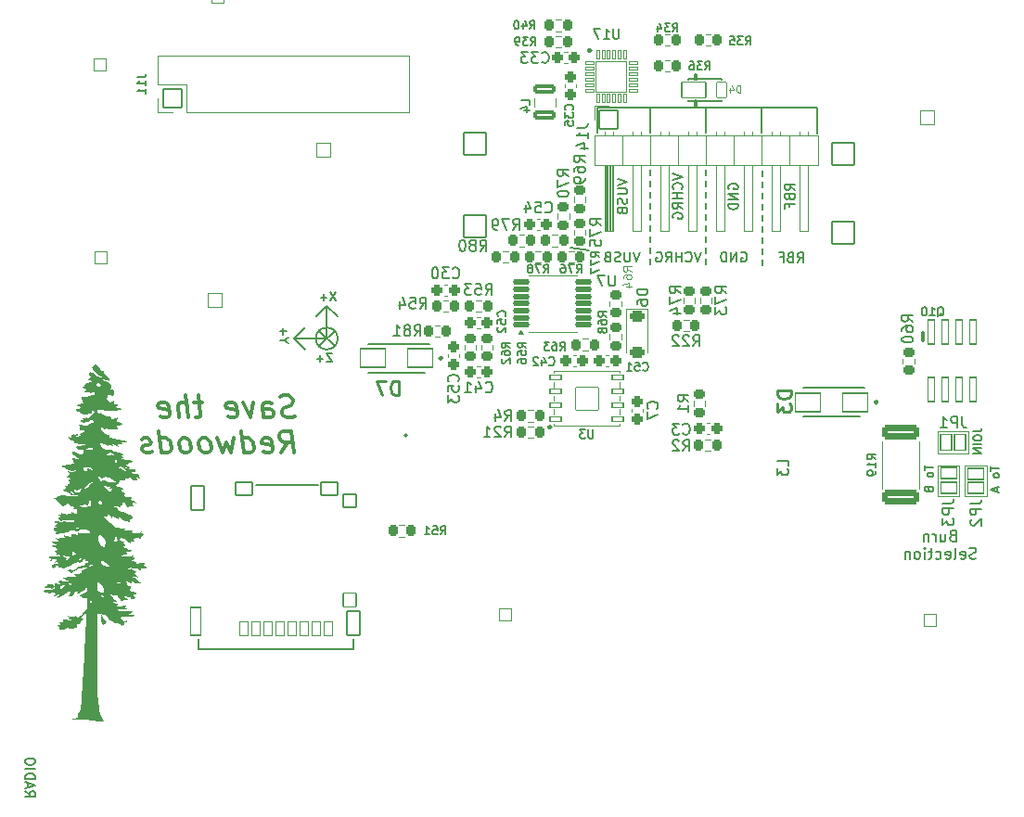
<source format=gbo>
%TF.GenerationSoftware,KiCad,Pcbnew,8.0.4*%
%TF.CreationDate,2024-11-24T13:51:19-08:00*%
%TF.ProjectId,mainboard,6d61696e-626f-4617-9264-2e6b69636164,06c*%
%TF.SameCoordinates,Original*%
%TF.FileFunction,Legend,Bot*%
%TF.FilePolarity,Positive*%
%FSLAX46Y46*%
G04 Gerber Fmt 4.6, Leading zero omitted, Abs format (unit mm)*
G04 Created by KiCad (PCBNEW 8.0.4) date 2024-11-24 13:51:19*
%MOMM*%
%LPD*%
G01*
G04 APERTURE LIST*
G04 Aperture macros list*
%AMRoundRect*
0 Rectangle with rounded corners*
0 $1 Rounding radius*
0 $2 $3 $4 $5 $6 $7 $8 $9 X,Y pos of 4 corners*
0 Add a 4 corners polygon primitive as box body*
4,1,4,$2,$3,$4,$5,$6,$7,$8,$9,$2,$3,0*
0 Add four circle primitives for the rounded corners*
1,1,$1+$1,$2,$3*
1,1,$1+$1,$4,$5*
1,1,$1+$1,$6,$7*
1,1,$1+$1,$8,$9*
0 Add four rect primitives between the rounded corners*
20,1,$1+$1,$2,$3,$4,$5,0*
20,1,$1+$1,$4,$5,$6,$7,0*
20,1,$1+$1,$6,$7,$8,$9,0*
20,1,$1+$1,$8,$9,$2,$3,0*%
%AMFreePoly0*
4,1,35,1.110921,2.785921,1.125800,2.750000,1.125800,-2.750000,1.110921,-2.785921,1.075000,-2.800800,-0.537500,-2.800800,-0.543557,-2.800438,-0.670818,-2.785155,-0.683397,-2.781975,-0.819570,-2.728276,-0.831629,-2.721496,-0.948265,-2.633048,-0.958048,-2.623265,-1.046496,-2.506629,-1.053276,-2.494570,-1.106975,-2.358397,-1.110155,-2.345818,-1.125438,-2.218557,-1.125800,-2.212500,-1.125800,2.212500,
-1.125438,2.218557,-1.110155,2.345818,-1.106975,2.358397,-1.053276,2.494570,-1.046496,2.506629,-0.958048,2.623265,-0.948265,2.633048,-0.831629,2.721496,-0.819570,2.728276,-0.683397,2.781975,-0.670818,2.785155,-0.543557,2.800438,-0.537500,2.800800,1.075000,2.800800,1.110921,2.785921,1.110921,2.785921,$1*%
%AMFreePoly1*
4,1,35,0.543557,2.800438,0.670818,2.785155,0.683397,2.781975,0.819570,2.728276,0.831629,2.721496,0.948265,2.633048,0.958048,2.623265,1.046496,2.506629,1.053276,2.494570,1.106975,2.358397,1.110155,2.345818,1.125438,2.218557,1.125800,2.212500,1.125800,-2.212500,1.125438,-2.218557,1.110155,-2.345818,1.106975,-2.358397,1.053276,-2.494570,1.046496,-2.506629,0.958048,-2.623265,
0.948265,-2.633048,0.831629,-2.721496,0.819570,-2.728276,0.683397,-2.781975,0.670818,-2.785155,0.543557,-2.800438,0.537500,-2.800800,-1.075000,-2.800800,-1.110921,-2.785921,-1.125800,-2.750000,-1.125800,2.750000,-1.110921,2.785921,-1.075000,2.800800,0.537500,2.800800,0.543557,2.800438,0.543557,2.800438,$1*%
G04 Aperture macros list end*
%ADD10C,0.127000*%
%ADD11C,0.200000*%
%ADD12C,0.203200*%
%ADD13C,0.300000*%
%ADD14C,0.150000*%
%ADD15C,0.080000*%
%ADD16C,0.095250*%
%ADD17C,0.254000*%
%ADD18C,0.154432*%
%ADD19C,0.120000*%
%ADD20C,0.250000*%
%ADD21C,0.240278*%
%ADD22C,0.100000*%
%ADD23C,0.000000*%
%ADD24C,0.190500*%
%ADD25RoundRect,0.200155X-0.850645X0.250645X-0.850645X-0.250645X0.850645X-0.250645X0.850645X0.250645X0*%
%ADD26FreePoly0,270.000000*%
%ADD27FreePoly1,270.000000*%
%ADD28C,5.701600*%
%ADD29C,2.133600*%
%ADD30C,2.151600*%
%ADD31C,2.351600*%
%ADD32RoundRect,0.063500X-1.016000X1.016000X-1.016000X-1.016000X1.016000X-1.016000X1.016000X1.016000X0*%
%ADD33C,2.159000*%
%ADD34C,0.701600*%
%ADD35O,1.101600X2.201600*%
%ADD36O,1.101600X1.701600*%
%ADD37RoundRect,0.050800X0.575000X0.575000X-0.575000X0.575000X-0.575000X-0.575000X0.575000X-0.575000X0*%
%ADD38C,1.251600*%
%ADD39RoundRect,0.050800X0.575000X-0.575000X0.575000X0.575000X-0.575000X0.575000X-0.575000X-0.575000X0*%
%ADD40RoundRect,0.050800X0.654000X-0.654000X0.654000X0.654000X-0.654000X0.654000X-0.654000X-0.654000X0*%
%ADD41C,1.409600*%
%ADD42RoundRect,0.076200X-0.575000X-0.575000X0.575000X-0.575000X0.575000X0.575000X-0.575000X0.575000X0*%
%ADD43C,1.302400*%
%ADD44RoundRect,0.050800X-0.654000X0.654000X-0.654000X-0.654000X0.654000X-0.654000X0.654000X0.654000X0*%
%ADD45RoundRect,0.063500X-0.400000X-0.620000X0.400000X-0.620000X0.400000X0.620000X-0.400000X0.620000X0*%
%ADD46RoundRect,0.063500X-0.580000X-0.600000X0.580000X-0.600000X0.580000X0.600000X-0.580000X0.600000X0*%
%ADD47RoundRect,0.063500X-0.475000X-1.250000X0.475000X-1.250000X0.475000X1.250000X-0.475000X1.250000X0*%
%ADD48RoundRect,0.063500X-0.575000X-1.100000X0.575000X-1.100000X0.575000X1.100000X-0.575000X1.100000X0*%
%ADD49RoundRect,0.063500X-0.750000X-0.575000X0.750000X-0.575000X0.750000X0.575000X-0.750000X0.575000X0*%
%ADD50RoundRect,0.063500X-0.580000X-0.625000X0.580000X-0.625000X0.580000X0.625000X-0.580000X0.625000X0*%
%ADD51C,2.000000*%
%ADD52RoundRect,0.225400X-0.225400X-0.300400X0.225400X-0.300400X0.225400X0.300400X-0.225400X0.300400X0*%
%ADD53RoundRect,0.050800X0.150000X0.400000X-0.150000X0.400000X-0.150000X-0.400000X0.150000X-0.400000X0*%
%ADD54RoundRect,0.050800X-0.400000X0.150000X-0.400000X-0.150000X0.400000X-0.150000X0.400000X0.150000X0*%
%ADD55RoundRect,0.050800X-1.400000X1.400000X-1.400000X-1.400000X1.400000X-1.400000X1.400000X1.400000X0*%
%ADD56RoundRect,0.225400X0.225400X0.300400X-0.225400X0.300400X-0.225400X-0.300400X0.225400X-0.300400X0*%
%ADD57RoundRect,0.250400X0.275400X-0.250400X0.275400X0.250400X-0.275400X0.250400X-0.275400X-0.250400X0*%
%ADD58RoundRect,0.063500X-0.450000X-0.700000X0.450000X-0.700000X0.450000X0.700000X-0.450000X0.700000X0*%
%ADD59RoundRect,0.063500X-1.100000X-0.700000X1.100000X-0.700000X1.100000X0.700000X-1.100000X0.700000X0*%
%ADD60RoundRect,0.050800X-0.850000X0.850000X-0.850000X-0.850000X0.850000X-0.850000X0.850000X0.850000X0*%
%ADD61O,1.801600X1.801600*%
%ADD62RoundRect,0.225400X0.300400X-0.225400X0.300400X0.225400X-0.300400X0.225400X-0.300400X-0.225400X0*%
%ADD63RoundRect,0.050800X-0.750000X0.500000X-0.750000X-0.500000X0.750000X-0.500000X0.750000X0.500000X0*%
%ADD64RoundRect,0.250400X-0.250400X-0.275400X0.250400X-0.275400X0.250400X0.275400X-0.250400X0.275400X0*%
%ADD65RoundRect,0.225400X-0.300400X0.225400X-0.300400X-0.225400X0.300400X-0.225400X0.300400X0.225400X0*%
%ADD66RoundRect,0.250400X0.250400X0.275400X-0.250400X0.275400X-0.250400X-0.275400X0.250400X-0.275400X0*%
%ADD67RoundRect,0.050800X1.175000X-0.850000X1.175000X0.850000X-1.175000X0.850000X-1.175000X-0.850000X0*%
%ADD68RoundRect,0.050800X-0.304800X-1.104900X0.304800X-1.104900X0.304800X1.104900X-0.304800X1.104900X0*%
%ADD69RoundRect,0.270735X-1.455065X0.392565X-1.455065X-0.392565X1.455065X-0.392565X1.455065X0.392565X0*%
%ADD70RoundRect,0.125400X-0.662900X-0.125400X0.662900X-0.125400X0.662900X0.125400X-0.662900X0.125400X0*%
%ADD71RoundRect,0.063500X-0.525000X-0.225000X0.525000X-0.225000X0.525000X0.225000X-0.525000X0.225000X0*%
%ADD72RoundRect,0.063500X-1.050000X1.050000X-1.050000X-1.050000X1.050000X-1.050000X1.050000X1.050000X0*%
%ADD73RoundRect,0.050800X0.500000X0.750000X-0.500000X0.750000X-0.500000X-0.750000X0.500000X-0.750000X0*%
%ADD74RoundRect,0.250400X-0.275400X0.250400X-0.275400X-0.250400X0.275400X-0.250400X0.275400X0.250400X0*%
%ADD75RoundRect,0.250400X-0.400400X0.250400X-0.400400X-0.250400X0.400400X-0.250400X0.400400X0.250400X0*%
G04 APERTURE END LIST*
D10*
X151130000Y-69088000D02*
X151130000Y-71374000D01*
X166116000Y-71374000D02*
X166116000Y-69088000D01*
X171200000Y-69100000D02*
X151130000Y-69138000D01*
X155956000Y-79883000D02*
X155956000Y-80391000D01*
X155956000Y-79375000D02*
X155956000Y-78867000D01*
X155956000Y-77851000D02*
X155956000Y-78359000D01*
X155956000Y-76835000D02*
X155956000Y-77343000D01*
X155956000Y-74803000D02*
X155956000Y-75311000D01*
X155956000Y-76327000D02*
X155956000Y-75819000D01*
X155956000Y-81407000D02*
X155956000Y-80899000D01*
X155956000Y-82423000D02*
X155956000Y-81915000D01*
X155956000Y-83439000D02*
X155956000Y-82931000D01*
X161036000Y-71374000D02*
X161036000Y-69088000D01*
X161036000Y-77851000D02*
X161036000Y-78359000D01*
X161036000Y-79375000D02*
X161036000Y-78867000D01*
X161036000Y-79883000D02*
X161036000Y-80391000D01*
X161036000Y-83439000D02*
X161036000Y-82931000D01*
X161036000Y-82423000D02*
X161036000Y-81915000D01*
X161036000Y-74803000D02*
X161036000Y-75311000D01*
X161036000Y-76835000D02*
X161036000Y-77343000D01*
X161036000Y-76327000D02*
X161036000Y-75819000D01*
X161036000Y-81407000D02*
X161036000Y-80899000D01*
X166199500Y-76365000D02*
X166199500Y-75857000D01*
X124400000Y-91190000D02*
X123400000Y-90190000D01*
X171200000Y-71443000D02*
X171200000Y-69100000D01*
X166199500Y-76873000D02*
X166199500Y-77381000D01*
X166199500Y-74841000D02*
X166199500Y-75349000D01*
X166199500Y-83477000D02*
X166199500Y-82969000D01*
X148600000Y-81850000D02*
X150300000Y-82150000D01*
X127400000Y-90190000D02*
G75*
G02*
X125400000Y-90190000I-1000000J0D01*
G01*
X125400000Y-90190000D02*
G75*
G02*
X127400000Y-90190000I1000000J0D01*
G01*
X123400000Y-90190000D02*
X126400000Y-90190000D01*
X125690000Y-89480000D02*
X127110000Y-90900000D01*
X124400000Y-89190000D02*
X123400000Y-90190000D01*
X166199500Y-81445000D02*
X166199500Y-80937000D01*
X127110000Y-89480000D02*
X125690000Y-90900000D01*
X166199500Y-79413000D02*
X166199500Y-78905000D01*
D11*
X133731000Y-99060000D02*
G75*
G02*
X133477000Y-99060000I-127000J0D01*
G01*
X133477000Y-99060000D02*
G75*
G02*
X133731000Y-99060000I127000J0D01*
G01*
D10*
X166199500Y-82461000D02*
X166199500Y-81953000D01*
X166199500Y-77889000D02*
X166199500Y-78397000D01*
X155956000Y-69088000D02*
X155956000Y-71374000D01*
X166199500Y-79921000D02*
X166199500Y-80429000D01*
X126400000Y-87190000D02*
X126400000Y-90190000D01*
X125400000Y-88190000D02*
X126400000Y-87190000D01*
X127400000Y-88190000D02*
X126400000Y-87190000D01*
X98857899Y-131528551D02*
X99281233Y-131824884D01*
X98857899Y-132036551D02*
X99746899Y-132036551D01*
X99746899Y-132036551D02*
X99746899Y-131697884D01*
X99746899Y-131697884D02*
X99704566Y-131613218D01*
X99704566Y-131613218D02*
X99662233Y-131570884D01*
X99662233Y-131570884D02*
X99577566Y-131528551D01*
X99577566Y-131528551D02*
X99450566Y-131528551D01*
X99450566Y-131528551D02*
X99365899Y-131570884D01*
X99365899Y-131570884D02*
X99323566Y-131613218D01*
X99323566Y-131613218D02*
X99281233Y-131697884D01*
X99281233Y-131697884D02*
X99281233Y-132036551D01*
X99111899Y-131189884D02*
X99111899Y-130766551D01*
X98857899Y-131274551D02*
X99746899Y-130978218D01*
X99746899Y-130978218D02*
X98857899Y-130681884D01*
X98857899Y-130385551D02*
X99746899Y-130385551D01*
X99746899Y-130385551D02*
X99746899Y-130173884D01*
X99746899Y-130173884D02*
X99704566Y-130046884D01*
X99704566Y-130046884D02*
X99619899Y-129962218D01*
X99619899Y-129962218D02*
X99535233Y-129919884D01*
X99535233Y-129919884D02*
X99365899Y-129877551D01*
X99365899Y-129877551D02*
X99238899Y-129877551D01*
X99238899Y-129877551D02*
X99069566Y-129919884D01*
X99069566Y-129919884D02*
X98984899Y-129962218D01*
X98984899Y-129962218D02*
X98900233Y-130046884D01*
X98900233Y-130046884D02*
X98857899Y-130173884D01*
X98857899Y-130173884D02*
X98857899Y-130385551D01*
X98857899Y-129496551D02*
X99746899Y-129496551D01*
X99746899Y-128903885D02*
X99746899Y-128734551D01*
X99746899Y-128734551D02*
X99704566Y-128649885D01*
X99704566Y-128649885D02*
X99619899Y-128565218D01*
X99619899Y-128565218D02*
X99450566Y-128522885D01*
X99450566Y-128522885D02*
X99154233Y-128522885D01*
X99154233Y-128522885D02*
X98984899Y-128565218D01*
X98984899Y-128565218D02*
X98900233Y-128649885D01*
X98900233Y-128649885D02*
X98857899Y-128734551D01*
X98857899Y-128734551D02*
X98857899Y-128903885D01*
X98857899Y-128903885D02*
X98900233Y-128988551D01*
X98900233Y-128988551D02*
X98984899Y-129073218D01*
X98984899Y-129073218D02*
X99154233Y-129115551D01*
X99154233Y-129115551D02*
X99450566Y-129115551D01*
X99450566Y-129115551D02*
X99619899Y-129073218D01*
X99619899Y-129073218D02*
X99704566Y-128988551D01*
X99704566Y-128988551D02*
X99746899Y-128903885D01*
D12*
X160563649Y-82303637D02*
X160267316Y-83192637D01*
X160267316Y-83192637D02*
X159970982Y-82303637D01*
X159166649Y-83107970D02*
X159208982Y-83150304D01*
X159208982Y-83150304D02*
X159335982Y-83192637D01*
X159335982Y-83192637D02*
X159420649Y-83192637D01*
X159420649Y-83192637D02*
X159547649Y-83150304D01*
X159547649Y-83150304D02*
X159632316Y-83065637D01*
X159632316Y-83065637D02*
X159674649Y-82980970D01*
X159674649Y-82980970D02*
X159716982Y-82811637D01*
X159716982Y-82811637D02*
X159716982Y-82684637D01*
X159716982Y-82684637D02*
X159674649Y-82515304D01*
X159674649Y-82515304D02*
X159632316Y-82430637D01*
X159632316Y-82430637D02*
X159547649Y-82345970D01*
X159547649Y-82345970D02*
X159420649Y-82303637D01*
X159420649Y-82303637D02*
X159335982Y-82303637D01*
X159335982Y-82303637D02*
X159208982Y-82345970D01*
X159208982Y-82345970D02*
X159166649Y-82388304D01*
X158785649Y-83192637D02*
X158785649Y-82303637D01*
X158785649Y-82726970D02*
X158277649Y-82726970D01*
X158277649Y-83192637D02*
X158277649Y-82303637D01*
X157346316Y-83192637D02*
X157642649Y-82769304D01*
X157854316Y-83192637D02*
X157854316Y-82303637D01*
X157854316Y-82303637D02*
X157515649Y-82303637D01*
X157515649Y-82303637D02*
X157430983Y-82345970D01*
X157430983Y-82345970D02*
X157388649Y-82388304D01*
X157388649Y-82388304D02*
X157346316Y-82472970D01*
X157346316Y-82472970D02*
X157346316Y-82599970D01*
X157346316Y-82599970D02*
X157388649Y-82684637D01*
X157388649Y-82684637D02*
X157430983Y-82726970D01*
X157430983Y-82726970D02*
X157515649Y-82769304D01*
X157515649Y-82769304D02*
X157854316Y-82769304D01*
X156499649Y-82345970D02*
X156584316Y-82303637D01*
X156584316Y-82303637D02*
X156711316Y-82303637D01*
X156711316Y-82303637D02*
X156838316Y-82345970D01*
X156838316Y-82345970D02*
X156922983Y-82430637D01*
X156922983Y-82430637D02*
X156965316Y-82515304D01*
X156965316Y-82515304D02*
X157007649Y-82684637D01*
X157007649Y-82684637D02*
X157007649Y-82811637D01*
X157007649Y-82811637D02*
X156965316Y-82980970D01*
X156965316Y-82980970D02*
X156922983Y-83065637D01*
X156922983Y-83065637D02*
X156838316Y-83150304D01*
X156838316Y-83150304D02*
X156711316Y-83192637D01*
X156711316Y-83192637D02*
X156626649Y-83192637D01*
X156626649Y-83192637D02*
X156499649Y-83150304D01*
X156499649Y-83150304D02*
X156457316Y-83107970D01*
X156457316Y-83107970D02*
X156457316Y-82811637D01*
X156457316Y-82811637D02*
X156626649Y-82811637D01*
X154975649Y-82303637D02*
X154679316Y-83192637D01*
X154679316Y-83192637D02*
X154382982Y-82303637D01*
X154086649Y-82303637D02*
X154086649Y-83023304D01*
X154086649Y-83023304D02*
X154044316Y-83107970D01*
X154044316Y-83107970D02*
X154001982Y-83150304D01*
X154001982Y-83150304D02*
X153917316Y-83192637D01*
X153917316Y-83192637D02*
X153747982Y-83192637D01*
X153747982Y-83192637D02*
X153663316Y-83150304D01*
X153663316Y-83150304D02*
X153620982Y-83107970D01*
X153620982Y-83107970D02*
X153578649Y-83023304D01*
X153578649Y-83023304D02*
X153578649Y-82303637D01*
X153197649Y-83150304D02*
X153070649Y-83192637D01*
X153070649Y-83192637D02*
X152858983Y-83192637D01*
X152858983Y-83192637D02*
X152774316Y-83150304D01*
X152774316Y-83150304D02*
X152731983Y-83107970D01*
X152731983Y-83107970D02*
X152689649Y-83023304D01*
X152689649Y-83023304D02*
X152689649Y-82938637D01*
X152689649Y-82938637D02*
X152731983Y-82853970D01*
X152731983Y-82853970D02*
X152774316Y-82811637D01*
X152774316Y-82811637D02*
X152858983Y-82769304D01*
X152858983Y-82769304D02*
X153028316Y-82726970D01*
X153028316Y-82726970D02*
X153112983Y-82684637D01*
X153112983Y-82684637D02*
X153155316Y-82642304D01*
X153155316Y-82642304D02*
X153197649Y-82557637D01*
X153197649Y-82557637D02*
X153197649Y-82472970D01*
X153197649Y-82472970D02*
X153155316Y-82388304D01*
X153155316Y-82388304D02*
X153112983Y-82345970D01*
X153112983Y-82345970D02*
X153028316Y-82303637D01*
X153028316Y-82303637D02*
X152816649Y-82303637D01*
X152816649Y-82303637D02*
X152689649Y-82345970D01*
X152012316Y-82726970D02*
X151885316Y-82769304D01*
X151885316Y-82769304D02*
X151842982Y-82811637D01*
X151842982Y-82811637D02*
X151800649Y-82896304D01*
X151800649Y-82896304D02*
X151800649Y-83023304D01*
X151800649Y-83023304D02*
X151842982Y-83107970D01*
X151842982Y-83107970D02*
X151885316Y-83150304D01*
X151885316Y-83150304D02*
X151969982Y-83192637D01*
X151969982Y-83192637D02*
X152308649Y-83192637D01*
X152308649Y-83192637D02*
X152308649Y-82303637D01*
X152308649Y-82303637D02*
X152012316Y-82303637D01*
X152012316Y-82303637D02*
X151927649Y-82345970D01*
X151927649Y-82345970D02*
X151885316Y-82388304D01*
X151885316Y-82388304D02*
X151842982Y-82472970D01*
X151842982Y-82472970D02*
X151842982Y-82557637D01*
X151842982Y-82557637D02*
X151885316Y-82642304D01*
X151885316Y-82642304D02*
X151927649Y-82684637D01*
X151927649Y-82684637D02*
X152012316Y-82726970D01*
X152012316Y-82726970D02*
X152308649Y-82726970D01*
X163078600Y-76545351D02*
X163036267Y-76460684D01*
X163036267Y-76460684D02*
X163036267Y-76333684D01*
X163036267Y-76333684D02*
X163078600Y-76206684D01*
X163078600Y-76206684D02*
X163163267Y-76122018D01*
X163163267Y-76122018D02*
X163247934Y-76079684D01*
X163247934Y-76079684D02*
X163417267Y-76037351D01*
X163417267Y-76037351D02*
X163544267Y-76037351D01*
X163544267Y-76037351D02*
X163713600Y-76079684D01*
X163713600Y-76079684D02*
X163798267Y-76122018D01*
X163798267Y-76122018D02*
X163882934Y-76206684D01*
X163882934Y-76206684D02*
X163925267Y-76333684D01*
X163925267Y-76333684D02*
X163925267Y-76418351D01*
X163925267Y-76418351D02*
X163882934Y-76545351D01*
X163882934Y-76545351D02*
X163840600Y-76587684D01*
X163840600Y-76587684D02*
X163544267Y-76587684D01*
X163544267Y-76587684D02*
X163544267Y-76418351D01*
X163925267Y-76968684D02*
X163036267Y-76968684D01*
X163036267Y-76968684D02*
X163925267Y-77476684D01*
X163925267Y-77476684D02*
X163036267Y-77476684D01*
X163925267Y-77900017D02*
X163036267Y-77900017D01*
X163036267Y-77900017D02*
X163036267Y-78111684D01*
X163036267Y-78111684D02*
X163078600Y-78238684D01*
X163078600Y-78238684D02*
X163163267Y-78323351D01*
X163163267Y-78323351D02*
X163247934Y-78365684D01*
X163247934Y-78365684D02*
X163417267Y-78408017D01*
X163417267Y-78408017D02*
X163544267Y-78408017D01*
X163544267Y-78408017D02*
X163713600Y-78365684D01*
X163713600Y-78365684D02*
X163798267Y-78323351D01*
X163798267Y-78323351D02*
X163882934Y-78238684D01*
X163882934Y-78238684D02*
X163925267Y-78111684D01*
X163925267Y-78111684D02*
X163925267Y-77900017D01*
X157956267Y-75127184D02*
X158845267Y-75423518D01*
X158845267Y-75423518D02*
X157956267Y-75719851D01*
X158760600Y-76524184D02*
X158802934Y-76481851D01*
X158802934Y-76481851D02*
X158845267Y-76354851D01*
X158845267Y-76354851D02*
X158845267Y-76270184D01*
X158845267Y-76270184D02*
X158802934Y-76143184D01*
X158802934Y-76143184D02*
X158718267Y-76058518D01*
X158718267Y-76058518D02*
X158633600Y-76016184D01*
X158633600Y-76016184D02*
X158464267Y-75973851D01*
X158464267Y-75973851D02*
X158337267Y-75973851D01*
X158337267Y-75973851D02*
X158167934Y-76016184D01*
X158167934Y-76016184D02*
X158083267Y-76058518D01*
X158083267Y-76058518D02*
X157998600Y-76143184D01*
X157998600Y-76143184D02*
X157956267Y-76270184D01*
X157956267Y-76270184D02*
X157956267Y-76354851D01*
X157956267Y-76354851D02*
X157998600Y-76481851D01*
X157998600Y-76481851D02*
X158040934Y-76524184D01*
X158845267Y-76905184D02*
X157956267Y-76905184D01*
X158379600Y-76905184D02*
X158379600Y-77413184D01*
X158845267Y-77413184D02*
X157956267Y-77413184D01*
X158845267Y-78344517D02*
X158421934Y-78048184D01*
X158845267Y-77836517D02*
X157956267Y-77836517D01*
X157956267Y-77836517D02*
X157956267Y-78175184D01*
X157956267Y-78175184D02*
X157998600Y-78259851D01*
X157998600Y-78259851D02*
X158040934Y-78302184D01*
X158040934Y-78302184D02*
X158125600Y-78344517D01*
X158125600Y-78344517D02*
X158252600Y-78344517D01*
X158252600Y-78344517D02*
X158337267Y-78302184D01*
X158337267Y-78302184D02*
X158379600Y-78259851D01*
X158379600Y-78259851D02*
X158421934Y-78175184D01*
X158421934Y-78175184D02*
X158421934Y-77836517D01*
X157998600Y-79191184D02*
X157956267Y-79106517D01*
X157956267Y-79106517D02*
X157956267Y-78979517D01*
X157956267Y-78979517D02*
X157998600Y-78852517D01*
X157998600Y-78852517D02*
X158083267Y-78767851D01*
X158083267Y-78767851D02*
X158167934Y-78725517D01*
X158167934Y-78725517D02*
X158337267Y-78683184D01*
X158337267Y-78683184D02*
X158464267Y-78683184D01*
X158464267Y-78683184D02*
X158633600Y-78725517D01*
X158633600Y-78725517D02*
X158718267Y-78767851D01*
X158718267Y-78767851D02*
X158802934Y-78852517D01*
X158802934Y-78852517D02*
X158845267Y-78979517D01*
X158845267Y-78979517D02*
X158845267Y-79064184D01*
X158845267Y-79064184D02*
X158802934Y-79191184D01*
X158802934Y-79191184D02*
X158760600Y-79233517D01*
X158760600Y-79233517D02*
X158464267Y-79233517D01*
X158464267Y-79233517D02*
X158464267Y-79064184D01*
X152941637Y-75592850D02*
X153830637Y-75889184D01*
X153830637Y-75889184D02*
X152941637Y-76185517D01*
X152941637Y-76481850D02*
X153661304Y-76481850D01*
X153661304Y-76481850D02*
X153745970Y-76524184D01*
X153745970Y-76524184D02*
X153788304Y-76566517D01*
X153788304Y-76566517D02*
X153830637Y-76651184D01*
X153830637Y-76651184D02*
X153830637Y-76820517D01*
X153830637Y-76820517D02*
X153788304Y-76905184D01*
X153788304Y-76905184D02*
X153745970Y-76947517D01*
X153745970Y-76947517D02*
X153661304Y-76989850D01*
X153661304Y-76989850D02*
X152941637Y-76989850D01*
X153788304Y-77370850D02*
X153830637Y-77497850D01*
X153830637Y-77497850D02*
X153830637Y-77709517D01*
X153830637Y-77709517D02*
X153788304Y-77794183D01*
X153788304Y-77794183D02*
X153745970Y-77836517D01*
X153745970Y-77836517D02*
X153661304Y-77878850D01*
X153661304Y-77878850D02*
X153576637Y-77878850D01*
X153576637Y-77878850D02*
X153491970Y-77836517D01*
X153491970Y-77836517D02*
X153449637Y-77794183D01*
X153449637Y-77794183D02*
X153407304Y-77709517D01*
X153407304Y-77709517D02*
X153364970Y-77540183D01*
X153364970Y-77540183D02*
X153322637Y-77455517D01*
X153322637Y-77455517D02*
X153280304Y-77413183D01*
X153280304Y-77413183D02*
X153195637Y-77370850D01*
X153195637Y-77370850D02*
X153110970Y-77370850D01*
X153110970Y-77370850D02*
X153026304Y-77413183D01*
X153026304Y-77413183D02*
X152983970Y-77455517D01*
X152983970Y-77455517D02*
X152941637Y-77540183D01*
X152941637Y-77540183D02*
X152941637Y-77751850D01*
X152941637Y-77751850D02*
X152983970Y-77878850D01*
X153364970Y-78556184D02*
X153407304Y-78683184D01*
X153407304Y-78683184D02*
X153449637Y-78725517D01*
X153449637Y-78725517D02*
X153534304Y-78767850D01*
X153534304Y-78767850D02*
X153661304Y-78767850D01*
X153661304Y-78767850D02*
X153745970Y-78725517D01*
X153745970Y-78725517D02*
X153788304Y-78683184D01*
X153788304Y-78683184D02*
X153830637Y-78598517D01*
X153830637Y-78598517D02*
X153830637Y-78259850D01*
X153830637Y-78259850D02*
X152941637Y-78259850D01*
X152941637Y-78259850D02*
X152941637Y-78556184D01*
X152941637Y-78556184D02*
X152983970Y-78640850D01*
X152983970Y-78640850D02*
X153026304Y-78683184D01*
X153026304Y-78683184D02*
X153110970Y-78725517D01*
X153110970Y-78725517D02*
X153195637Y-78725517D01*
X153195637Y-78725517D02*
X153280304Y-78683184D01*
X153280304Y-78683184D02*
X153322637Y-78640850D01*
X153322637Y-78640850D02*
X153364970Y-78556184D01*
X153364970Y-78556184D02*
X153364970Y-78259850D01*
X164225482Y-82345970D02*
X164310149Y-82303637D01*
X164310149Y-82303637D02*
X164437149Y-82303637D01*
X164437149Y-82303637D02*
X164564149Y-82345970D01*
X164564149Y-82345970D02*
X164648816Y-82430637D01*
X164648816Y-82430637D02*
X164691149Y-82515304D01*
X164691149Y-82515304D02*
X164733482Y-82684637D01*
X164733482Y-82684637D02*
X164733482Y-82811637D01*
X164733482Y-82811637D02*
X164691149Y-82980970D01*
X164691149Y-82980970D02*
X164648816Y-83065637D01*
X164648816Y-83065637D02*
X164564149Y-83150304D01*
X164564149Y-83150304D02*
X164437149Y-83192637D01*
X164437149Y-83192637D02*
X164352482Y-83192637D01*
X164352482Y-83192637D02*
X164225482Y-83150304D01*
X164225482Y-83150304D02*
X164183149Y-83107970D01*
X164183149Y-83107970D02*
X164183149Y-82811637D01*
X164183149Y-82811637D02*
X164352482Y-82811637D01*
X163802149Y-83192637D02*
X163802149Y-82303637D01*
X163802149Y-82303637D02*
X163294149Y-83192637D01*
X163294149Y-83192637D02*
X163294149Y-82303637D01*
X162870816Y-83192637D02*
X162870816Y-82303637D01*
X162870816Y-82303637D02*
X162659149Y-82303637D01*
X162659149Y-82303637D02*
X162532149Y-82345970D01*
X162532149Y-82345970D02*
X162447483Y-82430637D01*
X162447483Y-82430637D02*
X162405149Y-82515304D01*
X162405149Y-82515304D02*
X162362816Y-82684637D01*
X162362816Y-82684637D02*
X162362816Y-82811637D01*
X162362816Y-82811637D02*
X162405149Y-82980970D01*
X162405149Y-82980970D02*
X162447483Y-83065637D01*
X162447483Y-83065637D02*
X162532149Y-83150304D01*
X162532149Y-83150304D02*
X162659149Y-83192637D01*
X162659149Y-83192637D02*
X162870816Y-83192637D01*
D13*
X123487581Y-97299256D02*
X123213772Y-97394494D01*
X123213772Y-97394494D02*
X122737581Y-97394494D01*
X122737581Y-97394494D02*
X122535200Y-97299256D01*
X122535200Y-97299256D02*
X122428057Y-97204017D01*
X122428057Y-97204017D02*
X122309010Y-97013541D01*
X122309010Y-97013541D02*
X122285200Y-96823065D01*
X122285200Y-96823065D02*
X122356629Y-96632589D01*
X122356629Y-96632589D02*
X122439962Y-96537351D01*
X122439962Y-96537351D02*
X122618534Y-96442113D01*
X122618534Y-96442113D02*
X122987581Y-96346875D01*
X122987581Y-96346875D02*
X123166153Y-96251636D01*
X123166153Y-96251636D02*
X123249486Y-96156398D01*
X123249486Y-96156398D02*
X123320914Y-95965922D01*
X123320914Y-95965922D02*
X123297105Y-95775446D01*
X123297105Y-95775446D02*
X123178057Y-95584970D01*
X123178057Y-95584970D02*
X123070914Y-95489732D01*
X123070914Y-95489732D02*
X122868534Y-95394494D01*
X122868534Y-95394494D02*
X122392343Y-95394494D01*
X122392343Y-95394494D02*
X122118534Y-95489732D01*
X120642343Y-97394494D02*
X120511391Y-96346875D01*
X120511391Y-96346875D02*
X120582819Y-96156398D01*
X120582819Y-96156398D02*
X120761391Y-96061160D01*
X120761391Y-96061160D02*
X121142343Y-96061160D01*
X121142343Y-96061160D02*
X121344724Y-96156398D01*
X120630438Y-97299256D02*
X120832819Y-97394494D01*
X120832819Y-97394494D02*
X121309010Y-97394494D01*
X121309010Y-97394494D02*
X121487581Y-97299256D01*
X121487581Y-97299256D02*
X121559010Y-97108779D01*
X121559010Y-97108779D02*
X121535200Y-96918303D01*
X121535200Y-96918303D02*
X121416152Y-96727827D01*
X121416152Y-96727827D02*
X121213772Y-96632589D01*
X121213772Y-96632589D02*
X120737581Y-96632589D01*
X120737581Y-96632589D02*
X120535200Y-96537351D01*
X119713771Y-96061160D02*
X119404248Y-97394494D01*
X119404248Y-97394494D02*
X118761390Y-96061160D01*
X117392342Y-97299256D02*
X117594723Y-97394494D01*
X117594723Y-97394494D02*
X117975676Y-97394494D01*
X117975676Y-97394494D02*
X118154247Y-97299256D01*
X118154247Y-97299256D02*
X118225676Y-97108779D01*
X118225676Y-97108779D02*
X118130438Y-96346875D01*
X118130438Y-96346875D02*
X118011390Y-96156398D01*
X118011390Y-96156398D02*
X117809009Y-96061160D01*
X117809009Y-96061160D02*
X117428057Y-96061160D01*
X117428057Y-96061160D02*
X117249485Y-96156398D01*
X117249485Y-96156398D02*
X117178057Y-96346875D01*
X117178057Y-96346875D02*
X117201866Y-96537351D01*
X117201866Y-96537351D02*
X118178057Y-96727827D01*
X115047103Y-96061160D02*
X114285199Y-96061160D01*
X114678056Y-95394494D02*
X114892342Y-97108779D01*
X114892342Y-97108779D02*
X114820913Y-97299256D01*
X114820913Y-97299256D02*
X114642342Y-97394494D01*
X114642342Y-97394494D02*
X114451865Y-97394494D01*
X113785199Y-97394494D02*
X113535199Y-95394494D01*
X112928056Y-97394494D02*
X112797104Y-96346875D01*
X112797104Y-96346875D02*
X112868532Y-96156398D01*
X112868532Y-96156398D02*
X113047104Y-96061160D01*
X113047104Y-96061160D02*
X113332818Y-96061160D01*
X113332818Y-96061160D02*
X113535199Y-96156398D01*
X113535199Y-96156398D02*
X113642342Y-96251636D01*
X111201865Y-97299256D02*
X111404246Y-97394494D01*
X111404246Y-97394494D02*
X111785199Y-97394494D01*
X111785199Y-97394494D02*
X111963770Y-97299256D01*
X111963770Y-97299256D02*
X112035199Y-97108779D01*
X112035199Y-97108779D02*
X111939961Y-96346875D01*
X111939961Y-96346875D02*
X111820913Y-96156398D01*
X111820913Y-96156398D02*
X111618532Y-96061160D01*
X111618532Y-96061160D02*
X111237580Y-96061160D01*
X111237580Y-96061160D02*
X111059008Y-96156398D01*
X111059008Y-96156398D02*
X110987580Y-96346875D01*
X110987580Y-96346875D02*
X111011389Y-96537351D01*
X111011389Y-96537351D02*
X111987580Y-96727827D01*
X122261391Y-100614382D02*
X122809010Y-99662001D01*
X123404248Y-100614382D02*
X123154248Y-98614382D01*
X123154248Y-98614382D02*
X122392343Y-98614382D01*
X122392343Y-98614382D02*
X122213772Y-98709620D01*
X122213772Y-98709620D02*
X122130438Y-98804858D01*
X122130438Y-98804858D02*
X122059010Y-98995334D01*
X122059010Y-98995334D02*
X122094724Y-99281048D01*
X122094724Y-99281048D02*
X122213772Y-99471524D01*
X122213772Y-99471524D02*
X122320914Y-99566763D01*
X122320914Y-99566763D02*
X122523295Y-99662001D01*
X122523295Y-99662001D02*
X123285200Y-99662001D01*
X120630438Y-100519144D02*
X120832819Y-100614382D01*
X120832819Y-100614382D02*
X121213772Y-100614382D01*
X121213772Y-100614382D02*
X121392343Y-100519144D01*
X121392343Y-100519144D02*
X121463772Y-100328667D01*
X121463772Y-100328667D02*
X121368534Y-99566763D01*
X121368534Y-99566763D02*
X121249486Y-99376286D01*
X121249486Y-99376286D02*
X121047105Y-99281048D01*
X121047105Y-99281048D02*
X120666153Y-99281048D01*
X120666153Y-99281048D02*
X120487581Y-99376286D01*
X120487581Y-99376286D02*
X120416153Y-99566763D01*
X120416153Y-99566763D02*
X120439962Y-99757239D01*
X120439962Y-99757239D02*
X121416153Y-99947715D01*
X118832819Y-100614382D02*
X118582819Y-98614382D01*
X118820914Y-100519144D02*
X119023295Y-100614382D01*
X119023295Y-100614382D02*
X119404248Y-100614382D01*
X119404248Y-100614382D02*
X119582819Y-100519144D01*
X119582819Y-100519144D02*
X119666152Y-100423905D01*
X119666152Y-100423905D02*
X119737581Y-100233429D01*
X119737581Y-100233429D02*
X119666152Y-99662001D01*
X119666152Y-99662001D02*
X119547105Y-99471524D01*
X119547105Y-99471524D02*
X119439962Y-99376286D01*
X119439962Y-99376286D02*
X119237581Y-99281048D01*
X119237581Y-99281048D02*
X118856628Y-99281048D01*
X118856628Y-99281048D02*
X118678057Y-99376286D01*
X117904247Y-99281048D02*
X117689962Y-100614382D01*
X117689962Y-100614382D02*
X117189962Y-99662001D01*
X117189962Y-99662001D02*
X116928057Y-100614382D01*
X116928057Y-100614382D02*
X116380438Y-99281048D01*
X115499486Y-100614382D02*
X115678057Y-100519144D01*
X115678057Y-100519144D02*
X115761390Y-100423905D01*
X115761390Y-100423905D02*
X115832819Y-100233429D01*
X115832819Y-100233429D02*
X115761390Y-99662001D01*
X115761390Y-99662001D02*
X115642343Y-99471524D01*
X115642343Y-99471524D02*
X115535200Y-99376286D01*
X115535200Y-99376286D02*
X115332819Y-99281048D01*
X115332819Y-99281048D02*
X115047105Y-99281048D01*
X115047105Y-99281048D02*
X114868533Y-99376286D01*
X114868533Y-99376286D02*
X114785200Y-99471524D01*
X114785200Y-99471524D02*
X114713771Y-99662001D01*
X114713771Y-99662001D02*
X114785200Y-100233429D01*
X114785200Y-100233429D02*
X114904247Y-100423905D01*
X114904247Y-100423905D02*
X115011390Y-100519144D01*
X115011390Y-100519144D02*
X115213771Y-100614382D01*
X115213771Y-100614382D02*
X115499486Y-100614382D01*
X113689962Y-100614382D02*
X113868533Y-100519144D01*
X113868533Y-100519144D02*
X113951866Y-100423905D01*
X113951866Y-100423905D02*
X114023295Y-100233429D01*
X114023295Y-100233429D02*
X113951866Y-99662001D01*
X113951866Y-99662001D02*
X113832819Y-99471524D01*
X113832819Y-99471524D02*
X113725676Y-99376286D01*
X113725676Y-99376286D02*
X113523295Y-99281048D01*
X113523295Y-99281048D02*
X113237581Y-99281048D01*
X113237581Y-99281048D02*
X113059009Y-99376286D01*
X113059009Y-99376286D02*
X112975676Y-99471524D01*
X112975676Y-99471524D02*
X112904247Y-99662001D01*
X112904247Y-99662001D02*
X112975676Y-100233429D01*
X112975676Y-100233429D02*
X113094723Y-100423905D01*
X113094723Y-100423905D02*
X113201866Y-100519144D01*
X113201866Y-100519144D02*
X113404247Y-100614382D01*
X113404247Y-100614382D02*
X113689962Y-100614382D01*
X111309009Y-100614382D02*
X111059009Y-98614382D01*
X111297104Y-100519144D02*
X111499485Y-100614382D01*
X111499485Y-100614382D02*
X111880438Y-100614382D01*
X111880438Y-100614382D02*
X112059009Y-100519144D01*
X112059009Y-100519144D02*
X112142342Y-100423905D01*
X112142342Y-100423905D02*
X112213771Y-100233429D01*
X112213771Y-100233429D02*
X112142342Y-99662001D01*
X112142342Y-99662001D02*
X112023295Y-99471524D01*
X112023295Y-99471524D02*
X111916152Y-99376286D01*
X111916152Y-99376286D02*
X111713771Y-99281048D01*
X111713771Y-99281048D02*
X111332818Y-99281048D01*
X111332818Y-99281048D02*
X111154247Y-99376286D01*
X110439961Y-100519144D02*
X110261390Y-100614382D01*
X110261390Y-100614382D02*
X109880437Y-100614382D01*
X109880437Y-100614382D02*
X109678056Y-100519144D01*
X109678056Y-100519144D02*
X109559009Y-100328667D01*
X109559009Y-100328667D02*
X109547104Y-100233429D01*
X109547104Y-100233429D02*
X109618533Y-100042953D01*
X109618533Y-100042953D02*
X109797104Y-99947715D01*
X109797104Y-99947715D02*
X110082818Y-99947715D01*
X110082818Y-99947715D02*
X110261390Y-99852477D01*
X110261390Y-99852477D02*
X110332818Y-99662001D01*
X110332818Y-99662001D02*
X110320914Y-99566763D01*
X110320914Y-99566763D02*
X110201866Y-99376286D01*
X110201866Y-99376286D02*
X109999485Y-99281048D01*
X109999485Y-99281048D02*
X109713771Y-99281048D01*
X109713771Y-99281048D02*
X109535199Y-99376286D01*
D10*
X186998141Y-101846123D02*
X186998141Y-102281552D01*
X187760141Y-102063837D02*
X186998141Y-102063837D01*
X187760141Y-102644408D02*
X187723856Y-102571837D01*
X187723856Y-102571837D02*
X187687570Y-102535551D01*
X187687570Y-102535551D02*
X187614998Y-102499265D01*
X187614998Y-102499265D02*
X187397284Y-102499265D01*
X187397284Y-102499265D02*
X187324713Y-102535551D01*
X187324713Y-102535551D02*
X187288427Y-102571837D01*
X187288427Y-102571837D02*
X187252141Y-102644408D01*
X187252141Y-102644408D02*
X187252141Y-102753265D01*
X187252141Y-102753265D02*
X187288427Y-102825837D01*
X187288427Y-102825837D02*
X187324713Y-102862123D01*
X187324713Y-102862123D02*
X187397284Y-102898408D01*
X187397284Y-102898408D02*
X187614998Y-102898408D01*
X187614998Y-102898408D02*
X187687570Y-102862123D01*
X187687570Y-102862123D02*
X187723856Y-102825837D01*
X187723856Y-102825837D02*
X187760141Y-102753265D01*
X187760141Y-102753265D02*
X187760141Y-102644408D01*
X187542427Y-103769265D02*
X187542427Y-104132123D01*
X187760141Y-103696694D02*
X186998141Y-103950694D01*
X186998141Y-103950694D02*
X187760141Y-104204694D01*
X185418141Y-98692694D02*
X185962427Y-98692694D01*
X185962427Y-98692694D02*
X186071284Y-98656409D01*
X186071284Y-98656409D02*
X186143856Y-98583837D01*
X186143856Y-98583837D02*
X186180141Y-98474980D01*
X186180141Y-98474980D02*
X186180141Y-98402409D01*
X185418141Y-99200694D02*
X185418141Y-99345837D01*
X185418141Y-99345837D02*
X185454427Y-99418408D01*
X185454427Y-99418408D02*
X185526998Y-99490980D01*
X185526998Y-99490980D02*
X185672141Y-99527265D01*
X185672141Y-99527265D02*
X185926141Y-99527265D01*
X185926141Y-99527265D02*
X186071284Y-99490980D01*
X186071284Y-99490980D02*
X186143856Y-99418408D01*
X186143856Y-99418408D02*
X186180141Y-99345837D01*
X186180141Y-99345837D02*
X186180141Y-99200694D01*
X186180141Y-99200694D02*
X186143856Y-99128123D01*
X186143856Y-99128123D02*
X186071284Y-99055551D01*
X186071284Y-99055551D02*
X185926141Y-99019265D01*
X185926141Y-99019265D02*
X185672141Y-99019265D01*
X185672141Y-99019265D02*
X185526998Y-99055551D01*
X185526998Y-99055551D02*
X185454427Y-99128123D01*
X185454427Y-99128123D02*
X185418141Y-99200694D01*
X186180141Y-99853837D02*
X185418141Y-99853837D01*
X186180141Y-100216694D02*
X185418141Y-100216694D01*
X185418141Y-100216694D02*
X186180141Y-100652123D01*
X186180141Y-100652123D02*
X185418141Y-100652123D01*
X122492715Y-90339876D02*
X122129858Y-90339876D01*
X122891858Y-90593876D02*
X122492715Y-90339876D01*
X122492715Y-90339876D02*
X122891858Y-90085876D01*
X122420144Y-89831876D02*
X122420144Y-89251305D01*
X122129858Y-89541590D02*
X122710429Y-89541590D01*
D14*
X183532857Y-108176065D02*
X183390000Y-108223684D01*
X183390000Y-108223684D02*
X183342381Y-108271303D01*
X183342381Y-108271303D02*
X183294762Y-108366541D01*
X183294762Y-108366541D02*
X183294762Y-108509398D01*
X183294762Y-108509398D02*
X183342381Y-108604636D01*
X183342381Y-108604636D02*
X183390000Y-108652256D01*
X183390000Y-108652256D02*
X183485238Y-108699875D01*
X183485238Y-108699875D02*
X183866190Y-108699875D01*
X183866190Y-108699875D02*
X183866190Y-107699875D01*
X183866190Y-107699875D02*
X183532857Y-107699875D01*
X183532857Y-107699875D02*
X183437619Y-107747494D01*
X183437619Y-107747494D02*
X183390000Y-107795113D01*
X183390000Y-107795113D02*
X183342381Y-107890351D01*
X183342381Y-107890351D02*
X183342381Y-107985589D01*
X183342381Y-107985589D02*
X183390000Y-108080827D01*
X183390000Y-108080827D02*
X183437619Y-108128446D01*
X183437619Y-108128446D02*
X183532857Y-108176065D01*
X183532857Y-108176065D02*
X183866190Y-108176065D01*
X182437619Y-108033208D02*
X182437619Y-108699875D01*
X182866190Y-108033208D02*
X182866190Y-108557017D01*
X182866190Y-108557017D02*
X182818571Y-108652256D01*
X182818571Y-108652256D02*
X182723333Y-108699875D01*
X182723333Y-108699875D02*
X182580476Y-108699875D01*
X182580476Y-108699875D02*
X182485238Y-108652256D01*
X182485238Y-108652256D02*
X182437619Y-108604636D01*
X181961428Y-108699875D02*
X181961428Y-108033208D01*
X181961428Y-108223684D02*
X181913809Y-108128446D01*
X181913809Y-108128446D02*
X181866190Y-108080827D01*
X181866190Y-108080827D02*
X181770952Y-108033208D01*
X181770952Y-108033208D02*
X181675714Y-108033208D01*
X181342380Y-108033208D02*
X181342380Y-108699875D01*
X181342380Y-108128446D02*
X181294761Y-108080827D01*
X181294761Y-108080827D02*
X181199523Y-108033208D01*
X181199523Y-108033208D02*
X181056666Y-108033208D01*
X181056666Y-108033208D02*
X180961428Y-108080827D01*
X180961428Y-108080827D02*
X180913809Y-108176065D01*
X180913809Y-108176065D02*
X180913809Y-108699875D01*
X185651904Y-110262200D02*
X185509047Y-110309819D01*
X185509047Y-110309819D02*
X185270952Y-110309819D01*
X185270952Y-110309819D02*
X185175714Y-110262200D01*
X185175714Y-110262200D02*
X185128095Y-110214580D01*
X185128095Y-110214580D02*
X185080476Y-110119342D01*
X185080476Y-110119342D02*
X185080476Y-110024104D01*
X185080476Y-110024104D02*
X185128095Y-109928866D01*
X185128095Y-109928866D02*
X185175714Y-109881247D01*
X185175714Y-109881247D02*
X185270952Y-109833628D01*
X185270952Y-109833628D02*
X185461428Y-109786009D01*
X185461428Y-109786009D02*
X185556666Y-109738390D01*
X185556666Y-109738390D02*
X185604285Y-109690771D01*
X185604285Y-109690771D02*
X185651904Y-109595533D01*
X185651904Y-109595533D02*
X185651904Y-109500295D01*
X185651904Y-109500295D02*
X185604285Y-109405057D01*
X185604285Y-109405057D02*
X185556666Y-109357438D01*
X185556666Y-109357438D02*
X185461428Y-109309819D01*
X185461428Y-109309819D02*
X185223333Y-109309819D01*
X185223333Y-109309819D02*
X185080476Y-109357438D01*
X184270952Y-110262200D02*
X184366190Y-110309819D01*
X184366190Y-110309819D02*
X184556666Y-110309819D01*
X184556666Y-110309819D02*
X184651904Y-110262200D01*
X184651904Y-110262200D02*
X184699523Y-110166961D01*
X184699523Y-110166961D02*
X184699523Y-109786009D01*
X184699523Y-109786009D02*
X184651904Y-109690771D01*
X184651904Y-109690771D02*
X184556666Y-109643152D01*
X184556666Y-109643152D02*
X184366190Y-109643152D01*
X184366190Y-109643152D02*
X184270952Y-109690771D01*
X184270952Y-109690771D02*
X184223333Y-109786009D01*
X184223333Y-109786009D02*
X184223333Y-109881247D01*
X184223333Y-109881247D02*
X184699523Y-109976485D01*
X183651904Y-110309819D02*
X183747142Y-110262200D01*
X183747142Y-110262200D02*
X183794761Y-110166961D01*
X183794761Y-110166961D02*
X183794761Y-109309819D01*
X182889999Y-110262200D02*
X182985237Y-110309819D01*
X182985237Y-110309819D02*
X183175713Y-110309819D01*
X183175713Y-110309819D02*
X183270951Y-110262200D01*
X183270951Y-110262200D02*
X183318570Y-110166961D01*
X183318570Y-110166961D02*
X183318570Y-109786009D01*
X183318570Y-109786009D02*
X183270951Y-109690771D01*
X183270951Y-109690771D02*
X183175713Y-109643152D01*
X183175713Y-109643152D02*
X182985237Y-109643152D01*
X182985237Y-109643152D02*
X182889999Y-109690771D01*
X182889999Y-109690771D02*
X182842380Y-109786009D01*
X182842380Y-109786009D02*
X182842380Y-109881247D01*
X182842380Y-109881247D02*
X183318570Y-109976485D01*
X181985237Y-110262200D02*
X182080475Y-110309819D01*
X182080475Y-110309819D02*
X182270951Y-110309819D01*
X182270951Y-110309819D02*
X182366189Y-110262200D01*
X182366189Y-110262200D02*
X182413808Y-110214580D01*
X182413808Y-110214580D02*
X182461427Y-110119342D01*
X182461427Y-110119342D02*
X182461427Y-109833628D01*
X182461427Y-109833628D02*
X182413808Y-109738390D01*
X182413808Y-109738390D02*
X182366189Y-109690771D01*
X182366189Y-109690771D02*
X182270951Y-109643152D01*
X182270951Y-109643152D02*
X182080475Y-109643152D01*
X182080475Y-109643152D02*
X181985237Y-109690771D01*
X181699522Y-109643152D02*
X181318570Y-109643152D01*
X181556665Y-109309819D02*
X181556665Y-110166961D01*
X181556665Y-110166961D02*
X181509046Y-110262200D01*
X181509046Y-110262200D02*
X181413808Y-110309819D01*
X181413808Y-110309819D02*
X181318570Y-110309819D01*
X180985236Y-110309819D02*
X180985236Y-109643152D01*
X180985236Y-109309819D02*
X181032855Y-109357438D01*
X181032855Y-109357438D02*
X180985236Y-109405057D01*
X180985236Y-109405057D02*
X180937617Y-109357438D01*
X180937617Y-109357438D02*
X180985236Y-109309819D01*
X180985236Y-109309819D02*
X180985236Y-109405057D01*
X180366189Y-110309819D02*
X180461427Y-110262200D01*
X180461427Y-110262200D02*
X180509046Y-110214580D01*
X180509046Y-110214580D02*
X180556665Y-110119342D01*
X180556665Y-110119342D02*
X180556665Y-109833628D01*
X180556665Y-109833628D02*
X180509046Y-109738390D01*
X180509046Y-109738390D02*
X180461427Y-109690771D01*
X180461427Y-109690771D02*
X180366189Y-109643152D01*
X180366189Y-109643152D02*
X180223332Y-109643152D01*
X180223332Y-109643152D02*
X180128094Y-109690771D01*
X180128094Y-109690771D02*
X180080475Y-109738390D01*
X180080475Y-109738390D02*
X180032856Y-109833628D01*
X180032856Y-109833628D02*
X180032856Y-110119342D01*
X180032856Y-110119342D02*
X180080475Y-110214580D01*
X180080475Y-110214580D02*
X180128094Y-110262200D01*
X180128094Y-110262200D02*
X180223332Y-110309819D01*
X180223332Y-110309819D02*
X180366189Y-110309819D01*
X179604284Y-109643152D02*
X179604284Y-110309819D01*
X179604284Y-109738390D02*
X179556665Y-109690771D01*
X179556665Y-109690771D02*
X179461427Y-109643152D01*
X179461427Y-109643152D02*
X179318570Y-109643152D01*
X179318570Y-109643152D02*
X179223332Y-109690771D01*
X179223332Y-109690771D02*
X179175713Y-109786009D01*
X179175713Y-109786009D02*
X179175713Y-110309819D01*
D10*
X127207590Y-85978141D02*
X126699590Y-86740141D01*
X126699590Y-85978141D02*
X127207590Y-86740141D01*
X126409305Y-86449856D02*
X125828734Y-86449856D01*
X126119019Y-86740141D02*
X126119019Y-86159570D01*
X126867590Y-91548141D02*
X126359590Y-91548141D01*
X126359590Y-91548141D02*
X126867590Y-92310141D01*
X126867590Y-92310141D02*
X126359590Y-92310141D01*
X126069305Y-92019856D02*
X125488734Y-92019856D01*
X125779019Y-92310141D02*
X125779019Y-91729570D01*
D12*
X169346649Y-83230637D02*
X169642982Y-82807304D01*
X169854649Y-83230637D02*
X169854649Y-82341637D01*
X169854649Y-82341637D02*
X169515982Y-82341637D01*
X169515982Y-82341637D02*
X169431316Y-82383970D01*
X169431316Y-82383970D02*
X169388982Y-82426304D01*
X169388982Y-82426304D02*
X169346649Y-82510970D01*
X169346649Y-82510970D02*
X169346649Y-82637970D01*
X169346649Y-82637970D02*
X169388982Y-82722637D01*
X169388982Y-82722637D02*
X169431316Y-82764970D01*
X169431316Y-82764970D02*
X169515982Y-82807304D01*
X169515982Y-82807304D02*
X169854649Y-82807304D01*
X168669316Y-82764970D02*
X168542316Y-82807304D01*
X168542316Y-82807304D02*
X168499982Y-82849637D01*
X168499982Y-82849637D02*
X168457649Y-82934304D01*
X168457649Y-82934304D02*
X168457649Y-83061304D01*
X168457649Y-83061304D02*
X168499982Y-83145970D01*
X168499982Y-83145970D02*
X168542316Y-83188304D01*
X168542316Y-83188304D02*
X168626982Y-83230637D01*
X168626982Y-83230637D02*
X168965649Y-83230637D01*
X168965649Y-83230637D02*
X168965649Y-82341637D01*
X168965649Y-82341637D02*
X168669316Y-82341637D01*
X168669316Y-82341637D02*
X168584649Y-82383970D01*
X168584649Y-82383970D02*
X168542316Y-82426304D01*
X168542316Y-82426304D02*
X168499982Y-82510970D01*
X168499982Y-82510970D02*
X168499982Y-82595637D01*
X168499982Y-82595637D02*
X168542316Y-82680304D01*
X168542316Y-82680304D02*
X168584649Y-82722637D01*
X168584649Y-82722637D02*
X168669316Y-82764970D01*
X168669316Y-82764970D02*
X168965649Y-82764970D01*
X167780316Y-82764970D02*
X168076649Y-82764970D01*
X168076649Y-83230637D02*
X168076649Y-82341637D01*
X168076649Y-82341637D02*
X167653316Y-82341637D01*
X169088767Y-76625684D02*
X168665434Y-76329351D01*
X169088767Y-76117684D02*
X168199767Y-76117684D01*
X168199767Y-76117684D02*
X168199767Y-76456351D01*
X168199767Y-76456351D02*
X168242100Y-76541018D01*
X168242100Y-76541018D02*
X168284434Y-76583351D01*
X168284434Y-76583351D02*
X168369100Y-76625684D01*
X168369100Y-76625684D02*
X168496100Y-76625684D01*
X168496100Y-76625684D02*
X168580767Y-76583351D01*
X168580767Y-76583351D02*
X168623100Y-76541018D01*
X168623100Y-76541018D02*
X168665434Y-76456351D01*
X168665434Y-76456351D02*
X168665434Y-76117684D01*
X168623100Y-77303018D02*
X168665434Y-77430018D01*
X168665434Y-77430018D02*
X168707767Y-77472351D01*
X168707767Y-77472351D02*
X168792434Y-77514684D01*
X168792434Y-77514684D02*
X168919434Y-77514684D01*
X168919434Y-77514684D02*
X169004100Y-77472351D01*
X169004100Y-77472351D02*
X169046434Y-77430018D01*
X169046434Y-77430018D02*
X169088767Y-77345351D01*
X169088767Y-77345351D02*
X169088767Y-77006684D01*
X169088767Y-77006684D02*
X168199767Y-77006684D01*
X168199767Y-77006684D02*
X168199767Y-77303018D01*
X168199767Y-77303018D02*
X168242100Y-77387684D01*
X168242100Y-77387684D02*
X168284434Y-77430018D01*
X168284434Y-77430018D02*
X168369100Y-77472351D01*
X168369100Y-77472351D02*
X168453767Y-77472351D01*
X168453767Y-77472351D02*
X168538434Y-77430018D01*
X168538434Y-77430018D02*
X168580767Y-77387684D01*
X168580767Y-77387684D02*
X168623100Y-77303018D01*
X168623100Y-77303018D02*
X168623100Y-77006684D01*
X168623100Y-78192018D02*
X168623100Y-77895684D01*
X169088767Y-77895684D02*
X168199767Y-77895684D01*
X168199767Y-77895684D02*
X168199767Y-78319018D01*
D10*
X180978141Y-101776123D02*
X180978141Y-102211552D01*
X181740141Y-101993837D02*
X180978141Y-101993837D01*
X181740141Y-102574408D02*
X181703856Y-102501837D01*
X181703856Y-102501837D02*
X181667570Y-102465551D01*
X181667570Y-102465551D02*
X181594998Y-102429265D01*
X181594998Y-102429265D02*
X181377284Y-102429265D01*
X181377284Y-102429265D02*
X181304713Y-102465551D01*
X181304713Y-102465551D02*
X181268427Y-102501837D01*
X181268427Y-102501837D02*
X181232141Y-102574408D01*
X181232141Y-102574408D02*
X181232141Y-102683265D01*
X181232141Y-102683265D02*
X181268427Y-102755837D01*
X181268427Y-102755837D02*
X181304713Y-102792123D01*
X181304713Y-102792123D02*
X181377284Y-102828408D01*
X181377284Y-102828408D02*
X181594998Y-102828408D01*
X181594998Y-102828408D02*
X181667570Y-102792123D01*
X181667570Y-102792123D02*
X181703856Y-102755837D01*
X181703856Y-102755837D02*
X181740141Y-102683265D01*
X181740141Y-102683265D02*
X181740141Y-102574408D01*
X181340998Y-103989551D02*
X181377284Y-104098408D01*
X181377284Y-104098408D02*
X181413570Y-104134694D01*
X181413570Y-104134694D02*
X181486141Y-104170980D01*
X181486141Y-104170980D02*
X181594998Y-104170980D01*
X181594998Y-104170980D02*
X181667570Y-104134694D01*
X181667570Y-104134694D02*
X181703856Y-104098408D01*
X181703856Y-104098408D02*
X181740141Y-104025837D01*
X181740141Y-104025837D02*
X181740141Y-103735551D01*
X181740141Y-103735551D02*
X180978141Y-103735551D01*
X180978141Y-103735551D02*
X180978141Y-103989551D01*
X180978141Y-103989551D02*
X181014427Y-104062123D01*
X181014427Y-104062123D02*
X181050713Y-104098408D01*
X181050713Y-104098408D02*
X181123284Y-104134694D01*
X181123284Y-104134694D02*
X181195856Y-104134694D01*
X181195856Y-104134694D02*
X181268427Y-104098408D01*
X181268427Y-104098408D02*
X181304713Y-104062123D01*
X181304713Y-104062123D02*
X181340998Y-103989551D01*
X181340998Y-103989551D02*
X181340998Y-103735551D01*
X144895911Y-68823000D02*
X144895911Y-68460143D01*
X144895911Y-68460143D02*
X144133911Y-68460143D01*
X144387911Y-69403572D02*
X144895911Y-69403572D01*
X144097626Y-69222143D02*
X144641911Y-69040714D01*
X144641911Y-69040714D02*
X144641911Y-69512429D01*
D14*
X168504819Y-101808333D02*
X168504819Y-101332143D01*
X168504819Y-101332143D02*
X167504819Y-101332143D01*
X167504819Y-102046429D02*
X167504819Y-102665476D01*
X167504819Y-102665476D02*
X167885771Y-102332143D01*
X167885771Y-102332143D02*
X167885771Y-102475000D01*
X167885771Y-102475000D02*
X167933390Y-102570238D01*
X167933390Y-102570238D02*
X167981009Y-102617857D01*
X167981009Y-102617857D02*
X168076247Y-102665476D01*
X168076247Y-102665476D02*
X168314342Y-102665476D01*
X168314342Y-102665476D02*
X168409580Y-102617857D01*
X168409580Y-102617857D02*
X168457200Y-102570238D01*
X168457200Y-102570238D02*
X168504819Y-102475000D01*
X168504819Y-102475000D02*
X168504819Y-102189286D01*
X168504819Y-102189286D02*
X168457200Y-102094048D01*
X168457200Y-102094048D02*
X168409580Y-102046429D01*
D10*
X144941456Y-61950511D02*
X145195456Y-61587654D01*
X145376885Y-61950511D02*
X145376885Y-61188511D01*
X145376885Y-61188511D02*
X145086599Y-61188511D01*
X145086599Y-61188511D02*
X145014028Y-61224797D01*
X145014028Y-61224797D02*
X144977742Y-61261083D01*
X144977742Y-61261083D02*
X144941456Y-61333654D01*
X144941456Y-61333654D02*
X144941456Y-61442511D01*
X144941456Y-61442511D02*
X144977742Y-61515083D01*
X144977742Y-61515083D02*
X145014028Y-61551368D01*
X145014028Y-61551368D02*
X145086599Y-61587654D01*
X145086599Y-61587654D02*
X145376885Y-61587654D01*
X144288314Y-61442511D02*
X144288314Y-61950511D01*
X144469742Y-61152226D02*
X144651171Y-61696511D01*
X144651171Y-61696511D02*
X144179456Y-61696511D01*
X143744028Y-61188511D02*
X143671457Y-61188511D01*
X143671457Y-61188511D02*
X143598885Y-61224797D01*
X143598885Y-61224797D02*
X143562600Y-61261083D01*
X143562600Y-61261083D02*
X143526314Y-61333654D01*
X143526314Y-61333654D02*
X143490028Y-61478797D01*
X143490028Y-61478797D02*
X143490028Y-61660226D01*
X143490028Y-61660226D02*
X143526314Y-61805368D01*
X143526314Y-61805368D02*
X143562600Y-61877940D01*
X143562600Y-61877940D02*
X143598885Y-61914226D01*
X143598885Y-61914226D02*
X143671457Y-61950511D01*
X143671457Y-61950511D02*
X143744028Y-61950511D01*
X143744028Y-61950511D02*
X143816600Y-61914226D01*
X143816600Y-61914226D02*
X143852885Y-61877940D01*
X143852885Y-61877940D02*
X143889171Y-61805368D01*
X143889171Y-61805368D02*
X143925457Y-61660226D01*
X143925457Y-61660226D02*
X143925457Y-61478797D01*
X143925457Y-61478797D02*
X143889171Y-61333654D01*
X143889171Y-61333654D02*
X143852885Y-61261083D01*
X143852885Y-61261083D02*
X143816600Y-61224797D01*
X143816600Y-61224797D02*
X143744028Y-61188511D01*
X153075666Y-61940665D02*
X153075666Y-62660332D01*
X153075666Y-62660332D02*
X153033333Y-62744998D01*
X153033333Y-62744998D02*
X152990999Y-62787332D01*
X152990999Y-62787332D02*
X152906333Y-62829665D01*
X152906333Y-62829665D02*
X152736999Y-62829665D01*
X152736999Y-62829665D02*
X152652333Y-62787332D01*
X152652333Y-62787332D02*
X152609999Y-62744998D01*
X152609999Y-62744998D02*
X152567666Y-62660332D01*
X152567666Y-62660332D02*
X152567666Y-61940665D01*
X151678666Y-62829665D02*
X152186666Y-62829665D01*
X151932666Y-62829665D02*
X151932666Y-61940665D01*
X151932666Y-61940665D02*
X152017333Y-62067665D01*
X152017333Y-62067665D02*
X152102000Y-62152332D01*
X152102000Y-62152332D02*
X152186666Y-62194665D01*
X151382333Y-61940665D02*
X150789666Y-61940665D01*
X150789666Y-61940665D02*
X151170666Y-62829665D01*
X160941656Y-65674711D02*
X161195656Y-65311854D01*
X161377085Y-65674711D02*
X161377085Y-64912711D01*
X161377085Y-64912711D02*
X161086799Y-64912711D01*
X161086799Y-64912711D02*
X161014228Y-64948997D01*
X161014228Y-64948997D02*
X160977942Y-64985283D01*
X160977942Y-64985283D02*
X160941656Y-65057854D01*
X160941656Y-65057854D02*
X160941656Y-65166711D01*
X160941656Y-65166711D02*
X160977942Y-65239283D01*
X160977942Y-65239283D02*
X161014228Y-65275568D01*
X161014228Y-65275568D02*
X161086799Y-65311854D01*
X161086799Y-65311854D02*
X161377085Y-65311854D01*
X160687656Y-64912711D02*
X160215942Y-64912711D01*
X160215942Y-64912711D02*
X160469942Y-65202997D01*
X160469942Y-65202997D02*
X160361085Y-65202997D01*
X160361085Y-65202997D02*
X160288514Y-65239283D01*
X160288514Y-65239283D02*
X160252228Y-65275568D01*
X160252228Y-65275568D02*
X160215942Y-65348140D01*
X160215942Y-65348140D02*
X160215942Y-65529568D01*
X160215942Y-65529568D02*
X160252228Y-65602140D01*
X160252228Y-65602140D02*
X160288514Y-65638426D01*
X160288514Y-65638426D02*
X160361085Y-65674711D01*
X160361085Y-65674711D02*
X160578799Y-65674711D01*
X160578799Y-65674711D02*
X160651371Y-65638426D01*
X160651371Y-65638426D02*
X160687656Y-65602140D01*
X159562800Y-64912711D02*
X159707942Y-64912711D01*
X159707942Y-64912711D02*
X159780514Y-64948997D01*
X159780514Y-64948997D02*
X159816800Y-64985283D01*
X159816800Y-64985283D02*
X159889371Y-65094140D01*
X159889371Y-65094140D02*
X159925657Y-65239283D01*
X159925657Y-65239283D02*
X159925657Y-65529568D01*
X159925657Y-65529568D02*
X159889371Y-65602140D01*
X159889371Y-65602140D02*
X159853085Y-65638426D01*
X159853085Y-65638426D02*
X159780514Y-65674711D01*
X159780514Y-65674711D02*
X159635371Y-65674711D01*
X159635371Y-65674711D02*
X159562800Y-65638426D01*
X159562800Y-65638426D02*
X159526514Y-65602140D01*
X159526514Y-65602140D02*
X159490228Y-65529568D01*
X159490228Y-65529568D02*
X159490228Y-65348140D01*
X159490228Y-65348140D02*
X159526514Y-65275568D01*
X159526514Y-65275568D02*
X159562800Y-65239283D01*
X159562800Y-65239283D02*
X159635371Y-65202997D01*
X159635371Y-65202997D02*
X159780514Y-65202997D01*
X159780514Y-65202997D02*
X159853085Y-65239283D01*
X159853085Y-65239283D02*
X159889371Y-65275568D01*
X159889371Y-65275568D02*
X159925657Y-65348140D01*
X148823340Y-69310143D02*
X148859626Y-69273857D01*
X148859626Y-69273857D02*
X148895911Y-69165000D01*
X148895911Y-69165000D02*
X148895911Y-69092428D01*
X148895911Y-69092428D02*
X148859626Y-68983571D01*
X148859626Y-68983571D02*
X148787054Y-68911000D01*
X148787054Y-68911000D02*
X148714483Y-68874714D01*
X148714483Y-68874714D02*
X148569340Y-68838428D01*
X148569340Y-68838428D02*
X148460483Y-68838428D01*
X148460483Y-68838428D02*
X148315340Y-68874714D01*
X148315340Y-68874714D02*
X148242768Y-68911000D01*
X148242768Y-68911000D02*
X148170197Y-68983571D01*
X148170197Y-68983571D02*
X148133911Y-69092428D01*
X148133911Y-69092428D02*
X148133911Y-69165000D01*
X148133911Y-69165000D02*
X148170197Y-69273857D01*
X148170197Y-69273857D02*
X148206483Y-69310143D01*
X148133911Y-69564143D02*
X148133911Y-70035857D01*
X148133911Y-70035857D02*
X148424197Y-69781857D01*
X148424197Y-69781857D02*
X148424197Y-69890714D01*
X148424197Y-69890714D02*
X148460483Y-69963286D01*
X148460483Y-69963286D02*
X148496768Y-69999571D01*
X148496768Y-69999571D02*
X148569340Y-70035857D01*
X148569340Y-70035857D02*
X148750768Y-70035857D01*
X148750768Y-70035857D02*
X148823340Y-69999571D01*
X148823340Y-69999571D02*
X148859626Y-69963286D01*
X148859626Y-69963286D02*
X148895911Y-69890714D01*
X148895911Y-69890714D02*
X148895911Y-69673000D01*
X148895911Y-69673000D02*
X148859626Y-69600428D01*
X148859626Y-69600428D02*
X148823340Y-69564143D01*
X148133911Y-70725285D02*
X148133911Y-70362428D01*
X148133911Y-70362428D02*
X148496768Y-70326142D01*
X148496768Y-70326142D02*
X148460483Y-70362428D01*
X148460483Y-70362428D02*
X148424197Y-70435000D01*
X148424197Y-70435000D02*
X148424197Y-70616428D01*
X148424197Y-70616428D02*
X148460483Y-70689000D01*
X148460483Y-70689000D02*
X148496768Y-70725285D01*
X148496768Y-70725285D02*
X148569340Y-70761571D01*
X148569340Y-70761571D02*
X148750768Y-70761571D01*
X148750768Y-70761571D02*
X148823340Y-70725285D01*
X148823340Y-70725285D02*
X148859626Y-70689000D01*
X148859626Y-70689000D02*
X148895911Y-70616428D01*
X148895911Y-70616428D02*
X148895911Y-70435000D01*
X148895911Y-70435000D02*
X148859626Y-70362428D01*
X148859626Y-70362428D02*
X148823340Y-70326142D01*
X164624656Y-63388711D02*
X164878656Y-63025854D01*
X165060085Y-63388711D02*
X165060085Y-62626711D01*
X165060085Y-62626711D02*
X164769799Y-62626711D01*
X164769799Y-62626711D02*
X164697228Y-62662997D01*
X164697228Y-62662997D02*
X164660942Y-62699283D01*
X164660942Y-62699283D02*
X164624656Y-62771854D01*
X164624656Y-62771854D02*
X164624656Y-62880711D01*
X164624656Y-62880711D02*
X164660942Y-62953283D01*
X164660942Y-62953283D02*
X164697228Y-62989568D01*
X164697228Y-62989568D02*
X164769799Y-63025854D01*
X164769799Y-63025854D02*
X165060085Y-63025854D01*
X164370656Y-62626711D02*
X163898942Y-62626711D01*
X163898942Y-62626711D02*
X164152942Y-62916997D01*
X164152942Y-62916997D02*
X164044085Y-62916997D01*
X164044085Y-62916997D02*
X163971514Y-62953283D01*
X163971514Y-62953283D02*
X163935228Y-62989568D01*
X163935228Y-62989568D02*
X163898942Y-63062140D01*
X163898942Y-63062140D02*
X163898942Y-63243568D01*
X163898942Y-63243568D02*
X163935228Y-63316140D01*
X163935228Y-63316140D02*
X163971514Y-63352426D01*
X163971514Y-63352426D02*
X164044085Y-63388711D01*
X164044085Y-63388711D02*
X164261799Y-63388711D01*
X164261799Y-63388711D02*
X164334371Y-63352426D01*
X164334371Y-63352426D02*
X164370656Y-63316140D01*
X163209514Y-62626711D02*
X163572371Y-62626711D01*
X163572371Y-62626711D02*
X163608657Y-62989568D01*
X163608657Y-62989568D02*
X163572371Y-62953283D01*
X163572371Y-62953283D02*
X163499800Y-62916997D01*
X163499800Y-62916997D02*
X163318371Y-62916997D01*
X163318371Y-62916997D02*
X163245800Y-62953283D01*
X163245800Y-62953283D02*
X163209514Y-62989568D01*
X163209514Y-62989568D02*
X163173228Y-63062140D01*
X163173228Y-63062140D02*
X163173228Y-63243568D01*
X163173228Y-63243568D02*
X163209514Y-63316140D01*
X163209514Y-63316140D02*
X163245800Y-63352426D01*
X163245800Y-63352426D02*
X163318371Y-63388711D01*
X163318371Y-63388711D02*
X163499800Y-63388711D01*
X163499800Y-63388711D02*
X163572371Y-63352426D01*
X163572371Y-63352426D02*
X163608657Y-63316140D01*
X157969856Y-62194911D02*
X158223856Y-61832054D01*
X158405285Y-62194911D02*
X158405285Y-61432911D01*
X158405285Y-61432911D02*
X158114999Y-61432911D01*
X158114999Y-61432911D02*
X158042428Y-61469197D01*
X158042428Y-61469197D02*
X158006142Y-61505483D01*
X158006142Y-61505483D02*
X157969856Y-61578054D01*
X157969856Y-61578054D02*
X157969856Y-61686911D01*
X157969856Y-61686911D02*
X158006142Y-61759483D01*
X158006142Y-61759483D02*
X158042428Y-61795768D01*
X158042428Y-61795768D02*
X158114999Y-61832054D01*
X158114999Y-61832054D02*
X158405285Y-61832054D01*
X157715856Y-61432911D02*
X157244142Y-61432911D01*
X157244142Y-61432911D02*
X157498142Y-61723197D01*
X157498142Y-61723197D02*
X157389285Y-61723197D01*
X157389285Y-61723197D02*
X157316714Y-61759483D01*
X157316714Y-61759483D02*
X157280428Y-61795768D01*
X157280428Y-61795768D02*
X157244142Y-61868340D01*
X157244142Y-61868340D02*
X157244142Y-62049768D01*
X157244142Y-62049768D02*
X157280428Y-62122340D01*
X157280428Y-62122340D02*
X157316714Y-62158626D01*
X157316714Y-62158626D02*
X157389285Y-62194911D01*
X157389285Y-62194911D02*
X157606999Y-62194911D01*
X157606999Y-62194911D02*
X157679571Y-62158626D01*
X157679571Y-62158626D02*
X157715856Y-62122340D01*
X156591000Y-61686911D02*
X156591000Y-62194911D01*
X156772428Y-61396626D02*
X156953857Y-61940911D01*
X156953857Y-61940911D02*
X156482142Y-61940911D01*
X145017656Y-63420911D02*
X145271656Y-63058054D01*
X145453085Y-63420911D02*
X145453085Y-62658911D01*
X145453085Y-62658911D02*
X145162799Y-62658911D01*
X145162799Y-62658911D02*
X145090228Y-62695197D01*
X145090228Y-62695197D02*
X145053942Y-62731483D01*
X145053942Y-62731483D02*
X145017656Y-62804054D01*
X145017656Y-62804054D02*
X145017656Y-62912911D01*
X145017656Y-62912911D02*
X145053942Y-62985483D01*
X145053942Y-62985483D02*
X145090228Y-63021768D01*
X145090228Y-63021768D02*
X145162799Y-63058054D01*
X145162799Y-63058054D02*
X145453085Y-63058054D01*
X144763656Y-62658911D02*
X144291942Y-62658911D01*
X144291942Y-62658911D02*
X144545942Y-62949197D01*
X144545942Y-62949197D02*
X144437085Y-62949197D01*
X144437085Y-62949197D02*
X144364514Y-62985483D01*
X144364514Y-62985483D02*
X144328228Y-63021768D01*
X144328228Y-63021768D02*
X144291942Y-63094340D01*
X144291942Y-63094340D02*
X144291942Y-63275768D01*
X144291942Y-63275768D02*
X144328228Y-63348340D01*
X144328228Y-63348340D02*
X144364514Y-63384626D01*
X144364514Y-63384626D02*
X144437085Y-63420911D01*
X144437085Y-63420911D02*
X144654799Y-63420911D01*
X144654799Y-63420911D02*
X144727371Y-63384626D01*
X144727371Y-63384626D02*
X144763656Y-63348340D01*
X143929085Y-63420911D02*
X143783942Y-63420911D01*
X143783942Y-63420911D02*
X143711371Y-63384626D01*
X143711371Y-63384626D02*
X143675085Y-63348340D01*
X143675085Y-63348340D02*
X143602514Y-63239483D01*
X143602514Y-63239483D02*
X143566228Y-63094340D01*
X143566228Y-63094340D02*
X143566228Y-62804054D01*
X143566228Y-62804054D02*
X143602514Y-62731483D01*
X143602514Y-62731483D02*
X143638800Y-62695197D01*
X143638800Y-62695197D02*
X143711371Y-62658911D01*
X143711371Y-62658911D02*
X143856514Y-62658911D01*
X143856514Y-62658911D02*
X143929085Y-62695197D01*
X143929085Y-62695197D02*
X143965371Y-62731483D01*
X143965371Y-62731483D02*
X144001657Y-62804054D01*
X144001657Y-62804054D02*
X144001657Y-62985483D01*
X144001657Y-62985483D02*
X143965371Y-63058054D01*
X143965371Y-63058054D02*
X143929085Y-63094340D01*
X143929085Y-63094340D02*
X143856514Y-63130626D01*
X143856514Y-63130626D02*
X143711371Y-63130626D01*
X143711371Y-63130626D02*
X143638800Y-63094340D01*
X143638800Y-63094340D02*
X143602514Y-63058054D01*
X143602514Y-63058054D02*
X143566228Y-62985483D01*
D15*
X164164035Y-67739456D02*
X164164035Y-67074456D01*
X164164035Y-67074456D02*
X164005702Y-67074456D01*
X164005702Y-67074456D02*
X163910702Y-67106123D01*
X163910702Y-67106123D02*
X163847369Y-67169456D01*
X163847369Y-67169456D02*
X163815702Y-67232790D01*
X163815702Y-67232790D02*
X163784035Y-67359456D01*
X163784035Y-67359456D02*
X163784035Y-67454456D01*
X163784035Y-67454456D02*
X163815702Y-67581123D01*
X163815702Y-67581123D02*
X163847369Y-67644456D01*
X163847369Y-67644456D02*
X163910702Y-67707790D01*
X163910702Y-67707790D02*
X164005702Y-67739456D01*
X164005702Y-67739456D02*
X164164035Y-67739456D01*
X163214035Y-67296123D02*
X163214035Y-67739456D01*
X163372369Y-67042790D02*
X163530702Y-67517790D01*
X163530702Y-67517790D02*
X163119035Y-67517790D01*
D14*
X149204819Y-70940476D02*
X149919104Y-70940476D01*
X149919104Y-70940476D02*
X150061961Y-70892857D01*
X150061961Y-70892857D02*
X150157200Y-70797619D01*
X150157200Y-70797619D02*
X150204819Y-70654762D01*
X150204819Y-70654762D02*
X150204819Y-70559524D01*
X150204819Y-71940476D02*
X150204819Y-71369048D01*
X150204819Y-71654762D02*
X149204819Y-71654762D01*
X149204819Y-71654762D02*
X149347676Y-71559524D01*
X149347676Y-71559524D02*
X149442914Y-71464286D01*
X149442914Y-71464286D02*
X149490533Y-71369048D01*
X149538152Y-72797619D02*
X150204819Y-72797619D01*
X149157200Y-72559524D02*
X149871485Y-72321429D01*
X149871485Y-72321429D02*
X149871485Y-72940476D01*
D10*
X136787856Y-108095911D02*
X137041856Y-107733054D01*
X137223285Y-108095911D02*
X137223285Y-107333911D01*
X137223285Y-107333911D02*
X136932999Y-107333911D01*
X136932999Y-107333911D02*
X136860428Y-107370197D01*
X136860428Y-107370197D02*
X136824142Y-107406483D01*
X136824142Y-107406483D02*
X136787856Y-107479054D01*
X136787856Y-107479054D02*
X136787856Y-107587911D01*
X136787856Y-107587911D02*
X136824142Y-107660483D01*
X136824142Y-107660483D02*
X136860428Y-107696768D01*
X136860428Y-107696768D02*
X136932999Y-107733054D01*
X136932999Y-107733054D02*
X137223285Y-107733054D01*
X136098428Y-107333911D02*
X136461285Y-107333911D01*
X136461285Y-107333911D02*
X136497571Y-107696768D01*
X136497571Y-107696768D02*
X136461285Y-107660483D01*
X136461285Y-107660483D02*
X136388714Y-107624197D01*
X136388714Y-107624197D02*
X136207285Y-107624197D01*
X136207285Y-107624197D02*
X136134714Y-107660483D01*
X136134714Y-107660483D02*
X136098428Y-107696768D01*
X136098428Y-107696768D02*
X136062142Y-107769340D01*
X136062142Y-107769340D02*
X136062142Y-107950768D01*
X136062142Y-107950768D02*
X136098428Y-108023340D01*
X136098428Y-108023340D02*
X136134714Y-108059626D01*
X136134714Y-108059626D02*
X136207285Y-108095911D01*
X136207285Y-108095911D02*
X136388714Y-108095911D01*
X136388714Y-108095911D02*
X136461285Y-108059626D01*
X136461285Y-108059626D02*
X136497571Y-108023340D01*
X135336428Y-108095911D02*
X135771857Y-108095911D01*
X135554142Y-108095911D02*
X135554142Y-107333911D01*
X135554142Y-107333911D02*
X135626714Y-107442768D01*
X135626714Y-107442768D02*
X135699285Y-107515340D01*
X135699285Y-107515340D02*
X135771857Y-107551626D01*
D14*
X162884819Y-86057142D02*
X162408628Y-85723809D01*
X162884819Y-85485714D02*
X161884819Y-85485714D01*
X161884819Y-85485714D02*
X161884819Y-85866666D01*
X161884819Y-85866666D02*
X161932438Y-85961904D01*
X161932438Y-85961904D02*
X161980057Y-86009523D01*
X161980057Y-86009523D02*
X162075295Y-86057142D01*
X162075295Y-86057142D02*
X162218152Y-86057142D01*
X162218152Y-86057142D02*
X162313390Y-86009523D01*
X162313390Y-86009523D02*
X162361009Y-85961904D01*
X162361009Y-85961904D02*
X162408628Y-85866666D01*
X162408628Y-85866666D02*
X162408628Y-85485714D01*
X161884819Y-86390476D02*
X161884819Y-87057142D01*
X161884819Y-87057142D02*
X162884819Y-86628571D01*
X161884819Y-87342857D02*
X161884819Y-87961904D01*
X161884819Y-87961904D02*
X162265771Y-87628571D01*
X162265771Y-87628571D02*
X162265771Y-87771428D01*
X162265771Y-87771428D02*
X162313390Y-87866666D01*
X162313390Y-87866666D02*
X162361009Y-87914285D01*
X162361009Y-87914285D02*
X162456247Y-87961904D01*
X162456247Y-87961904D02*
X162694342Y-87961904D01*
X162694342Y-87961904D02*
X162789580Y-87914285D01*
X162789580Y-87914285D02*
X162837200Y-87866666D01*
X162837200Y-87866666D02*
X162884819Y-87771428D01*
X162884819Y-87771428D02*
X162884819Y-87485714D01*
X162884819Y-87485714D02*
X162837200Y-87390476D01*
X162837200Y-87390476D02*
X162789580Y-87342857D01*
X158704819Y-86057142D02*
X158228628Y-85723809D01*
X158704819Y-85485714D02*
X157704819Y-85485714D01*
X157704819Y-85485714D02*
X157704819Y-85866666D01*
X157704819Y-85866666D02*
X157752438Y-85961904D01*
X157752438Y-85961904D02*
X157800057Y-86009523D01*
X157800057Y-86009523D02*
X157895295Y-86057142D01*
X157895295Y-86057142D02*
X158038152Y-86057142D01*
X158038152Y-86057142D02*
X158133390Y-86009523D01*
X158133390Y-86009523D02*
X158181009Y-85961904D01*
X158181009Y-85961904D02*
X158228628Y-85866666D01*
X158228628Y-85866666D02*
X158228628Y-85485714D01*
X157704819Y-86390476D02*
X157704819Y-87057142D01*
X157704819Y-87057142D02*
X158704819Y-86628571D01*
X158038152Y-87866666D02*
X158704819Y-87866666D01*
X157657200Y-87628571D02*
X158371485Y-87390476D01*
X158371485Y-87390476D02*
X158371485Y-88009523D01*
D16*
X154197562Y-84060143D02*
X153834705Y-83806143D01*
X154197562Y-83624714D02*
X153435562Y-83624714D01*
X153435562Y-83624714D02*
X153435562Y-83915000D01*
X153435562Y-83915000D02*
X153471848Y-83987571D01*
X153471848Y-83987571D02*
X153508134Y-84023857D01*
X153508134Y-84023857D02*
X153580705Y-84060143D01*
X153580705Y-84060143D02*
X153689562Y-84060143D01*
X153689562Y-84060143D02*
X153762134Y-84023857D01*
X153762134Y-84023857D02*
X153798419Y-83987571D01*
X153798419Y-83987571D02*
X153834705Y-83915000D01*
X153834705Y-83915000D02*
X153834705Y-83624714D01*
X153435562Y-84713286D02*
X153435562Y-84568143D01*
X153435562Y-84568143D02*
X153471848Y-84495571D01*
X153471848Y-84495571D02*
X153508134Y-84459286D01*
X153508134Y-84459286D02*
X153616991Y-84386714D01*
X153616991Y-84386714D02*
X153762134Y-84350428D01*
X153762134Y-84350428D02*
X154052419Y-84350428D01*
X154052419Y-84350428D02*
X154124991Y-84386714D01*
X154124991Y-84386714D02*
X154161277Y-84423000D01*
X154161277Y-84423000D02*
X154197562Y-84495571D01*
X154197562Y-84495571D02*
X154197562Y-84640714D01*
X154197562Y-84640714D02*
X154161277Y-84713286D01*
X154161277Y-84713286D02*
X154124991Y-84749571D01*
X154124991Y-84749571D02*
X154052419Y-84785857D01*
X154052419Y-84785857D02*
X153870991Y-84785857D01*
X153870991Y-84785857D02*
X153798419Y-84749571D01*
X153798419Y-84749571D02*
X153762134Y-84713286D01*
X153762134Y-84713286D02*
X153725848Y-84640714D01*
X153725848Y-84640714D02*
X153725848Y-84495571D01*
X153725848Y-84495571D02*
X153762134Y-84423000D01*
X153762134Y-84423000D02*
X153798419Y-84386714D01*
X153798419Y-84386714D02*
X153870991Y-84350428D01*
X153689562Y-85439000D02*
X154197562Y-85439000D01*
X153399277Y-85257571D02*
X153943562Y-85076142D01*
X153943562Y-85076142D02*
X153943562Y-85547857D01*
D10*
X147689856Y-91295911D02*
X147943856Y-90933054D01*
X148125285Y-91295911D02*
X148125285Y-90533911D01*
X148125285Y-90533911D02*
X147834999Y-90533911D01*
X147834999Y-90533911D02*
X147762428Y-90570197D01*
X147762428Y-90570197D02*
X147726142Y-90606483D01*
X147726142Y-90606483D02*
X147689856Y-90679054D01*
X147689856Y-90679054D02*
X147689856Y-90787911D01*
X147689856Y-90787911D02*
X147726142Y-90860483D01*
X147726142Y-90860483D02*
X147762428Y-90896768D01*
X147762428Y-90896768D02*
X147834999Y-90933054D01*
X147834999Y-90933054D02*
X148125285Y-90933054D01*
X147036714Y-90533911D02*
X147181856Y-90533911D01*
X147181856Y-90533911D02*
X147254428Y-90570197D01*
X147254428Y-90570197D02*
X147290714Y-90606483D01*
X147290714Y-90606483D02*
X147363285Y-90715340D01*
X147363285Y-90715340D02*
X147399571Y-90860483D01*
X147399571Y-90860483D02*
X147399571Y-91150768D01*
X147399571Y-91150768D02*
X147363285Y-91223340D01*
X147363285Y-91223340D02*
X147326999Y-91259626D01*
X147326999Y-91259626D02*
X147254428Y-91295911D01*
X147254428Y-91295911D02*
X147109285Y-91295911D01*
X147109285Y-91295911D02*
X147036714Y-91259626D01*
X147036714Y-91259626D02*
X147000428Y-91223340D01*
X147000428Y-91223340D02*
X146964142Y-91150768D01*
X146964142Y-91150768D02*
X146964142Y-90969340D01*
X146964142Y-90969340D02*
X147000428Y-90896768D01*
X147000428Y-90896768D02*
X147036714Y-90860483D01*
X147036714Y-90860483D02*
X147109285Y-90824197D01*
X147109285Y-90824197D02*
X147254428Y-90824197D01*
X147254428Y-90824197D02*
X147326999Y-90860483D01*
X147326999Y-90860483D02*
X147363285Y-90896768D01*
X147363285Y-90896768D02*
X147399571Y-90969340D01*
X146710142Y-90533911D02*
X146238428Y-90533911D01*
X146238428Y-90533911D02*
X146492428Y-90824197D01*
X146492428Y-90824197D02*
X146383571Y-90824197D01*
X146383571Y-90824197D02*
X146311000Y-90860483D01*
X146311000Y-90860483D02*
X146274714Y-90896768D01*
X146274714Y-90896768D02*
X146238428Y-90969340D01*
X146238428Y-90969340D02*
X146238428Y-91150768D01*
X146238428Y-91150768D02*
X146274714Y-91223340D01*
X146274714Y-91223340D02*
X146311000Y-91259626D01*
X146311000Y-91259626D02*
X146383571Y-91295911D01*
X146383571Y-91295911D02*
X146601285Y-91295911D01*
X146601285Y-91295911D02*
X146673857Y-91259626D01*
X146673857Y-91259626D02*
X146710142Y-91223340D01*
X149189856Y-84195911D02*
X149443856Y-83833054D01*
X149625285Y-84195911D02*
X149625285Y-83433911D01*
X149625285Y-83433911D02*
X149334999Y-83433911D01*
X149334999Y-83433911D02*
X149262428Y-83470197D01*
X149262428Y-83470197D02*
X149226142Y-83506483D01*
X149226142Y-83506483D02*
X149189856Y-83579054D01*
X149189856Y-83579054D02*
X149189856Y-83687911D01*
X149189856Y-83687911D02*
X149226142Y-83760483D01*
X149226142Y-83760483D02*
X149262428Y-83796768D01*
X149262428Y-83796768D02*
X149334999Y-83833054D01*
X149334999Y-83833054D02*
X149625285Y-83833054D01*
X148935856Y-83433911D02*
X148427856Y-83433911D01*
X148427856Y-83433911D02*
X148754428Y-84195911D01*
X147811000Y-83433911D02*
X147956142Y-83433911D01*
X147956142Y-83433911D02*
X148028714Y-83470197D01*
X148028714Y-83470197D02*
X148065000Y-83506483D01*
X148065000Y-83506483D02*
X148137571Y-83615340D01*
X148137571Y-83615340D02*
X148173857Y-83760483D01*
X148173857Y-83760483D02*
X148173857Y-84050768D01*
X148173857Y-84050768D02*
X148137571Y-84123340D01*
X148137571Y-84123340D02*
X148101285Y-84159626D01*
X148101285Y-84159626D02*
X148028714Y-84195911D01*
X148028714Y-84195911D02*
X147883571Y-84195911D01*
X147883571Y-84195911D02*
X147811000Y-84159626D01*
X147811000Y-84159626D02*
X147774714Y-84123340D01*
X147774714Y-84123340D02*
X147738428Y-84050768D01*
X147738428Y-84050768D02*
X147738428Y-83869340D01*
X147738428Y-83869340D02*
X147774714Y-83796768D01*
X147774714Y-83796768D02*
X147811000Y-83760483D01*
X147811000Y-83760483D02*
X147883571Y-83724197D01*
X147883571Y-83724197D02*
X148028714Y-83724197D01*
X148028714Y-83724197D02*
X148101285Y-83760483D01*
X148101285Y-83760483D02*
X148137571Y-83796768D01*
X148137571Y-83796768D02*
X148173857Y-83869340D01*
X146189856Y-84195911D02*
X146443856Y-83833054D01*
X146625285Y-84195911D02*
X146625285Y-83433911D01*
X146625285Y-83433911D02*
X146334999Y-83433911D01*
X146334999Y-83433911D02*
X146262428Y-83470197D01*
X146262428Y-83470197D02*
X146226142Y-83506483D01*
X146226142Y-83506483D02*
X146189856Y-83579054D01*
X146189856Y-83579054D02*
X146189856Y-83687911D01*
X146189856Y-83687911D02*
X146226142Y-83760483D01*
X146226142Y-83760483D02*
X146262428Y-83796768D01*
X146262428Y-83796768D02*
X146334999Y-83833054D01*
X146334999Y-83833054D02*
X146625285Y-83833054D01*
X145935856Y-83433911D02*
X145427856Y-83433911D01*
X145427856Y-83433911D02*
X145754428Y-84195911D01*
X145028714Y-83760483D02*
X145101285Y-83724197D01*
X145101285Y-83724197D02*
X145137571Y-83687911D01*
X145137571Y-83687911D02*
X145173857Y-83615340D01*
X145173857Y-83615340D02*
X145173857Y-83579054D01*
X145173857Y-83579054D02*
X145137571Y-83506483D01*
X145137571Y-83506483D02*
X145101285Y-83470197D01*
X145101285Y-83470197D02*
X145028714Y-83433911D01*
X145028714Y-83433911D02*
X144883571Y-83433911D01*
X144883571Y-83433911D02*
X144811000Y-83470197D01*
X144811000Y-83470197D02*
X144774714Y-83506483D01*
X144774714Y-83506483D02*
X144738428Y-83579054D01*
X144738428Y-83579054D02*
X144738428Y-83615340D01*
X144738428Y-83615340D02*
X144774714Y-83687911D01*
X144774714Y-83687911D02*
X144811000Y-83724197D01*
X144811000Y-83724197D02*
X144883571Y-83760483D01*
X144883571Y-83760483D02*
X145028714Y-83760483D01*
X145028714Y-83760483D02*
X145101285Y-83796768D01*
X145101285Y-83796768D02*
X145137571Y-83833054D01*
X145137571Y-83833054D02*
X145173857Y-83905626D01*
X145173857Y-83905626D02*
X145173857Y-84050768D01*
X145173857Y-84050768D02*
X145137571Y-84123340D01*
X145137571Y-84123340D02*
X145101285Y-84159626D01*
X145101285Y-84159626D02*
X145028714Y-84195911D01*
X145028714Y-84195911D02*
X144883571Y-84195911D01*
X144883571Y-84195911D02*
X144811000Y-84159626D01*
X144811000Y-84159626D02*
X144774714Y-84123340D01*
X144774714Y-84123340D02*
X144738428Y-84050768D01*
X144738428Y-84050768D02*
X144738428Y-83905626D01*
X144738428Y-83905626D02*
X144774714Y-83833054D01*
X144774714Y-83833054D02*
X144811000Y-83796768D01*
X144811000Y-83796768D02*
X144883571Y-83760483D01*
D14*
X179904819Y-88657142D02*
X179428628Y-88323809D01*
X179904819Y-88085714D02*
X178904819Y-88085714D01*
X178904819Y-88085714D02*
X178904819Y-88466666D01*
X178904819Y-88466666D02*
X178952438Y-88561904D01*
X178952438Y-88561904D02*
X179000057Y-88609523D01*
X179000057Y-88609523D02*
X179095295Y-88657142D01*
X179095295Y-88657142D02*
X179238152Y-88657142D01*
X179238152Y-88657142D02*
X179333390Y-88609523D01*
X179333390Y-88609523D02*
X179381009Y-88561904D01*
X179381009Y-88561904D02*
X179428628Y-88466666D01*
X179428628Y-88466666D02*
X179428628Y-88085714D01*
X178904819Y-89514285D02*
X178904819Y-89323809D01*
X178904819Y-89323809D02*
X178952438Y-89228571D01*
X178952438Y-89228571D02*
X179000057Y-89180952D01*
X179000057Y-89180952D02*
X179142914Y-89085714D01*
X179142914Y-89085714D02*
X179333390Y-89038095D01*
X179333390Y-89038095D02*
X179714342Y-89038095D01*
X179714342Y-89038095D02*
X179809580Y-89085714D01*
X179809580Y-89085714D02*
X179857200Y-89133333D01*
X179857200Y-89133333D02*
X179904819Y-89228571D01*
X179904819Y-89228571D02*
X179904819Y-89419047D01*
X179904819Y-89419047D02*
X179857200Y-89514285D01*
X179857200Y-89514285D02*
X179809580Y-89561904D01*
X179809580Y-89561904D02*
X179714342Y-89609523D01*
X179714342Y-89609523D02*
X179476247Y-89609523D01*
X179476247Y-89609523D02*
X179381009Y-89561904D01*
X179381009Y-89561904D02*
X179333390Y-89514285D01*
X179333390Y-89514285D02*
X179285771Y-89419047D01*
X179285771Y-89419047D02*
X179285771Y-89228571D01*
X179285771Y-89228571D02*
X179333390Y-89133333D01*
X179333390Y-89133333D02*
X179381009Y-89085714D01*
X179381009Y-89085714D02*
X179476247Y-89038095D01*
X178904819Y-90228571D02*
X178904819Y-90323809D01*
X178904819Y-90323809D02*
X178952438Y-90419047D01*
X178952438Y-90419047D02*
X179000057Y-90466666D01*
X179000057Y-90466666D02*
X179095295Y-90514285D01*
X179095295Y-90514285D02*
X179285771Y-90561904D01*
X179285771Y-90561904D02*
X179523866Y-90561904D01*
X179523866Y-90561904D02*
X179714342Y-90514285D01*
X179714342Y-90514285D02*
X179809580Y-90466666D01*
X179809580Y-90466666D02*
X179857200Y-90419047D01*
X179857200Y-90419047D02*
X179904819Y-90323809D01*
X179904819Y-90323809D02*
X179904819Y-90228571D01*
X179904819Y-90228571D02*
X179857200Y-90133333D01*
X179857200Y-90133333D02*
X179809580Y-90085714D01*
X179809580Y-90085714D02*
X179714342Y-90038095D01*
X179714342Y-90038095D02*
X179523866Y-89990476D01*
X179523866Y-89990476D02*
X179285771Y-89990476D01*
X179285771Y-89990476D02*
X179095295Y-90038095D01*
X179095295Y-90038095D02*
X179000057Y-90085714D01*
X179000057Y-90085714D02*
X178952438Y-90133333D01*
X178952438Y-90133333D02*
X178904819Y-90228571D01*
X182629819Y-105241666D02*
X183344104Y-105241666D01*
X183344104Y-105241666D02*
X183486961Y-105194047D01*
X183486961Y-105194047D02*
X183582200Y-105098809D01*
X183582200Y-105098809D02*
X183629819Y-104955952D01*
X183629819Y-104955952D02*
X183629819Y-104860714D01*
X183629819Y-105717857D02*
X182629819Y-105717857D01*
X182629819Y-105717857D02*
X182629819Y-106098809D01*
X182629819Y-106098809D02*
X182677438Y-106194047D01*
X182677438Y-106194047D02*
X182725057Y-106241666D01*
X182725057Y-106241666D02*
X182820295Y-106289285D01*
X182820295Y-106289285D02*
X182963152Y-106289285D01*
X182963152Y-106289285D02*
X183058390Y-106241666D01*
X183058390Y-106241666D02*
X183106009Y-106194047D01*
X183106009Y-106194047D02*
X183153628Y-106098809D01*
X183153628Y-106098809D02*
X183153628Y-105717857D01*
X182629819Y-106622619D02*
X182629819Y-107241666D01*
X182629819Y-107241666D02*
X183010771Y-106908333D01*
X183010771Y-106908333D02*
X183010771Y-107051190D01*
X183010771Y-107051190D02*
X183058390Y-107146428D01*
X183058390Y-107146428D02*
X183106009Y-107194047D01*
X183106009Y-107194047D02*
X183201247Y-107241666D01*
X183201247Y-107241666D02*
X183439342Y-107241666D01*
X183439342Y-107241666D02*
X183534580Y-107194047D01*
X183534580Y-107194047D02*
X183582200Y-107146428D01*
X183582200Y-107146428D02*
X183629819Y-107051190D01*
X183629819Y-107051190D02*
X183629819Y-106765476D01*
X183629819Y-106765476D02*
X183582200Y-106670238D01*
X183582200Y-106670238D02*
X183534580Y-106622619D01*
X140392857Y-82204819D02*
X140726190Y-81728628D01*
X140964285Y-82204819D02*
X140964285Y-81204819D01*
X140964285Y-81204819D02*
X140583333Y-81204819D01*
X140583333Y-81204819D02*
X140488095Y-81252438D01*
X140488095Y-81252438D02*
X140440476Y-81300057D01*
X140440476Y-81300057D02*
X140392857Y-81395295D01*
X140392857Y-81395295D02*
X140392857Y-81538152D01*
X140392857Y-81538152D02*
X140440476Y-81633390D01*
X140440476Y-81633390D02*
X140488095Y-81681009D01*
X140488095Y-81681009D02*
X140583333Y-81728628D01*
X140583333Y-81728628D02*
X140964285Y-81728628D01*
X139821428Y-81633390D02*
X139916666Y-81585771D01*
X139916666Y-81585771D02*
X139964285Y-81538152D01*
X139964285Y-81538152D02*
X140011904Y-81442914D01*
X140011904Y-81442914D02*
X140011904Y-81395295D01*
X140011904Y-81395295D02*
X139964285Y-81300057D01*
X139964285Y-81300057D02*
X139916666Y-81252438D01*
X139916666Y-81252438D02*
X139821428Y-81204819D01*
X139821428Y-81204819D02*
X139630952Y-81204819D01*
X139630952Y-81204819D02*
X139535714Y-81252438D01*
X139535714Y-81252438D02*
X139488095Y-81300057D01*
X139488095Y-81300057D02*
X139440476Y-81395295D01*
X139440476Y-81395295D02*
X139440476Y-81442914D01*
X139440476Y-81442914D02*
X139488095Y-81538152D01*
X139488095Y-81538152D02*
X139535714Y-81585771D01*
X139535714Y-81585771D02*
X139630952Y-81633390D01*
X139630952Y-81633390D02*
X139821428Y-81633390D01*
X139821428Y-81633390D02*
X139916666Y-81681009D01*
X139916666Y-81681009D02*
X139964285Y-81728628D01*
X139964285Y-81728628D02*
X140011904Y-81823866D01*
X140011904Y-81823866D02*
X140011904Y-82014342D01*
X140011904Y-82014342D02*
X139964285Y-82109580D01*
X139964285Y-82109580D02*
X139916666Y-82157200D01*
X139916666Y-82157200D02*
X139821428Y-82204819D01*
X139821428Y-82204819D02*
X139630952Y-82204819D01*
X139630952Y-82204819D02*
X139535714Y-82157200D01*
X139535714Y-82157200D02*
X139488095Y-82109580D01*
X139488095Y-82109580D02*
X139440476Y-82014342D01*
X139440476Y-82014342D02*
X139440476Y-81823866D01*
X139440476Y-81823866D02*
X139488095Y-81728628D01*
X139488095Y-81728628D02*
X139535714Y-81681009D01*
X139535714Y-81681009D02*
X139630952Y-81633390D01*
X138821428Y-81204819D02*
X138726190Y-81204819D01*
X138726190Y-81204819D02*
X138630952Y-81252438D01*
X138630952Y-81252438D02*
X138583333Y-81300057D01*
X138583333Y-81300057D02*
X138535714Y-81395295D01*
X138535714Y-81395295D02*
X138488095Y-81585771D01*
X138488095Y-81585771D02*
X138488095Y-81823866D01*
X138488095Y-81823866D02*
X138535714Y-82014342D01*
X138535714Y-82014342D02*
X138583333Y-82109580D01*
X138583333Y-82109580D02*
X138630952Y-82157200D01*
X138630952Y-82157200D02*
X138726190Y-82204819D01*
X138726190Y-82204819D02*
X138821428Y-82204819D01*
X138821428Y-82204819D02*
X138916666Y-82157200D01*
X138916666Y-82157200D02*
X138964285Y-82109580D01*
X138964285Y-82109580D02*
X139011904Y-82014342D01*
X139011904Y-82014342D02*
X139059523Y-81823866D01*
X139059523Y-81823866D02*
X139059523Y-81585771D01*
X139059523Y-81585771D02*
X139011904Y-81395295D01*
X139011904Y-81395295D02*
X138964285Y-81300057D01*
X138964285Y-81300057D02*
X138916666Y-81252438D01*
X138916666Y-81252438D02*
X138821428Y-81204819D01*
X146342857Y-78609580D02*
X146390476Y-78657200D01*
X146390476Y-78657200D02*
X146533333Y-78704819D01*
X146533333Y-78704819D02*
X146628571Y-78704819D01*
X146628571Y-78704819D02*
X146771428Y-78657200D01*
X146771428Y-78657200D02*
X146866666Y-78561961D01*
X146866666Y-78561961D02*
X146914285Y-78466723D01*
X146914285Y-78466723D02*
X146961904Y-78276247D01*
X146961904Y-78276247D02*
X146961904Y-78133390D01*
X146961904Y-78133390D02*
X146914285Y-77942914D01*
X146914285Y-77942914D02*
X146866666Y-77847676D01*
X146866666Y-77847676D02*
X146771428Y-77752438D01*
X146771428Y-77752438D02*
X146628571Y-77704819D01*
X146628571Y-77704819D02*
X146533333Y-77704819D01*
X146533333Y-77704819D02*
X146390476Y-77752438D01*
X146390476Y-77752438D02*
X146342857Y-77800057D01*
X145438095Y-77704819D02*
X145914285Y-77704819D01*
X145914285Y-77704819D02*
X145961904Y-78181009D01*
X145961904Y-78181009D02*
X145914285Y-78133390D01*
X145914285Y-78133390D02*
X145819047Y-78085771D01*
X145819047Y-78085771D02*
X145580952Y-78085771D01*
X145580952Y-78085771D02*
X145485714Y-78133390D01*
X145485714Y-78133390D02*
X145438095Y-78181009D01*
X145438095Y-78181009D02*
X145390476Y-78276247D01*
X145390476Y-78276247D02*
X145390476Y-78514342D01*
X145390476Y-78514342D02*
X145438095Y-78609580D01*
X145438095Y-78609580D02*
X145485714Y-78657200D01*
X145485714Y-78657200D02*
X145580952Y-78704819D01*
X145580952Y-78704819D02*
X145819047Y-78704819D01*
X145819047Y-78704819D02*
X145914285Y-78657200D01*
X145914285Y-78657200D02*
X145961904Y-78609580D01*
X144533333Y-78038152D02*
X144533333Y-78704819D01*
X144771428Y-77657200D02*
X145009523Y-78371485D01*
X145009523Y-78371485D02*
X144390476Y-78371485D01*
X142666666Y-97704819D02*
X142999999Y-97228628D01*
X143238094Y-97704819D02*
X143238094Y-96704819D01*
X143238094Y-96704819D02*
X142857142Y-96704819D01*
X142857142Y-96704819D02*
X142761904Y-96752438D01*
X142761904Y-96752438D02*
X142714285Y-96800057D01*
X142714285Y-96800057D02*
X142666666Y-96895295D01*
X142666666Y-96895295D02*
X142666666Y-97038152D01*
X142666666Y-97038152D02*
X142714285Y-97133390D01*
X142714285Y-97133390D02*
X142761904Y-97181009D01*
X142761904Y-97181009D02*
X142857142Y-97228628D01*
X142857142Y-97228628D02*
X143238094Y-97228628D01*
X141809523Y-97038152D02*
X141809523Y-97704819D01*
X142047618Y-96657200D02*
X142285713Y-97371485D01*
X142285713Y-97371485D02*
X141666666Y-97371485D01*
X151454819Y-79857142D02*
X150978628Y-79523809D01*
X151454819Y-79285714D02*
X150454819Y-79285714D01*
X150454819Y-79285714D02*
X150454819Y-79666666D01*
X150454819Y-79666666D02*
X150502438Y-79761904D01*
X150502438Y-79761904D02*
X150550057Y-79809523D01*
X150550057Y-79809523D02*
X150645295Y-79857142D01*
X150645295Y-79857142D02*
X150788152Y-79857142D01*
X150788152Y-79857142D02*
X150883390Y-79809523D01*
X150883390Y-79809523D02*
X150931009Y-79761904D01*
X150931009Y-79761904D02*
X150978628Y-79666666D01*
X150978628Y-79666666D02*
X150978628Y-79285714D01*
X150454819Y-80190476D02*
X150454819Y-80857142D01*
X150454819Y-80857142D02*
X151454819Y-80428571D01*
X150454819Y-81714285D02*
X150454819Y-81238095D01*
X150454819Y-81238095D02*
X150931009Y-81190476D01*
X150931009Y-81190476D02*
X150883390Y-81238095D01*
X150883390Y-81238095D02*
X150835771Y-81333333D01*
X150835771Y-81333333D02*
X150835771Y-81571428D01*
X150835771Y-81571428D02*
X150883390Y-81666666D01*
X150883390Y-81666666D02*
X150931009Y-81714285D01*
X150931009Y-81714285D02*
X151026247Y-81761904D01*
X151026247Y-81761904D02*
X151264342Y-81761904D01*
X151264342Y-81761904D02*
X151359580Y-81714285D01*
X151359580Y-81714285D02*
X151407200Y-81666666D01*
X151407200Y-81666666D02*
X151454819Y-81571428D01*
X151454819Y-81571428D02*
X151454819Y-81333333D01*
X151454819Y-81333333D02*
X151407200Y-81238095D01*
X151407200Y-81238095D02*
X151359580Y-81190476D01*
X159424819Y-95933333D02*
X158948628Y-95600000D01*
X159424819Y-95361905D02*
X158424819Y-95361905D01*
X158424819Y-95361905D02*
X158424819Y-95742857D01*
X158424819Y-95742857D02*
X158472438Y-95838095D01*
X158472438Y-95838095D02*
X158520057Y-95885714D01*
X158520057Y-95885714D02*
X158615295Y-95933333D01*
X158615295Y-95933333D02*
X158758152Y-95933333D01*
X158758152Y-95933333D02*
X158853390Y-95885714D01*
X158853390Y-95885714D02*
X158901009Y-95838095D01*
X158901009Y-95838095D02*
X158948628Y-95742857D01*
X158948628Y-95742857D02*
X158948628Y-95361905D01*
X159424819Y-96885714D02*
X159424819Y-96314286D01*
X159424819Y-96600000D02*
X158424819Y-96600000D01*
X158424819Y-96600000D02*
X158567676Y-96504762D01*
X158567676Y-96504762D02*
X158662914Y-96409524D01*
X158662914Y-96409524D02*
X158710533Y-96314286D01*
D10*
X144595911Y-91010143D02*
X144233054Y-90756143D01*
X144595911Y-90574714D02*
X143833911Y-90574714D01*
X143833911Y-90574714D02*
X143833911Y-90865000D01*
X143833911Y-90865000D02*
X143870197Y-90937571D01*
X143870197Y-90937571D02*
X143906483Y-90973857D01*
X143906483Y-90973857D02*
X143979054Y-91010143D01*
X143979054Y-91010143D02*
X144087911Y-91010143D01*
X144087911Y-91010143D02*
X144160483Y-90973857D01*
X144160483Y-90973857D02*
X144196768Y-90937571D01*
X144196768Y-90937571D02*
X144233054Y-90865000D01*
X144233054Y-90865000D02*
X144233054Y-90574714D01*
X143833911Y-91699571D02*
X143833911Y-91336714D01*
X143833911Y-91336714D02*
X144196768Y-91300428D01*
X144196768Y-91300428D02*
X144160483Y-91336714D01*
X144160483Y-91336714D02*
X144124197Y-91409286D01*
X144124197Y-91409286D02*
X144124197Y-91590714D01*
X144124197Y-91590714D02*
X144160483Y-91663286D01*
X144160483Y-91663286D02*
X144196768Y-91699571D01*
X144196768Y-91699571D02*
X144269340Y-91735857D01*
X144269340Y-91735857D02*
X144450768Y-91735857D01*
X144450768Y-91735857D02*
X144523340Y-91699571D01*
X144523340Y-91699571D02*
X144559626Y-91663286D01*
X144559626Y-91663286D02*
X144595911Y-91590714D01*
X144595911Y-91590714D02*
X144595911Y-91409286D01*
X144595911Y-91409286D02*
X144559626Y-91336714D01*
X144559626Y-91336714D02*
X144523340Y-91300428D01*
X143833911Y-92389000D02*
X143833911Y-92243857D01*
X143833911Y-92243857D02*
X143870197Y-92171285D01*
X143870197Y-92171285D02*
X143906483Y-92135000D01*
X143906483Y-92135000D02*
X144015340Y-92062428D01*
X144015340Y-92062428D02*
X144160483Y-92026142D01*
X144160483Y-92026142D02*
X144450768Y-92026142D01*
X144450768Y-92026142D02*
X144523340Y-92062428D01*
X144523340Y-92062428D02*
X144559626Y-92098714D01*
X144559626Y-92098714D02*
X144595911Y-92171285D01*
X144595911Y-92171285D02*
X144595911Y-92316428D01*
X144595911Y-92316428D02*
X144559626Y-92389000D01*
X144559626Y-92389000D02*
X144523340Y-92425285D01*
X144523340Y-92425285D02*
X144450768Y-92461571D01*
X144450768Y-92461571D02*
X144269340Y-92461571D01*
X144269340Y-92461571D02*
X144196768Y-92425285D01*
X144196768Y-92425285D02*
X144160483Y-92389000D01*
X144160483Y-92389000D02*
X144124197Y-92316428D01*
X144124197Y-92316428D02*
X144124197Y-92171285D01*
X144124197Y-92171285D02*
X144160483Y-92098714D01*
X144160483Y-92098714D02*
X144196768Y-92062428D01*
X144196768Y-92062428D02*
X144269340Y-92026142D01*
D14*
X158916666Y-100454819D02*
X159249999Y-99978628D01*
X159488094Y-100454819D02*
X159488094Y-99454819D01*
X159488094Y-99454819D02*
X159107142Y-99454819D01*
X159107142Y-99454819D02*
X159011904Y-99502438D01*
X159011904Y-99502438D02*
X158964285Y-99550057D01*
X158964285Y-99550057D02*
X158916666Y-99645295D01*
X158916666Y-99645295D02*
X158916666Y-99788152D01*
X158916666Y-99788152D02*
X158964285Y-99883390D01*
X158964285Y-99883390D02*
X159011904Y-99931009D01*
X159011904Y-99931009D02*
X159107142Y-99978628D01*
X159107142Y-99978628D02*
X159488094Y-99978628D01*
X158535713Y-99550057D02*
X158488094Y-99502438D01*
X158488094Y-99502438D02*
X158392856Y-99454819D01*
X158392856Y-99454819D02*
X158154761Y-99454819D01*
X158154761Y-99454819D02*
X158059523Y-99502438D01*
X158059523Y-99502438D02*
X158011904Y-99550057D01*
X158011904Y-99550057D02*
X157964285Y-99645295D01*
X157964285Y-99645295D02*
X157964285Y-99740533D01*
X157964285Y-99740533D02*
X158011904Y-99883390D01*
X158011904Y-99883390D02*
X158583332Y-100454819D01*
X158583332Y-100454819D02*
X157964285Y-100454819D01*
D10*
X146689856Y-92573340D02*
X146726142Y-92609626D01*
X146726142Y-92609626D02*
X146834999Y-92645911D01*
X146834999Y-92645911D02*
X146907571Y-92645911D01*
X146907571Y-92645911D02*
X147016428Y-92609626D01*
X147016428Y-92609626D02*
X147088999Y-92537054D01*
X147088999Y-92537054D02*
X147125285Y-92464483D01*
X147125285Y-92464483D02*
X147161571Y-92319340D01*
X147161571Y-92319340D02*
X147161571Y-92210483D01*
X147161571Y-92210483D02*
X147125285Y-92065340D01*
X147125285Y-92065340D02*
X147088999Y-91992768D01*
X147088999Y-91992768D02*
X147016428Y-91920197D01*
X147016428Y-91920197D02*
X146907571Y-91883911D01*
X146907571Y-91883911D02*
X146834999Y-91883911D01*
X146834999Y-91883911D02*
X146726142Y-91920197D01*
X146726142Y-91920197D02*
X146689856Y-91956483D01*
X146036714Y-92137911D02*
X146036714Y-92645911D01*
X146218142Y-91847626D02*
X146399571Y-92391911D01*
X146399571Y-92391911D02*
X145927856Y-92391911D01*
X145673857Y-91956483D02*
X145637571Y-91920197D01*
X145637571Y-91920197D02*
X145565000Y-91883911D01*
X145565000Y-91883911D02*
X145383571Y-91883911D01*
X145383571Y-91883911D02*
X145311000Y-91920197D01*
X145311000Y-91920197D02*
X145274714Y-91956483D01*
X145274714Y-91956483D02*
X145238428Y-92029054D01*
X145238428Y-92029054D02*
X145238428Y-92101626D01*
X145238428Y-92101626D02*
X145274714Y-92210483D01*
X145274714Y-92210483D02*
X145710142Y-92645911D01*
X145710142Y-92645911D02*
X145238428Y-92645911D01*
D14*
X159842857Y-90884819D02*
X160176190Y-90408628D01*
X160414285Y-90884819D02*
X160414285Y-89884819D01*
X160414285Y-89884819D02*
X160033333Y-89884819D01*
X160033333Y-89884819D02*
X159938095Y-89932438D01*
X159938095Y-89932438D02*
X159890476Y-89980057D01*
X159890476Y-89980057D02*
X159842857Y-90075295D01*
X159842857Y-90075295D02*
X159842857Y-90218152D01*
X159842857Y-90218152D02*
X159890476Y-90313390D01*
X159890476Y-90313390D02*
X159938095Y-90361009D01*
X159938095Y-90361009D02*
X160033333Y-90408628D01*
X160033333Y-90408628D02*
X160414285Y-90408628D01*
X159461904Y-89980057D02*
X159414285Y-89932438D01*
X159414285Y-89932438D02*
X159319047Y-89884819D01*
X159319047Y-89884819D02*
X159080952Y-89884819D01*
X159080952Y-89884819D02*
X158985714Y-89932438D01*
X158985714Y-89932438D02*
X158938095Y-89980057D01*
X158938095Y-89980057D02*
X158890476Y-90075295D01*
X158890476Y-90075295D02*
X158890476Y-90170533D01*
X158890476Y-90170533D02*
X158938095Y-90313390D01*
X158938095Y-90313390D02*
X159509523Y-90884819D01*
X159509523Y-90884819D02*
X158890476Y-90884819D01*
X158509523Y-89980057D02*
X158461904Y-89932438D01*
X158461904Y-89932438D02*
X158366666Y-89884819D01*
X158366666Y-89884819D02*
X158128571Y-89884819D01*
X158128571Y-89884819D02*
X158033333Y-89932438D01*
X158033333Y-89932438D02*
X157985714Y-89980057D01*
X157985714Y-89980057D02*
X157938095Y-90075295D01*
X157938095Y-90075295D02*
X157938095Y-90170533D01*
X157938095Y-90170533D02*
X157985714Y-90313390D01*
X157985714Y-90313390D02*
X158557142Y-90884819D01*
X158557142Y-90884819D02*
X157938095Y-90884819D01*
D10*
X155239856Y-93073340D02*
X155276142Y-93109626D01*
X155276142Y-93109626D02*
X155384999Y-93145911D01*
X155384999Y-93145911D02*
X155457571Y-93145911D01*
X155457571Y-93145911D02*
X155566428Y-93109626D01*
X155566428Y-93109626D02*
X155638999Y-93037054D01*
X155638999Y-93037054D02*
X155675285Y-92964483D01*
X155675285Y-92964483D02*
X155711571Y-92819340D01*
X155711571Y-92819340D02*
X155711571Y-92710483D01*
X155711571Y-92710483D02*
X155675285Y-92565340D01*
X155675285Y-92565340D02*
X155638999Y-92492768D01*
X155638999Y-92492768D02*
X155566428Y-92420197D01*
X155566428Y-92420197D02*
X155457571Y-92383911D01*
X155457571Y-92383911D02*
X155384999Y-92383911D01*
X155384999Y-92383911D02*
X155276142Y-92420197D01*
X155276142Y-92420197D02*
X155239856Y-92456483D01*
X154550428Y-92383911D02*
X154913285Y-92383911D01*
X154913285Y-92383911D02*
X154949571Y-92746768D01*
X154949571Y-92746768D02*
X154913285Y-92710483D01*
X154913285Y-92710483D02*
X154840714Y-92674197D01*
X154840714Y-92674197D02*
X154659285Y-92674197D01*
X154659285Y-92674197D02*
X154586714Y-92710483D01*
X154586714Y-92710483D02*
X154550428Y-92746768D01*
X154550428Y-92746768D02*
X154514142Y-92819340D01*
X154514142Y-92819340D02*
X154514142Y-93000768D01*
X154514142Y-93000768D02*
X154550428Y-93073340D01*
X154550428Y-93073340D02*
X154586714Y-93109626D01*
X154586714Y-93109626D02*
X154659285Y-93145911D01*
X154659285Y-93145911D02*
X154840714Y-93145911D01*
X154840714Y-93145911D02*
X154913285Y-93109626D01*
X154913285Y-93109626D02*
X154949571Y-93073340D01*
X153788428Y-93145911D02*
X154223857Y-93145911D01*
X154006142Y-93145911D02*
X154006142Y-92383911D01*
X154006142Y-92383911D02*
X154078714Y-92492768D01*
X154078714Y-92492768D02*
X154151285Y-92565340D01*
X154151285Y-92565340D02*
X154223857Y-92601626D01*
D14*
X137892857Y-84609580D02*
X137940476Y-84657200D01*
X137940476Y-84657200D02*
X138083333Y-84704819D01*
X138083333Y-84704819D02*
X138178571Y-84704819D01*
X138178571Y-84704819D02*
X138321428Y-84657200D01*
X138321428Y-84657200D02*
X138416666Y-84561961D01*
X138416666Y-84561961D02*
X138464285Y-84466723D01*
X138464285Y-84466723D02*
X138511904Y-84276247D01*
X138511904Y-84276247D02*
X138511904Y-84133390D01*
X138511904Y-84133390D02*
X138464285Y-83942914D01*
X138464285Y-83942914D02*
X138416666Y-83847676D01*
X138416666Y-83847676D02*
X138321428Y-83752438D01*
X138321428Y-83752438D02*
X138178571Y-83704819D01*
X138178571Y-83704819D02*
X138083333Y-83704819D01*
X138083333Y-83704819D02*
X137940476Y-83752438D01*
X137940476Y-83752438D02*
X137892857Y-83800057D01*
X137559523Y-83704819D02*
X136940476Y-83704819D01*
X136940476Y-83704819D02*
X137273809Y-84085771D01*
X137273809Y-84085771D02*
X137130952Y-84085771D01*
X137130952Y-84085771D02*
X137035714Y-84133390D01*
X137035714Y-84133390D02*
X136988095Y-84181009D01*
X136988095Y-84181009D02*
X136940476Y-84276247D01*
X136940476Y-84276247D02*
X136940476Y-84514342D01*
X136940476Y-84514342D02*
X136988095Y-84609580D01*
X136988095Y-84609580D02*
X137035714Y-84657200D01*
X137035714Y-84657200D02*
X137130952Y-84704819D01*
X137130952Y-84704819D02*
X137416666Y-84704819D01*
X137416666Y-84704819D02*
X137511904Y-84657200D01*
X137511904Y-84657200D02*
X137559523Y-84609580D01*
X136321428Y-83704819D02*
X136226190Y-83704819D01*
X136226190Y-83704819D02*
X136130952Y-83752438D01*
X136130952Y-83752438D02*
X136083333Y-83800057D01*
X136083333Y-83800057D02*
X136035714Y-83895295D01*
X136035714Y-83895295D02*
X135988095Y-84085771D01*
X135988095Y-84085771D02*
X135988095Y-84323866D01*
X135988095Y-84323866D02*
X136035714Y-84514342D01*
X136035714Y-84514342D02*
X136083333Y-84609580D01*
X136083333Y-84609580D02*
X136130952Y-84657200D01*
X136130952Y-84657200D02*
X136226190Y-84704819D01*
X136226190Y-84704819D02*
X136321428Y-84704819D01*
X136321428Y-84704819D02*
X136416666Y-84657200D01*
X136416666Y-84657200D02*
X136464285Y-84609580D01*
X136464285Y-84609580D02*
X136511904Y-84514342D01*
X136511904Y-84514342D02*
X136559523Y-84323866D01*
X136559523Y-84323866D02*
X136559523Y-84085771D01*
X136559523Y-84085771D02*
X136511904Y-83895295D01*
X136511904Y-83895295D02*
X136464285Y-83800057D01*
X136464285Y-83800057D02*
X136416666Y-83752438D01*
X136416666Y-83752438D02*
X136321428Y-83704819D01*
X134392857Y-89954819D02*
X134726190Y-89478628D01*
X134964285Y-89954819D02*
X134964285Y-88954819D01*
X134964285Y-88954819D02*
X134583333Y-88954819D01*
X134583333Y-88954819D02*
X134488095Y-89002438D01*
X134488095Y-89002438D02*
X134440476Y-89050057D01*
X134440476Y-89050057D02*
X134392857Y-89145295D01*
X134392857Y-89145295D02*
X134392857Y-89288152D01*
X134392857Y-89288152D02*
X134440476Y-89383390D01*
X134440476Y-89383390D02*
X134488095Y-89431009D01*
X134488095Y-89431009D02*
X134583333Y-89478628D01*
X134583333Y-89478628D02*
X134964285Y-89478628D01*
X133821428Y-89383390D02*
X133916666Y-89335771D01*
X133916666Y-89335771D02*
X133964285Y-89288152D01*
X133964285Y-89288152D02*
X134011904Y-89192914D01*
X134011904Y-89192914D02*
X134011904Y-89145295D01*
X134011904Y-89145295D02*
X133964285Y-89050057D01*
X133964285Y-89050057D02*
X133916666Y-89002438D01*
X133916666Y-89002438D02*
X133821428Y-88954819D01*
X133821428Y-88954819D02*
X133630952Y-88954819D01*
X133630952Y-88954819D02*
X133535714Y-89002438D01*
X133535714Y-89002438D02*
X133488095Y-89050057D01*
X133488095Y-89050057D02*
X133440476Y-89145295D01*
X133440476Y-89145295D02*
X133440476Y-89192914D01*
X133440476Y-89192914D02*
X133488095Y-89288152D01*
X133488095Y-89288152D02*
X133535714Y-89335771D01*
X133535714Y-89335771D02*
X133630952Y-89383390D01*
X133630952Y-89383390D02*
X133821428Y-89383390D01*
X133821428Y-89383390D02*
X133916666Y-89431009D01*
X133916666Y-89431009D02*
X133964285Y-89478628D01*
X133964285Y-89478628D02*
X134011904Y-89573866D01*
X134011904Y-89573866D02*
X134011904Y-89764342D01*
X134011904Y-89764342D02*
X133964285Y-89859580D01*
X133964285Y-89859580D02*
X133916666Y-89907200D01*
X133916666Y-89907200D02*
X133821428Y-89954819D01*
X133821428Y-89954819D02*
X133630952Y-89954819D01*
X133630952Y-89954819D02*
X133535714Y-89907200D01*
X133535714Y-89907200D02*
X133488095Y-89859580D01*
X133488095Y-89859580D02*
X133440476Y-89764342D01*
X133440476Y-89764342D02*
X133440476Y-89573866D01*
X133440476Y-89573866D02*
X133488095Y-89478628D01*
X133488095Y-89478628D02*
X133535714Y-89431009D01*
X133535714Y-89431009D02*
X133630952Y-89383390D01*
X132488095Y-89954819D02*
X133059523Y-89954819D01*
X132773809Y-89954819D02*
X132773809Y-88954819D01*
X132773809Y-88954819D02*
X132869047Y-89097676D01*
X132869047Y-89097676D02*
X132964285Y-89192914D01*
X132964285Y-89192914D02*
X133059523Y-89240533D01*
D10*
X142673340Y-88160143D02*
X142709626Y-88123857D01*
X142709626Y-88123857D02*
X142745911Y-88015000D01*
X142745911Y-88015000D02*
X142745911Y-87942428D01*
X142745911Y-87942428D02*
X142709626Y-87833571D01*
X142709626Y-87833571D02*
X142637054Y-87761000D01*
X142637054Y-87761000D02*
X142564483Y-87724714D01*
X142564483Y-87724714D02*
X142419340Y-87688428D01*
X142419340Y-87688428D02*
X142310483Y-87688428D01*
X142310483Y-87688428D02*
X142165340Y-87724714D01*
X142165340Y-87724714D02*
X142092768Y-87761000D01*
X142092768Y-87761000D02*
X142020197Y-87833571D01*
X142020197Y-87833571D02*
X141983911Y-87942428D01*
X141983911Y-87942428D02*
X141983911Y-88015000D01*
X141983911Y-88015000D02*
X142020197Y-88123857D01*
X142020197Y-88123857D02*
X142056483Y-88160143D01*
X141983911Y-88849571D02*
X141983911Y-88486714D01*
X141983911Y-88486714D02*
X142346768Y-88450428D01*
X142346768Y-88450428D02*
X142310483Y-88486714D01*
X142310483Y-88486714D02*
X142274197Y-88559286D01*
X142274197Y-88559286D02*
X142274197Y-88740714D01*
X142274197Y-88740714D02*
X142310483Y-88813286D01*
X142310483Y-88813286D02*
X142346768Y-88849571D01*
X142346768Y-88849571D02*
X142419340Y-88885857D01*
X142419340Y-88885857D02*
X142600768Y-88885857D01*
X142600768Y-88885857D02*
X142673340Y-88849571D01*
X142673340Y-88849571D02*
X142709626Y-88813286D01*
X142709626Y-88813286D02*
X142745911Y-88740714D01*
X142745911Y-88740714D02*
X142745911Y-88559286D01*
X142745911Y-88559286D02*
X142709626Y-88486714D01*
X142709626Y-88486714D02*
X142673340Y-88450428D01*
X142056483Y-89176142D02*
X142020197Y-89212428D01*
X142020197Y-89212428D02*
X141983911Y-89285000D01*
X141983911Y-89285000D02*
X141983911Y-89466428D01*
X141983911Y-89466428D02*
X142020197Y-89539000D01*
X142020197Y-89539000D02*
X142056483Y-89575285D01*
X142056483Y-89575285D02*
X142129054Y-89611571D01*
X142129054Y-89611571D02*
X142201626Y-89611571D01*
X142201626Y-89611571D02*
X142310483Y-89575285D01*
X142310483Y-89575285D02*
X142745911Y-89139857D01*
X142745911Y-89139857D02*
X142745911Y-89611571D01*
D14*
X134892857Y-87454819D02*
X135226190Y-86978628D01*
X135464285Y-87454819D02*
X135464285Y-86454819D01*
X135464285Y-86454819D02*
X135083333Y-86454819D01*
X135083333Y-86454819D02*
X134988095Y-86502438D01*
X134988095Y-86502438D02*
X134940476Y-86550057D01*
X134940476Y-86550057D02*
X134892857Y-86645295D01*
X134892857Y-86645295D02*
X134892857Y-86788152D01*
X134892857Y-86788152D02*
X134940476Y-86883390D01*
X134940476Y-86883390D02*
X134988095Y-86931009D01*
X134988095Y-86931009D02*
X135083333Y-86978628D01*
X135083333Y-86978628D02*
X135464285Y-86978628D01*
X133988095Y-86454819D02*
X134464285Y-86454819D01*
X134464285Y-86454819D02*
X134511904Y-86931009D01*
X134511904Y-86931009D02*
X134464285Y-86883390D01*
X134464285Y-86883390D02*
X134369047Y-86835771D01*
X134369047Y-86835771D02*
X134130952Y-86835771D01*
X134130952Y-86835771D02*
X134035714Y-86883390D01*
X134035714Y-86883390D02*
X133988095Y-86931009D01*
X133988095Y-86931009D02*
X133940476Y-87026247D01*
X133940476Y-87026247D02*
X133940476Y-87264342D01*
X133940476Y-87264342D02*
X133988095Y-87359580D01*
X133988095Y-87359580D02*
X134035714Y-87407200D01*
X134035714Y-87407200D02*
X134130952Y-87454819D01*
X134130952Y-87454819D02*
X134369047Y-87454819D01*
X134369047Y-87454819D02*
X134464285Y-87407200D01*
X134464285Y-87407200D02*
X134511904Y-87359580D01*
X133083333Y-86788152D02*
X133083333Y-87454819D01*
X133321428Y-86407200D02*
X133559523Y-87121485D01*
X133559523Y-87121485D02*
X132940476Y-87121485D01*
X185154819Y-105266666D02*
X185869104Y-105266666D01*
X185869104Y-105266666D02*
X186011961Y-105219047D01*
X186011961Y-105219047D02*
X186107200Y-105123809D01*
X186107200Y-105123809D02*
X186154819Y-104980952D01*
X186154819Y-104980952D02*
X186154819Y-104885714D01*
X186154819Y-105742857D02*
X185154819Y-105742857D01*
X185154819Y-105742857D02*
X185154819Y-106123809D01*
X185154819Y-106123809D02*
X185202438Y-106219047D01*
X185202438Y-106219047D02*
X185250057Y-106266666D01*
X185250057Y-106266666D02*
X185345295Y-106314285D01*
X185345295Y-106314285D02*
X185488152Y-106314285D01*
X185488152Y-106314285D02*
X185583390Y-106266666D01*
X185583390Y-106266666D02*
X185631009Y-106219047D01*
X185631009Y-106219047D02*
X185678628Y-106123809D01*
X185678628Y-106123809D02*
X185678628Y-105742857D01*
X185250057Y-106695238D02*
X185202438Y-106742857D01*
X185202438Y-106742857D02*
X185154819Y-106838095D01*
X185154819Y-106838095D02*
X185154819Y-107076190D01*
X185154819Y-107076190D02*
X185202438Y-107171428D01*
X185202438Y-107171428D02*
X185250057Y-107219047D01*
X185250057Y-107219047D02*
X185345295Y-107266666D01*
X185345295Y-107266666D02*
X185440533Y-107266666D01*
X185440533Y-107266666D02*
X185583390Y-107219047D01*
X185583390Y-107219047D02*
X186154819Y-106647619D01*
X186154819Y-106647619D02*
X186154819Y-107266666D01*
D17*
X168774318Y-94962618D02*
X167504318Y-94962618D01*
X167504318Y-94962618D02*
X167504318Y-95264999D01*
X167504318Y-95264999D02*
X167564794Y-95446428D01*
X167564794Y-95446428D02*
X167685746Y-95567380D01*
X167685746Y-95567380D02*
X167806699Y-95627857D01*
X167806699Y-95627857D02*
X168048603Y-95688333D01*
X168048603Y-95688333D02*
X168230032Y-95688333D01*
X168230032Y-95688333D02*
X168471937Y-95627857D01*
X168471937Y-95627857D02*
X168592889Y-95567380D01*
X168592889Y-95567380D02*
X168713842Y-95446428D01*
X168713842Y-95446428D02*
X168774318Y-95264999D01*
X168774318Y-95264999D02*
X168774318Y-94962618D01*
X167504318Y-96111666D02*
X167504318Y-96897857D01*
X167504318Y-96897857D02*
X167988127Y-96474523D01*
X167988127Y-96474523D02*
X167988127Y-96655952D01*
X167988127Y-96655952D02*
X168048603Y-96776904D01*
X168048603Y-96776904D02*
X168109080Y-96837380D01*
X168109080Y-96837380D02*
X168230032Y-96897857D01*
X168230032Y-96897857D02*
X168532413Y-96897857D01*
X168532413Y-96897857D02*
X168653365Y-96837380D01*
X168653365Y-96837380D02*
X168713842Y-96776904D01*
X168713842Y-96776904D02*
X168774318Y-96655952D01*
X168774318Y-96655952D02*
X168774318Y-96293095D01*
X168774318Y-96293095D02*
X168713842Y-96172142D01*
X168713842Y-96172142D02*
X168653365Y-96111666D01*
D10*
X143095911Y-91010143D02*
X142733054Y-90756143D01*
X143095911Y-90574714D02*
X142333911Y-90574714D01*
X142333911Y-90574714D02*
X142333911Y-90865000D01*
X142333911Y-90865000D02*
X142370197Y-90937571D01*
X142370197Y-90937571D02*
X142406483Y-90973857D01*
X142406483Y-90973857D02*
X142479054Y-91010143D01*
X142479054Y-91010143D02*
X142587911Y-91010143D01*
X142587911Y-91010143D02*
X142660483Y-90973857D01*
X142660483Y-90973857D02*
X142696768Y-90937571D01*
X142696768Y-90937571D02*
X142733054Y-90865000D01*
X142733054Y-90865000D02*
X142733054Y-90574714D01*
X142333911Y-91663286D02*
X142333911Y-91518143D01*
X142333911Y-91518143D02*
X142370197Y-91445571D01*
X142370197Y-91445571D02*
X142406483Y-91409286D01*
X142406483Y-91409286D02*
X142515340Y-91336714D01*
X142515340Y-91336714D02*
X142660483Y-91300428D01*
X142660483Y-91300428D02*
X142950768Y-91300428D01*
X142950768Y-91300428D02*
X143023340Y-91336714D01*
X143023340Y-91336714D02*
X143059626Y-91373000D01*
X143059626Y-91373000D02*
X143095911Y-91445571D01*
X143095911Y-91445571D02*
X143095911Y-91590714D01*
X143095911Y-91590714D02*
X143059626Y-91663286D01*
X143059626Y-91663286D02*
X143023340Y-91699571D01*
X143023340Y-91699571D02*
X142950768Y-91735857D01*
X142950768Y-91735857D02*
X142769340Y-91735857D01*
X142769340Y-91735857D02*
X142696768Y-91699571D01*
X142696768Y-91699571D02*
X142660483Y-91663286D01*
X142660483Y-91663286D02*
X142624197Y-91590714D01*
X142624197Y-91590714D02*
X142624197Y-91445571D01*
X142624197Y-91445571D02*
X142660483Y-91373000D01*
X142660483Y-91373000D02*
X142696768Y-91336714D01*
X142696768Y-91336714D02*
X142769340Y-91300428D01*
X142406483Y-92026142D02*
X142370197Y-92062428D01*
X142370197Y-92062428D02*
X142333911Y-92135000D01*
X142333911Y-92135000D02*
X142333911Y-92316428D01*
X142333911Y-92316428D02*
X142370197Y-92389000D01*
X142370197Y-92389000D02*
X142406483Y-92425285D01*
X142406483Y-92425285D02*
X142479054Y-92461571D01*
X142479054Y-92461571D02*
X142551626Y-92461571D01*
X142551626Y-92461571D02*
X142660483Y-92425285D01*
X142660483Y-92425285D02*
X143095911Y-91989857D01*
X143095911Y-91989857D02*
X143095911Y-92461571D01*
D14*
X140892857Y-86204819D02*
X141226190Y-85728628D01*
X141464285Y-86204819D02*
X141464285Y-85204819D01*
X141464285Y-85204819D02*
X141083333Y-85204819D01*
X141083333Y-85204819D02*
X140988095Y-85252438D01*
X140988095Y-85252438D02*
X140940476Y-85300057D01*
X140940476Y-85300057D02*
X140892857Y-85395295D01*
X140892857Y-85395295D02*
X140892857Y-85538152D01*
X140892857Y-85538152D02*
X140940476Y-85633390D01*
X140940476Y-85633390D02*
X140988095Y-85681009D01*
X140988095Y-85681009D02*
X141083333Y-85728628D01*
X141083333Y-85728628D02*
X141464285Y-85728628D01*
X139988095Y-85204819D02*
X140464285Y-85204819D01*
X140464285Y-85204819D02*
X140511904Y-85681009D01*
X140511904Y-85681009D02*
X140464285Y-85633390D01*
X140464285Y-85633390D02*
X140369047Y-85585771D01*
X140369047Y-85585771D02*
X140130952Y-85585771D01*
X140130952Y-85585771D02*
X140035714Y-85633390D01*
X140035714Y-85633390D02*
X139988095Y-85681009D01*
X139988095Y-85681009D02*
X139940476Y-85776247D01*
X139940476Y-85776247D02*
X139940476Y-86014342D01*
X139940476Y-86014342D02*
X139988095Y-86109580D01*
X139988095Y-86109580D02*
X140035714Y-86157200D01*
X140035714Y-86157200D02*
X140130952Y-86204819D01*
X140130952Y-86204819D02*
X140369047Y-86204819D01*
X140369047Y-86204819D02*
X140464285Y-86157200D01*
X140464285Y-86157200D02*
X140511904Y-86109580D01*
X139607142Y-85204819D02*
X138988095Y-85204819D01*
X138988095Y-85204819D02*
X139321428Y-85585771D01*
X139321428Y-85585771D02*
X139178571Y-85585771D01*
X139178571Y-85585771D02*
X139083333Y-85633390D01*
X139083333Y-85633390D02*
X139035714Y-85681009D01*
X139035714Y-85681009D02*
X138988095Y-85776247D01*
X138988095Y-85776247D02*
X138988095Y-86014342D01*
X138988095Y-86014342D02*
X139035714Y-86109580D01*
X139035714Y-86109580D02*
X139083333Y-86157200D01*
X139083333Y-86157200D02*
X139178571Y-86204819D01*
X139178571Y-86204819D02*
X139464285Y-86204819D01*
X139464285Y-86204819D02*
X139559523Y-86157200D01*
X139559523Y-86157200D02*
X139607142Y-86109580D01*
X140892857Y-95039580D02*
X140940476Y-95087200D01*
X140940476Y-95087200D02*
X141083333Y-95134819D01*
X141083333Y-95134819D02*
X141178571Y-95134819D01*
X141178571Y-95134819D02*
X141321428Y-95087200D01*
X141321428Y-95087200D02*
X141416666Y-94991961D01*
X141416666Y-94991961D02*
X141464285Y-94896723D01*
X141464285Y-94896723D02*
X141511904Y-94706247D01*
X141511904Y-94706247D02*
X141511904Y-94563390D01*
X141511904Y-94563390D02*
X141464285Y-94372914D01*
X141464285Y-94372914D02*
X141416666Y-94277676D01*
X141416666Y-94277676D02*
X141321428Y-94182438D01*
X141321428Y-94182438D02*
X141178571Y-94134819D01*
X141178571Y-94134819D02*
X141083333Y-94134819D01*
X141083333Y-94134819D02*
X140940476Y-94182438D01*
X140940476Y-94182438D02*
X140892857Y-94230057D01*
X140035714Y-94468152D02*
X140035714Y-95134819D01*
X140273809Y-94087200D02*
X140511904Y-94801485D01*
X140511904Y-94801485D02*
X139892857Y-94801485D01*
X138988095Y-95134819D02*
X139559523Y-95134819D01*
X139273809Y-95134819D02*
X139273809Y-94134819D01*
X139273809Y-94134819D02*
X139369047Y-94277676D01*
X139369047Y-94277676D02*
X139464285Y-94372914D01*
X139464285Y-94372914D02*
X139559523Y-94420533D01*
X143392857Y-80274819D02*
X143726190Y-79798628D01*
X143964285Y-80274819D02*
X143964285Y-79274819D01*
X143964285Y-79274819D02*
X143583333Y-79274819D01*
X143583333Y-79274819D02*
X143488095Y-79322438D01*
X143488095Y-79322438D02*
X143440476Y-79370057D01*
X143440476Y-79370057D02*
X143392857Y-79465295D01*
X143392857Y-79465295D02*
X143392857Y-79608152D01*
X143392857Y-79608152D02*
X143440476Y-79703390D01*
X143440476Y-79703390D02*
X143488095Y-79751009D01*
X143488095Y-79751009D02*
X143583333Y-79798628D01*
X143583333Y-79798628D02*
X143964285Y-79798628D01*
X143059523Y-79274819D02*
X142392857Y-79274819D01*
X142392857Y-79274819D02*
X142821428Y-80274819D01*
X141964285Y-80274819D02*
X141773809Y-80274819D01*
X141773809Y-80274819D02*
X141678571Y-80227200D01*
X141678571Y-80227200D02*
X141630952Y-80179580D01*
X141630952Y-80179580D02*
X141535714Y-80036723D01*
X141535714Y-80036723D02*
X141488095Y-79846247D01*
X141488095Y-79846247D02*
X141488095Y-79465295D01*
X141488095Y-79465295D02*
X141535714Y-79370057D01*
X141535714Y-79370057D02*
X141583333Y-79322438D01*
X141583333Y-79322438D02*
X141678571Y-79274819D01*
X141678571Y-79274819D02*
X141869047Y-79274819D01*
X141869047Y-79274819D02*
X141964285Y-79322438D01*
X141964285Y-79322438D02*
X142011904Y-79370057D01*
X142011904Y-79370057D02*
X142059523Y-79465295D01*
X142059523Y-79465295D02*
X142059523Y-79703390D01*
X142059523Y-79703390D02*
X142011904Y-79798628D01*
X142011904Y-79798628D02*
X141964285Y-79846247D01*
X141964285Y-79846247D02*
X141869047Y-79893866D01*
X141869047Y-79893866D02*
X141678571Y-79893866D01*
X141678571Y-79893866D02*
X141583333Y-79846247D01*
X141583333Y-79846247D02*
X141535714Y-79798628D01*
X141535714Y-79798628D02*
X141488095Y-79703390D01*
D10*
X182135428Y-88168483D02*
X182207999Y-88132197D01*
X182207999Y-88132197D02*
X182280571Y-88059626D01*
X182280571Y-88059626D02*
X182389428Y-87950768D01*
X182389428Y-87950768D02*
X182461999Y-87914483D01*
X182461999Y-87914483D02*
X182534571Y-87914483D01*
X182498285Y-88095911D02*
X182570857Y-88059626D01*
X182570857Y-88059626D02*
X182643428Y-87987054D01*
X182643428Y-87987054D02*
X182679714Y-87841911D01*
X182679714Y-87841911D02*
X182679714Y-87587911D01*
X182679714Y-87587911D02*
X182643428Y-87442768D01*
X182643428Y-87442768D02*
X182570857Y-87370197D01*
X182570857Y-87370197D02*
X182498285Y-87333911D01*
X182498285Y-87333911D02*
X182353142Y-87333911D01*
X182353142Y-87333911D02*
X182280571Y-87370197D01*
X182280571Y-87370197D02*
X182207999Y-87442768D01*
X182207999Y-87442768D02*
X182171714Y-87587911D01*
X182171714Y-87587911D02*
X182171714Y-87841911D01*
X182171714Y-87841911D02*
X182207999Y-87987054D01*
X182207999Y-87987054D02*
X182280571Y-88059626D01*
X182280571Y-88059626D02*
X182353142Y-88095911D01*
X182353142Y-88095911D02*
X182498285Y-88095911D01*
X181445999Y-88095911D02*
X181881428Y-88095911D01*
X181663713Y-88095911D02*
X181663713Y-87333911D01*
X181663713Y-87333911D02*
X181736285Y-87442768D01*
X181736285Y-87442768D02*
X181808856Y-87515340D01*
X181808856Y-87515340D02*
X181881428Y-87551626D01*
X180974285Y-87333911D02*
X180901714Y-87333911D01*
X180901714Y-87333911D02*
X180829142Y-87370197D01*
X180829142Y-87370197D02*
X180792857Y-87406483D01*
X180792857Y-87406483D02*
X180756571Y-87479054D01*
X180756571Y-87479054D02*
X180720285Y-87624197D01*
X180720285Y-87624197D02*
X180720285Y-87805626D01*
X180720285Y-87805626D02*
X180756571Y-87950768D01*
X180756571Y-87950768D02*
X180792857Y-88023340D01*
X180792857Y-88023340D02*
X180829142Y-88059626D01*
X180829142Y-88059626D02*
X180901714Y-88095911D01*
X180901714Y-88095911D02*
X180974285Y-88095911D01*
X180974285Y-88095911D02*
X181046857Y-88059626D01*
X181046857Y-88059626D02*
X181083142Y-88023340D01*
X181083142Y-88023340D02*
X181119428Y-87950768D01*
X181119428Y-87950768D02*
X181155714Y-87805626D01*
X181155714Y-87805626D02*
X181155714Y-87624197D01*
X181155714Y-87624197D02*
X181119428Y-87479054D01*
X181119428Y-87479054D02*
X181083142Y-87406483D01*
X181083142Y-87406483D02*
X181046857Y-87370197D01*
X181046857Y-87370197D02*
X180974285Y-87333911D01*
D14*
X149954819Y-74107142D02*
X149478628Y-73773809D01*
X149954819Y-73535714D02*
X148954819Y-73535714D01*
X148954819Y-73535714D02*
X148954819Y-73916666D01*
X148954819Y-73916666D02*
X149002438Y-74011904D01*
X149002438Y-74011904D02*
X149050057Y-74059523D01*
X149050057Y-74059523D02*
X149145295Y-74107142D01*
X149145295Y-74107142D02*
X149288152Y-74107142D01*
X149288152Y-74107142D02*
X149383390Y-74059523D01*
X149383390Y-74059523D02*
X149431009Y-74011904D01*
X149431009Y-74011904D02*
X149478628Y-73916666D01*
X149478628Y-73916666D02*
X149478628Y-73535714D01*
X148954819Y-74964285D02*
X148954819Y-74773809D01*
X148954819Y-74773809D02*
X149002438Y-74678571D01*
X149002438Y-74678571D02*
X149050057Y-74630952D01*
X149050057Y-74630952D02*
X149192914Y-74535714D01*
X149192914Y-74535714D02*
X149383390Y-74488095D01*
X149383390Y-74488095D02*
X149764342Y-74488095D01*
X149764342Y-74488095D02*
X149859580Y-74535714D01*
X149859580Y-74535714D02*
X149907200Y-74583333D01*
X149907200Y-74583333D02*
X149954819Y-74678571D01*
X149954819Y-74678571D02*
X149954819Y-74869047D01*
X149954819Y-74869047D02*
X149907200Y-74964285D01*
X149907200Y-74964285D02*
X149859580Y-75011904D01*
X149859580Y-75011904D02*
X149764342Y-75059523D01*
X149764342Y-75059523D02*
X149526247Y-75059523D01*
X149526247Y-75059523D02*
X149431009Y-75011904D01*
X149431009Y-75011904D02*
X149383390Y-74964285D01*
X149383390Y-74964285D02*
X149335771Y-74869047D01*
X149335771Y-74869047D02*
X149335771Y-74678571D01*
X149335771Y-74678571D02*
X149383390Y-74583333D01*
X149383390Y-74583333D02*
X149431009Y-74535714D01*
X149431009Y-74535714D02*
X149526247Y-74488095D01*
X149954819Y-75535714D02*
X149954819Y-75726190D01*
X149954819Y-75726190D02*
X149907200Y-75821428D01*
X149907200Y-75821428D02*
X149859580Y-75869047D01*
X149859580Y-75869047D02*
X149716723Y-75964285D01*
X149716723Y-75964285D02*
X149526247Y-76011904D01*
X149526247Y-76011904D02*
X149145295Y-76011904D01*
X149145295Y-76011904D02*
X149050057Y-75964285D01*
X149050057Y-75964285D02*
X149002438Y-75916666D01*
X149002438Y-75916666D02*
X148954819Y-75821428D01*
X148954819Y-75821428D02*
X148954819Y-75630952D01*
X148954819Y-75630952D02*
X149002438Y-75535714D01*
X149002438Y-75535714D02*
X149050057Y-75488095D01*
X149050057Y-75488095D02*
X149145295Y-75440476D01*
X149145295Y-75440476D02*
X149383390Y-75440476D01*
X149383390Y-75440476D02*
X149478628Y-75488095D01*
X149478628Y-75488095D02*
X149526247Y-75535714D01*
X149526247Y-75535714D02*
X149573866Y-75630952D01*
X149573866Y-75630952D02*
X149573866Y-75821428D01*
X149573866Y-75821428D02*
X149526247Y-75916666D01*
X149526247Y-75916666D02*
X149478628Y-75964285D01*
X149478628Y-75964285D02*
X149383390Y-76011904D01*
X146042857Y-64934580D02*
X146090476Y-64982200D01*
X146090476Y-64982200D02*
X146233333Y-65029819D01*
X146233333Y-65029819D02*
X146328571Y-65029819D01*
X146328571Y-65029819D02*
X146471428Y-64982200D01*
X146471428Y-64982200D02*
X146566666Y-64886961D01*
X146566666Y-64886961D02*
X146614285Y-64791723D01*
X146614285Y-64791723D02*
X146661904Y-64601247D01*
X146661904Y-64601247D02*
X146661904Y-64458390D01*
X146661904Y-64458390D02*
X146614285Y-64267914D01*
X146614285Y-64267914D02*
X146566666Y-64172676D01*
X146566666Y-64172676D02*
X146471428Y-64077438D01*
X146471428Y-64077438D02*
X146328571Y-64029819D01*
X146328571Y-64029819D02*
X146233333Y-64029819D01*
X146233333Y-64029819D02*
X146090476Y-64077438D01*
X146090476Y-64077438D02*
X146042857Y-64125057D01*
X145709523Y-64029819D02*
X145090476Y-64029819D01*
X145090476Y-64029819D02*
X145423809Y-64410771D01*
X145423809Y-64410771D02*
X145280952Y-64410771D01*
X145280952Y-64410771D02*
X145185714Y-64458390D01*
X145185714Y-64458390D02*
X145138095Y-64506009D01*
X145138095Y-64506009D02*
X145090476Y-64601247D01*
X145090476Y-64601247D02*
X145090476Y-64839342D01*
X145090476Y-64839342D02*
X145138095Y-64934580D01*
X145138095Y-64934580D02*
X145185714Y-64982200D01*
X145185714Y-64982200D02*
X145280952Y-65029819D01*
X145280952Y-65029819D02*
X145566666Y-65029819D01*
X145566666Y-65029819D02*
X145661904Y-64982200D01*
X145661904Y-64982200D02*
X145709523Y-64934580D01*
X144757142Y-64029819D02*
X144138095Y-64029819D01*
X144138095Y-64029819D02*
X144471428Y-64410771D01*
X144471428Y-64410771D02*
X144328571Y-64410771D01*
X144328571Y-64410771D02*
X144233333Y-64458390D01*
X144233333Y-64458390D02*
X144185714Y-64506009D01*
X144185714Y-64506009D02*
X144138095Y-64601247D01*
X144138095Y-64601247D02*
X144138095Y-64839342D01*
X144138095Y-64839342D02*
X144185714Y-64934580D01*
X144185714Y-64934580D02*
X144233333Y-64982200D01*
X144233333Y-64982200D02*
X144328571Y-65029819D01*
X144328571Y-65029819D02*
X144614285Y-65029819D01*
X144614285Y-65029819D02*
X144709523Y-64982200D01*
X144709523Y-64982200D02*
X144757142Y-64934580D01*
D10*
X176491111Y-101237143D02*
X176128254Y-100983143D01*
X176491111Y-100801714D02*
X175729111Y-100801714D01*
X175729111Y-100801714D02*
X175729111Y-101092000D01*
X175729111Y-101092000D02*
X175765397Y-101164571D01*
X175765397Y-101164571D02*
X175801683Y-101200857D01*
X175801683Y-101200857D02*
X175874254Y-101237143D01*
X175874254Y-101237143D02*
X175983111Y-101237143D01*
X175983111Y-101237143D02*
X176055683Y-101200857D01*
X176055683Y-101200857D02*
X176091968Y-101164571D01*
X176091968Y-101164571D02*
X176128254Y-101092000D01*
X176128254Y-101092000D02*
X176128254Y-100801714D01*
X176491111Y-101962857D02*
X176491111Y-101527428D01*
X176491111Y-101745143D02*
X175729111Y-101745143D01*
X175729111Y-101745143D02*
X175837968Y-101672571D01*
X175837968Y-101672571D02*
X175910540Y-101600000D01*
X175910540Y-101600000D02*
X175946826Y-101527428D01*
X176491111Y-102325714D02*
X176491111Y-102470857D01*
X176491111Y-102470857D02*
X176454826Y-102543428D01*
X176454826Y-102543428D02*
X176418540Y-102579714D01*
X176418540Y-102579714D02*
X176309683Y-102652285D01*
X176309683Y-102652285D02*
X176164540Y-102688571D01*
X176164540Y-102688571D02*
X175874254Y-102688571D01*
X175874254Y-102688571D02*
X175801683Y-102652285D01*
X175801683Y-102652285D02*
X175765397Y-102616000D01*
X175765397Y-102616000D02*
X175729111Y-102543428D01*
X175729111Y-102543428D02*
X175729111Y-102398285D01*
X175729111Y-102398285D02*
X175765397Y-102325714D01*
X175765397Y-102325714D02*
X175801683Y-102289428D01*
X175801683Y-102289428D02*
X175874254Y-102253142D01*
X175874254Y-102253142D02*
X176055683Y-102253142D01*
X176055683Y-102253142D02*
X176128254Y-102289428D01*
X176128254Y-102289428D02*
X176164540Y-102325714D01*
X176164540Y-102325714D02*
X176200826Y-102398285D01*
X176200826Y-102398285D02*
X176200826Y-102543428D01*
X176200826Y-102543428D02*
X176164540Y-102616000D01*
X176164540Y-102616000D02*
X176128254Y-102652285D01*
X176128254Y-102652285D02*
X176055683Y-102688571D01*
D14*
X152711904Y-84404819D02*
X152711904Y-85214342D01*
X152711904Y-85214342D02*
X152664285Y-85309580D01*
X152664285Y-85309580D02*
X152616666Y-85357200D01*
X152616666Y-85357200D02*
X152521428Y-85404819D01*
X152521428Y-85404819D02*
X152330952Y-85404819D01*
X152330952Y-85404819D02*
X152235714Y-85357200D01*
X152235714Y-85357200D02*
X152188095Y-85309580D01*
X152188095Y-85309580D02*
X152140476Y-85214342D01*
X152140476Y-85214342D02*
X152140476Y-84404819D01*
X151759523Y-84404819D02*
X151092857Y-84404819D01*
X151092857Y-84404819D02*
X151521428Y-85404819D01*
D18*
X150712072Y-98528738D02*
X150712072Y-99153820D01*
X150712072Y-99153820D02*
X150675302Y-99227359D01*
X150675302Y-99227359D02*
X150638533Y-99264129D01*
X150638533Y-99264129D02*
X150564994Y-99300898D01*
X150564994Y-99300898D02*
X150417916Y-99300898D01*
X150417916Y-99300898D02*
X150344377Y-99264129D01*
X150344377Y-99264129D02*
X150307607Y-99227359D01*
X150307607Y-99227359D02*
X150270838Y-99153820D01*
X150270838Y-99153820D02*
X150270838Y-98528738D01*
X149976681Y-98528738D02*
X149498677Y-98528738D01*
X149498677Y-98528738D02*
X149756064Y-98822894D01*
X149756064Y-98822894D02*
X149645755Y-98822894D01*
X149645755Y-98822894D02*
X149572216Y-98859664D01*
X149572216Y-98859664D02*
X149535447Y-98896433D01*
X149535447Y-98896433D02*
X149498677Y-98969972D01*
X149498677Y-98969972D02*
X149498677Y-99153820D01*
X149498677Y-99153820D02*
X149535447Y-99227359D01*
X149535447Y-99227359D02*
X149572216Y-99264129D01*
X149572216Y-99264129D02*
X149645755Y-99300898D01*
X149645755Y-99300898D02*
X149866372Y-99300898D01*
X149866372Y-99300898D02*
X149939911Y-99264129D01*
X149939911Y-99264129D02*
X149976681Y-99227359D01*
D17*
X132937381Y-95324318D02*
X132937381Y-94054318D01*
X132937381Y-94054318D02*
X132635000Y-94054318D01*
X132635000Y-94054318D02*
X132453571Y-94114794D01*
X132453571Y-94114794D02*
X132332619Y-94235746D01*
X132332619Y-94235746D02*
X132272142Y-94356699D01*
X132272142Y-94356699D02*
X132211666Y-94598603D01*
X132211666Y-94598603D02*
X132211666Y-94780032D01*
X132211666Y-94780032D02*
X132272142Y-95021937D01*
X132272142Y-95021937D02*
X132332619Y-95142889D01*
X132332619Y-95142889D02*
X132453571Y-95263842D01*
X132453571Y-95263842D02*
X132635000Y-95324318D01*
X132635000Y-95324318D02*
X132937381Y-95324318D01*
X131788333Y-94054318D02*
X130941666Y-94054318D01*
X130941666Y-94054318D02*
X131485952Y-95324318D01*
D10*
X151295911Y-82760143D02*
X150933054Y-82506143D01*
X151295911Y-82324714D02*
X150533911Y-82324714D01*
X150533911Y-82324714D02*
X150533911Y-82615000D01*
X150533911Y-82615000D02*
X150570197Y-82687571D01*
X150570197Y-82687571D02*
X150606483Y-82723857D01*
X150606483Y-82723857D02*
X150679054Y-82760143D01*
X150679054Y-82760143D02*
X150787911Y-82760143D01*
X150787911Y-82760143D02*
X150860483Y-82723857D01*
X150860483Y-82723857D02*
X150896768Y-82687571D01*
X150896768Y-82687571D02*
X150933054Y-82615000D01*
X150933054Y-82615000D02*
X150933054Y-82324714D01*
X150533911Y-83014143D02*
X150533911Y-83522143D01*
X150533911Y-83522143D02*
X151295911Y-83195571D01*
X150533911Y-83739857D02*
X150533911Y-84247857D01*
X150533911Y-84247857D02*
X151295911Y-83921285D01*
D14*
X184408333Y-97329819D02*
X184408333Y-98044104D01*
X184408333Y-98044104D02*
X184455952Y-98186961D01*
X184455952Y-98186961D02*
X184551190Y-98282200D01*
X184551190Y-98282200D02*
X184694047Y-98329819D01*
X184694047Y-98329819D02*
X184789285Y-98329819D01*
X183932142Y-98329819D02*
X183932142Y-97329819D01*
X183932142Y-97329819D02*
X183551190Y-97329819D01*
X183551190Y-97329819D02*
X183455952Y-97377438D01*
X183455952Y-97377438D02*
X183408333Y-97425057D01*
X183408333Y-97425057D02*
X183360714Y-97520295D01*
X183360714Y-97520295D02*
X183360714Y-97663152D01*
X183360714Y-97663152D02*
X183408333Y-97758390D01*
X183408333Y-97758390D02*
X183455952Y-97806009D01*
X183455952Y-97806009D02*
X183551190Y-97853628D01*
X183551190Y-97853628D02*
X183932142Y-97853628D01*
X182408333Y-98329819D02*
X182979761Y-98329819D01*
X182694047Y-98329819D02*
X182694047Y-97329819D01*
X182694047Y-97329819D02*
X182789285Y-97472676D01*
X182789285Y-97472676D02*
X182884523Y-97567914D01*
X182884523Y-97567914D02*
X182979761Y-97615533D01*
X138359580Y-94107142D02*
X138407200Y-94059523D01*
X138407200Y-94059523D02*
X138454819Y-93916666D01*
X138454819Y-93916666D02*
X138454819Y-93821428D01*
X138454819Y-93821428D02*
X138407200Y-93678571D01*
X138407200Y-93678571D02*
X138311961Y-93583333D01*
X138311961Y-93583333D02*
X138216723Y-93535714D01*
X138216723Y-93535714D02*
X138026247Y-93488095D01*
X138026247Y-93488095D02*
X137883390Y-93488095D01*
X137883390Y-93488095D02*
X137692914Y-93535714D01*
X137692914Y-93535714D02*
X137597676Y-93583333D01*
X137597676Y-93583333D02*
X137502438Y-93678571D01*
X137502438Y-93678571D02*
X137454819Y-93821428D01*
X137454819Y-93821428D02*
X137454819Y-93916666D01*
X137454819Y-93916666D02*
X137502438Y-94059523D01*
X137502438Y-94059523D02*
X137550057Y-94107142D01*
X137454819Y-95011904D02*
X137454819Y-94535714D01*
X137454819Y-94535714D02*
X137931009Y-94488095D01*
X137931009Y-94488095D02*
X137883390Y-94535714D01*
X137883390Y-94535714D02*
X137835771Y-94630952D01*
X137835771Y-94630952D02*
X137835771Y-94869047D01*
X137835771Y-94869047D02*
X137883390Y-94964285D01*
X137883390Y-94964285D02*
X137931009Y-95011904D01*
X137931009Y-95011904D02*
X138026247Y-95059523D01*
X138026247Y-95059523D02*
X138264342Y-95059523D01*
X138264342Y-95059523D02*
X138359580Y-95011904D01*
X138359580Y-95011904D02*
X138407200Y-94964285D01*
X138407200Y-94964285D02*
X138454819Y-94869047D01*
X138454819Y-94869047D02*
X138454819Y-94630952D01*
X138454819Y-94630952D02*
X138407200Y-94535714D01*
X138407200Y-94535714D02*
X138359580Y-94488095D01*
X137454819Y-95392857D02*
X137454819Y-96011904D01*
X137454819Y-96011904D02*
X137835771Y-95678571D01*
X137835771Y-95678571D02*
X137835771Y-95821428D01*
X137835771Y-95821428D02*
X137883390Y-95916666D01*
X137883390Y-95916666D02*
X137931009Y-95964285D01*
X137931009Y-95964285D02*
X138026247Y-96011904D01*
X138026247Y-96011904D02*
X138264342Y-96011904D01*
X138264342Y-96011904D02*
X138359580Y-95964285D01*
X138359580Y-95964285D02*
X138407200Y-95916666D01*
X138407200Y-95916666D02*
X138454819Y-95821428D01*
X138454819Y-95821428D02*
X138454819Y-95535714D01*
X138454819Y-95535714D02*
X138407200Y-95440476D01*
X138407200Y-95440476D02*
X138359580Y-95392857D01*
D10*
X151945911Y-88210143D02*
X151583054Y-87956143D01*
X151945911Y-87774714D02*
X151183911Y-87774714D01*
X151183911Y-87774714D02*
X151183911Y-88065000D01*
X151183911Y-88065000D02*
X151220197Y-88137571D01*
X151220197Y-88137571D02*
X151256483Y-88173857D01*
X151256483Y-88173857D02*
X151329054Y-88210143D01*
X151329054Y-88210143D02*
X151437911Y-88210143D01*
X151437911Y-88210143D02*
X151510483Y-88173857D01*
X151510483Y-88173857D02*
X151546768Y-88137571D01*
X151546768Y-88137571D02*
X151583054Y-88065000D01*
X151583054Y-88065000D02*
X151583054Y-87774714D01*
X151183911Y-88863286D02*
X151183911Y-88718143D01*
X151183911Y-88718143D02*
X151220197Y-88645571D01*
X151220197Y-88645571D02*
X151256483Y-88609286D01*
X151256483Y-88609286D02*
X151365340Y-88536714D01*
X151365340Y-88536714D02*
X151510483Y-88500428D01*
X151510483Y-88500428D02*
X151800768Y-88500428D01*
X151800768Y-88500428D02*
X151873340Y-88536714D01*
X151873340Y-88536714D02*
X151909626Y-88573000D01*
X151909626Y-88573000D02*
X151945911Y-88645571D01*
X151945911Y-88645571D02*
X151945911Y-88790714D01*
X151945911Y-88790714D02*
X151909626Y-88863286D01*
X151909626Y-88863286D02*
X151873340Y-88899571D01*
X151873340Y-88899571D02*
X151800768Y-88935857D01*
X151800768Y-88935857D02*
X151619340Y-88935857D01*
X151619340Y-88935857D02*
X151546768Y-88899571D01*
X151546768Y-88899571D02*
X151510483Y-88863286D01*
X151510483Y-88863286D02*
X151474197Y-88790714D01*
X151474197Y-88790714D02*
X151474197Y-88645571D01*
X151474197Y-88645571D02*
X151510483Y-88573000D01*
X151510483Y-88573000D02*
X151546768Y-88536714D01*
X151546768Y-88536714D02*
X151619340Y-88500428D01*
X151510483Y-89371285D02*
X151474197Y-89298714D01*
X151474197Y-89298714D02*
X151437911Y-89262428D01*
X151437911Y-89262428D02*
X151365340Y-89226142D01*
X151365340Y-89226142D02*
X151329054Y-89226142D01*
X151329054Y-89226142D02*
X151256483Y-89262428D01*
X151256483Y-89262428D02*
X151220197Y-89298714D01*
X151220197Y-89298714D02*
X151183911Y-89371285D01*
X151183911Y-89371285D02*
X151183911Y-89516428D01*
X151183911Y-89516428D02*
X151220197Y-89589000D01*
X151220197Y-89589000D02*
X151256483Y-89625285D01*
X151256483Y-89625285D02*
X151329054Y-89661571D01*
X151329054Y-89661571D02*
X151365340Y-89661571D01*
X151365340Y-89661571D02*
X151437911Y-89625285D01*
X151437911Y-89625285D02*
X151474197Y-89589000D01*
X151474197Y-89589000D02*
X151510483Y-89516428D01*
X151510483Y-89516428D02*
X151510483Y-89371285D01*
X151510483Y-89371285D02*
X151546768Y-89298714D01*
X151546768Y-89298714D02*
X151583054Y-89262428D01*
X151583054Y-89262428D02*
X151655626Y-89226142D01*
X151655626Y-89226142D02*
X151800768Y-89226142D01*
X151800768Y-89226142D02*
X151873340Y-89262428D01*
X151873340Y-89262428D02*
X151909626Y-89298714D01*
X151909626Y-89298714D02*
X151945911Y-89371285D01*
X151945911Y-89371285D02*
X151945911Y-89516428D01*
X151945911Y-89516428D02*
X151909626Y-89589000D01*
X151909626Y-89589000D02*
X151873340Y-89625285D01*
X151873340Y-89625285D02*
X151800768Y-89661571D01*
X151800768Y-89661571D02*
X151655626Y-89661571D01*
X151655626Y-89661571D02*
X151583054Y-89625285D01*
X151583054Y-89625285D02*
X151546768Y-89589000D01*
X151546768Y-89589000D02*
X151510483Y-89516428D01*
D14*
X148454819Y-75357142D02*
X147978628Y-75023809D01*
X148454819Y-74785714D02*
X147454819Y-74785714D01*
X147454819Y-74785714D02*
X147454819Y-75166666D01*
X147454819Y-75166666D02*
X147502438Y-75261904D01*
X147502438Y-75261904D02*
X147550057Y-75309523D01*
X147550057Y-75309523D02*
X147645295Y-75357142D01*
X147645295Y-75357142D02*
X147788152Y-75357142D01*
X147788152Y-75357142D02*
X147883390Y-75309523D01*
X147883390Y-75309523D02*
X147931009Y-75261904D01*
X147931009Y-75261904D02*
X147978628Y-75166666D01*
X147978628Y-75166666D02*
X147978628Y-74785714D01*
X147454819Y-75690476D02*
X147454819Y-76357142D01*
X147454819Y-76357142D02*
X148454819Y-75928571D01*
X147454819Y-76928571D02*
X147454819Y-77023809D01*
X147454819Y-77023809D02*
X147502438Y-77119047D01*
X147502438Y-77119047D02*
X147550057Y-77166666D01*
X147550057Y-77166666D02*
X147645295Y-77214285D01*
X147645295Y-77214285D02*
X147835771Y-77261904D01*
X147835771Y-77261904D02*
X148073866Y-77261904D01*
X148073866Y-77261904D02*
X148264342Y-77214285D01*
X148264342Y-77214285D02*
X148359580Y-77166666D01*
X148359580Y-77166666D02*
X148407200Y-77119047D01*
X148407200Y-77119047D02*
X148454819Y-77023809D01*
X148454819Y-77023809D02*
X148454819Y-76928571D01*
X148454819Y-76928571D02*
X148407200Y-76833333D01*
X148407200Y-76833333D02*
X148359580Y-76785714D01*
X148359580Y-76785714D02*
X148264342Y-76738095D01*
X148264342Y-76738095D02*
X148073866Y-76690476D01*
X148073866Y-76690476D02*
X147835771Y-76690476D01*
X147835771Y-76690476D02*
X147645295Y-76738095D01*
X147645295Y-76738095D02*
X147550057Y-76785714D01*
X147550057Y-76785714D02*
X147502438Y-76833333D01*
X147502438Y-76833333D02*
X147454819Y-76928571D01*
D10*
X109093911Y-66353143D02*
X109638197Y-66353143D01*
X109638197Y-66353143D02*
X109747054Y-66316858D01*
X109747054Y-66316858D02*
X109819626Y-66244286D01*
X109819626Y-66244286D02*
X109855911Y-66135429D01*
X109855911Y-66135429D02*
X109855911Y-66062858D01*
X109855911Y-67115143D02*
X109855911Y-66679714D01*
X109855911Y-66897429D02*
X109093911Y-66897429D01*
X109093911Y-66897429D02*
X109202768Y-66824857D01*
X109202768Y-66824857D02*
X109275340Y-66752286D01*
X109275340Y-66752286D02*
X109311626Y-66679714D01*
X109855911Y-67840857D02*
X109855911Y-67405428D01*
X109855911Y-67623143D02*
X109093911Y-67623143D01*
X109093911Y-67623143D02*
X109202768Y-67550571D01*
X109202768Y-67550571D02*
X109275340Y-67478000D01*
X109275340Y-67478000D02*
X109311626Y-67405428D01*
D14*
X142642857Y-99204819D02*
X142976190Y-98728628D01*
X143214285Y-99204819D02*
X143214285Y-98204819D01*
X143214285Y-98204819D02*
X142833333Y-98204819D01*
X142833333Y-98204819D02*
X142738095Y-98252438D01*
X142738095Y-98252438D02*
X142690476Y-98300057D01*
X142690476Y-98300057D02*
X142642857Y-98395295D01*
X142642857Y-98395295D02*
X142642857Y-98538152D01*
X142642857Y-98538152D02*
X142690476Y-98633390D01*
X142690476Y-98633390D02*
X142738095Y-98681009D01*
X142738095Y-98681009D02*
X142833333Y-98728628D01*
X142833333Y-98728628D02*
X143214285Y-98728628D01*
X142261904Y-98300057D02*
X142214285Y-98252438D01*
X142214285Y-98252438D02*
X142119047Y-98204819D01*
X142119047Y-98204819D02*
X141880952Y-98204819D01*
X141880952Y-98204819D02*
X141785714Y-98252438D01*
X141785714Y-98252438D02*
X141738095Y-98300057D01*
X141738095Y-98300057D02*
X141690476Y-98395295D01*
X141690476Y-98395295D02*
X141690476Y-98490533D01*
X141690476Y-98490533D02*
X141738095Y-98633390D01*
X141738095Y-98633390D02*
X142309523Y-99204819D01*
X142309523Y-99204819D02*
X141690476Y-99204819D01*
X140738095Y-99204819D02*
X141309523Y-99204819D01*
X141023809Y-99204819D02*
X141023809Y-98204819D01*
X141023809Y-98204819D02*
X141119047Y-98347676D01*
X141119047Y-98347676D02*
X141214285Y-98442914D01*
X141214285Y-98442914D02*
X141309523Y-98490533D01*
X155704819Y-85661905D02*
X154704819Y-85661905D01*
X154704819Y-85661905D02*
X154704819Y-85900000D01*
X154704819Y-85900000D02*
X154752438Y-86042857D01*
X154752438Y-86042857D02*
X154847676Y-86138095D01*
X154847676Y-86138095D02*
X154942914Y-86185714D01*
X154942914Y-86185714D02*
X155133390Y-86233333D01*
X155133390Y-86233333D02*
X155276247Y-86233333D01*
X155276247Y-86233333D02*
X155466723Y-86185714D01*
X155466723Y-86185714D02*
X155561961Y-86138095D01*
X155561961Y-86138095D02*
X155657200Y-86042857D01*
X155657200Y-86042857D02*
X155704819Y-85900000D01*
X155704819Y-85900000D02*
X155704819Y-85661905D01*
X154704819Y-87090476D02*
X154704819Y-86900000D01*
X154704819Y-86900000D02*
X154752438Y-86804762D01*
X154752438Y-86804762D02*
X154800057Y-86757143D01*
X154800057Y-86757143D02*
X154942914Y-86661905D01*
X154942914Y-86661905D02*
X155133390Y-86614286D01*
X155133390Y-86614286D02*
X155514342Y-86614286D01*
X155514342Y-86614286D02*
X155609580Y-86661905D01*
X155609580Y-86661905D02*
X155657200Y-86709524D01*
X155657200Y-86709524D02*
X155704819Y-86804762D01*
X155704819Y-86804762D02*
X155704819Y-86995238D01*
X155704819Y-86995238D02*
X155657200Y-87090476D01*
X155657200Y-87090476D02*
X155609580Y-87138095D01*
X155609580Y-87138095D02*
X155514342Y-87185714D01*
X155514342Y-87185714D02*
X155276247Y-87185714D01*
X155276247Y-87185714D02*
X155181009Y-87138095D01*
X155181009Y-87138095D02*
X155133390Y-87090476D01*
X155133390Y-87090476D02*
X155085771Y-86995238D01*
X155085771Y-86995238D02*
X155085771Y-86804762D01*
X155085771Y-86804762D02*
X155133390Y-86709524D01*
X155133390Y-86709524D02*
X155181009Y-86661905D01*
X155181009Y-86661905D02*
X155276247Y-86614286D01*
X156539580Y-96583333D02*
X156587200Y-96535714D01*
X156587200Y-96535714D02*
X156634819Y-96392857D01*
X156634819Y-96392857D02*
X156634819Y-96297619D01*
X156634819Y-96297619D02*
X156587200Y-96154762D01*
X156587200Y-96154762D02*
X156491961Y-96059524D01*
X156491961Y-96059524D02*
X156396723Y-96011905D01*
X156396723Y-96011905D02*
X156206247Y-95964286D01*
X156206247Y-95964286D02*
X156063390Y-95964286D01*
X156063390Y-95964286D02*
X155872914Y-96011905D01*
X155872914Y-96011905D02*
X155777676Y-96059524D01*
X155777676Y-96059524D02*
X155682438Y-96154762D01*
X155682438Y-96154762D02*
X155634819Y-96297619D01*
X155634819Y-96297619D02*
X155634819Y-96392857D01*
X155634819Y-96392857D02*
X155682438Y-96535714D01*
X155682438Y-96535714D02*
X155730057Y-96583333D01*
X155634819Y-96916667D02*
X155634819Y-97583333D01*
X155634819Y-97583333D02*
X156634819Y-97154762D01*
X158916666Y-98859580D02*
X158964285Y-98907200D01*
X158964285Y-98907200D02*
X159107142Y-98954819D01*
X159107142Y-98954819D02*
X159202380Y-98954819D01*
X159202380Y-98954819D02*
X159345237Y-98907200D01*
X159345237Y-98907200D02*
X159440475Y-98811961D01*
X159440475Y-98811961D02*
X159488094Y-98716723D01*
X159488094Y-98716723D02*
X159535713Y-98526247D01*
X159535713Y-98526247D02*
X159535713Y-98383390D01*
X159535713Y-98383390D02*
X159488094Y-98192914D01*
X159488094Y-98192914D02*
X159440475Y-98097676D01*
X159440475Y-98097676D02*
X159345237Y-98002438D01*
X159345237Y-98002438D02*
X159202380Y-97954819D01*
X159202380Y-97954819D02*
X159107142Y-97954819D01*
X159107142Y-97954819D02*
X158964285Y-98002438D01*
X158964285Y-98002438D02*
X158916666Y-98050057D01*
X158583332Y-97954819D02*
X157964285Y-97954819D01*
X157964285Y-97954819D02*
X158297618Y-98335771D01*
X158297618Y-98335771D02*
X158154761Y-98335771D01*
X158154761Y-98335771D02*
X158059523Y-98383390D01*
X158059523Y-98383390D02*
X158011904Y-98431009D01*
X158011904Y-98431009D02*
X157964285Y-98526247D01*
X157964285Y-98526247D02*
X157964285Y-98764342D01*
X157964285Y-98764342D02*
X158011904Y-98859580D01*
X158011904Y-98859580D02*
X158059523Y-98907200D01*
X158059523Y-98907200D02*
X158154761Y-98954819D01*
X158154761Y-98954819D02*
X158440475Y-98954819D01*
X158440475Y-98954819D02*
X158535713Y-98907200D01*
X158535713Y-98907200D02*
X158583332Y-98859580D01*
D19*
X145300000Y-68981000D02*
X145300000Y-68219000D01*
X147300000Y-68981000D02*
X147300000Y-68219000D01*
D10*
X114646800Y-118547200D02*
X114646800Y-117602200D01*
X125616800Y-103597200D02*
X119916800Y-103597200D01*
X128786800Y-117602200D02*
X128786800Y-118547200D01*
X128786800Y-118547200D02*
X114646800Y-118547200D01*
D19*
X147762258Y-61082100D02*
X147287742Y-61082100D01*
X147762258Y-62127100D02*
X147287742Y-62127100D01*
D20*
X150525000Y-63894000D02*
G75*
G02*
X150275000Y-63894000I-125000J0D01*
G01*
X150275000Y-63894000D02*
G75*
G02*
X150525000Y-63894000I125000J0D01*
G01*
D19*
X157242742Y-64755500D02*
X157717258Y-64755500D01*
X157242742Y-65800500D02*
X157717258Y-65800500D01*
X148156200Y-66984420D02*
X148156200Y-67265580D01*
X149176200Y-66984420D02*
X149176200Y-67265580D01*
X160976542Y-62418700D02*
X161451058Y-62418700D01*
X160976542Y-63463700D02*
X161451058Y-63463700D01*
X157717258Y-62418700D02*
X157242742Y-62418700D01*
X157717258Y-63463700D02*
X157242742Y-63463700D01*
X147287742Y-62552500D02*
X147762258Y-62552500D01*
X147287742Y-63597500D02*
X147762258Y-63597500D01*
D10*
X159411000Y-66500500D02*
X160011000Y-66500500D01*
X159411000Y-66600500D02*
X159411000Y-66500500D01*
X159411000Y-68500500D02*
X159411000Y-68400500D01*
X160011000Y-66100500D02*
X160011000Y-66600500D01*
X160011000Y-68400500D02*
X160011000Y-68900500D01*
X160011000Y-68400500D02*
X160111000Y-68400500D01*
X160011000Y-68500500D02*
X159411000Y-68500500D01*
X160011000Y-68900500D02*
X160111000Y-68900500D01*
X160111000Y-66100500D02*
X160011000Y-66100500D01*
X160111000Y-66500500D02*
X160011000Y-66500500D01*
X160111000Y-66500500D02*
X162411000Y-66500500D01*
X160111000Y-66600500D02*
X160011000Y-66600500D01*
X160111000Y-66600500D02*
X160111000Y-66100500D01*
X160111000Y-68500500D02*
X160011000Y-68500500D01*
X160111000Y-68900500D02*
X160111000Y-68400500D01*
X162411000Y-66500500D02*
X162411000Y-66600500D01*
X162411000Y-68400500D02*
X162411000Y-68500500D01*
X162411000Y-68500500D02*
X160111000Y-68500500D01*
D19*
X150816000Y-71671000D02*
X150816000Y-74331000D01*
X150816000Y-74331000D02*
X171256000Y-74331000D01*
X150876000Y-68961000D02*
X152146000Y-68961000D01*
X150876000Y-70231000D02*
X150876000Y-68961000D01*
X151766000Y-71671000D02*
X151766000Y-71341000D01*
X151766000Y-80331000D02*
X151766000Y-74331000D01*
X151826000Y-80331000D02*
X151826000Y-74331000D01*
X151946000Y-80331000D02*
X151946000Y-74331000D01*
X152066000Y-80331000D02*
X152066000Y-74331000D01*
X152186000Y-80331000D02*
X152186000Y-74331000D01*
X152306000Y-80331000D02*
X152306000Y-74331000D01*
X152426000Y-80331000D02*
X152426000Y-74331000D01*
X152526000Y-71671000D02*
X152526000Y-71341000D01*
X152526000Y-74331000D02*
X152526000Y-80331000D01*
X152526000Y-80331000D02*
X151766000Y-80331000D01*
X153416000Y-74331000D02*
X153416000Y-71671000D01*
X154306000Y-71671000D02*
X154306000Y-71273929D01*
X154306000Y-80331000D02*
X154306000Y-74331000D01*
X155066000Y-71671000D02*
X155066000Y-71273929D01*
X155066000Y-74331000D02*
X155066000Y-80331000D01*
X155066000Y-80331000D02*
X154306000Y-80331000D01*
X155956000Y-74331000D02*
X155956000Y-71671000D01*
X156846000Y-71671000D02*
X156846000Y-71273929D01*
X156846000Y-80331000D02*
X156846000Y-74331000D01*
X157606000Y-71671000D02*
X157606000Y-71273929D01*
X157606000Y-74331000D02*
X157606000Y-80331000D01*
X157606000Y-80331000D02*
X156846000Y-80331000D01*
X158496000Y-74331000D02*
X158496000Y-71671000D01*
X159386000Y-71671000D02*
X159386000Y-71273929D01*
X159386000Y-80331000D02*
X159386000Y-74331000D01*
X160146000Y-71671000D02*
X160146000Y-71273929D01*
X160146000Y-74331000D02*
X160146000Y-80331000D01*
X160146000Y-80331000D02*
X159386000Y-80331000D01*
X161036000Y-74331000D02*
X161036000Y-71671000D01*
X161926000Y-71671000D02*
X161926000Y-71273929D01*
X161926000Y-80331000D02*
X161926000Y-74331000D01*
X162686000Y-71671000D02*
X162686000Y-71273929D01*
X162686000Y-74331000D02*
X162686000Y-80331000D01*
X162686000Y-80331000D02*
X161926000Y-80331000D01*
X163576000Y-74331000D02*
X163576000Y-71671000D01*
X164466000Y-71671000D02*
X164466000Y-71273929D01*
X164466000Y-80331000D02*
X164466000Y-74331000D01*
X165226000Y-71671000D02*
X165226000Y-71273929D01*
X165226000Y-74331000D02*
X165226000Y-80331000D01*
X165226000Y-80331000D02*
X164466000Y-80331000D01*
X166116000Y-74331000D02*
X166116000Y-71671000D01*
X167006000Y-71671000D02*
X167006000Y-71273929D01*
X167006000Y-80331000D02*
X167006000Y-74331000D01*
X167766000Y-71671000D02*
X167766000Y-71273929D01*
X167766000Y-74331000D02*
X167766000Y-80331000D01*
X167766000Y-80331000D02*
X167006000Y-80331000D01*
X168656000Y-74331000D02*
X168656000Y-71671000D01*
X169546000Y-71671000D02*
X169546000Y-71273929D01*
X169546000Y-80331000D02*
X169546000Y-74331000D01*
X170306000Y-71671000D02*
X170306000Y-71273929D01*
X170306000Y-74331000D02*
X170306000Y-80331000D01*
X170306000Y-80331000D02*
X169546000Y-80331000D01*
X171256000Y-71671000D02*
X150816000Y-71671000D01*
X171256000Y-74331000D02*
X171256000Y-71671000D01*
X133012742Y-107227500D02*
X133487258Y-107227500D01*
X133012742Y-108272500D02*
X133487258Y-108272500D01*
X160477500Y-86462742D02*
X160477500Y-86937258D01*
X161522500Y-86462742D02*
X161522500Y-86937258D01*
X158977500Y-86462742D02*
X158977500Y-86937258D01*
X160022500Y-86462742D02*
X160022500Y-86937258D01*
X152227500Y-86762742D02*
X152227500Y-87237258D01*
X153272500Y-86762742D02*
X153272500Y-87237258D01*
X150237258Y-90227500D02*
X149762742Y-90227500D01*
X150237258Y-91272500D02*
X149762742Y-91272500D01*
X148462742Y-82227500D02*
X148937258Y-82227500D01*
X148462742Y-83272500D02*
X148937258Y-83272500D01*
X145462742Y-82227500D02*
X145937258Y-82227500D01*
X145462742Y-83272500D02*
X145937258Y-83272500D01*
X178977500Y-92012742D02*
X178977500Y-92487258D01*
X180022500Y-92012742D02*
X180022500Y-92487258D01*
X182150000Y-101750000D02*
X184150000Y-101750000D01*
X182150000Y-104550000D02*
X182150000Y-101750000D01*
X184150000Y-101750000D02*
X184150000Y-104550000D01*
X184150000Y-104550000D02*
X182150000Y-104550000D01*
X142462742Y-82227500D02*
X142937258Y-82227500D01*
X142462742Y-83272500D02*
X142937258Y-83272500D01*
X145840580Y-79240000D02*
X145559420Y-79240000D01*
X145840580Y-80260000D02*
X145559420Y-80260000D01*
X145237258Y-96727500D02*
X144762742Y-96727500D01*
X145237258Y-97772500D02*
X144762742Y-97772500D01*
X148977500Y-80737258D02*
X148977500Y-80262742D01*
X150022500Y-80737258D02*
X150022500Y-80262742D01*
X159877500Y-96337258D02*
X159877500Y-95862742D01*
X160922500Y-96337258D02*
X160922500Y-95862742D01*
X140522500Y-91237258D02*
X140522500Y-90762742D01*
X141567500Y-91237258D02*
X141567500Y-90762742D01*
X160927742Y-99377500D02*
X161402258Y-99377500D01*
X160927742Y-100422500D02*
X161402258Y-100422500D01*
X149140580Y-91740000D02*
X148859420Y-91740000D01*
X149140580Y-92760000D02*
X148859420Y-92760000D01*
X159437258Y-88477500D02*
X158962742Y-88477500D01*
X159437258Y-89522500D02*
X158962742Y-89522500D01*
X151859420Y-91740000D02*
X152140580Y-91740000D01*
X151859420Y-92760000D02*
X152140580Y-92760000D01*
X137390580Y-85240000D02*
X137109420Y-85240000D01*
X137390580Y-86260000D02*
X137109420Y-86260000D01*
X136737258Y-88977500D02*
X136262742Y-88977500D01*
X136737258Y-90022500D02*
X136262742Y-90022500D01*
X140390580Y-88240000D02*
X140109420Y-88240000D01*
X140390580Y-89260000D02*
X140109420Y-89260000D01*
X137487258Y-86727500D02*
X137012742Y-86727500D01*
X137487258Y-87772500D02*
X137012742Y-87772500D01*
X184650000Y-101775000D02*
X186650000Y-101775000D01*
X184650000Y-104575000D02*
X184650000Y-101775000D01*
X186650000Y-101775000D02*
X186650000Y-104575000D01*
X186650000Y-104575000D02*
X184650000Y-104575000D01*
D11*
X169908000Y-97314000D02*
X175092000Y-97314000D01*
X175500000Y-94710000D02*
X169908000Y-94710000D01*
D21*
X176670139Y-96012000D02*
G75*
G02*
X176429861Y-96012000I-120139J0D01*
G01*
X176429861Y-96012000D02*
G75*
G02*
X176670139Y-96012000I120139J0D01*
G01*
D19*
X138977500Y-90762742D02*
X138977500Y-91237258D01*
X140022500Y-90762742D02*
X140022500Y-91237258D01*
X140487258Y-86727500D02*
X140012742Y-86727500D01*
X140487258Y-87772500D02*
X140012742Y-87772500D01*
X140390580Y-92740000D02*
X140109420Y-92740000D01*
X140390580Y-93760000D02*
X140109420Y-93760000D01*
X143962742Y-80727500D02*
X144437258Y-80727500D01*
X143962742Y-81772500D02*
X144437258Y-81772500D01*
D13*
X180816400Y-89710000D02*
X180816400Y-90400000D01*
D19*
X148977500Y-77737258D02*
X148977500Y-77262742D01*
X150022500Y-77737258D02*
X150022500Y-77262742D01*
X148365580Y-64065000D02*
X148084420Y-64065000D01*
X148365580Y-65085000D02*
X148084420Y-65085000D01*
X177055200Y-103904064D02*
X177055200Y-99549936D01*
X180475200Y-103904064D02*
X180475200Y-99549936D01*
X144800000Y-84390000D02*
X147000000Y-84390000D01*
X144800000Y-89610000D02*
X147000000Y-89610000D01*
X149200000Y-84390000D02*
X147000000Y-84390000D01*
X149200000Y-89610000D02*
X147000000Y-89610000D01*
X144340000Y-89740000D02*
X143860000Y-89740000D01*
X144100000Y-89410000D01*
X144340000Y-89740000D01*
G36*
X144340000Y-89740000D02*
G01*
X143860000Y-89740000D01*
X144100000Y-89410000D01*
X144340000Y-89740000D01*
G37*
D22*
X147135000Y-93155000D02*
X153135000Y-93155000D01*
X147135000Y-93355000D02*
X147135000Y-93155000D01*
X147135000Y-94655000D02*
X147135000Y-94155000D01*
X147135000Y-95855000D02*
X147135000Y-95455000D01*
X147135000Y-97155000D02*
X147135000Y-96655000D01*
X147135000Y-98155000D02*
X147135000Y-97955000D01*
X153135000Y-93355000D02*
X153135000Y-93155000D01*
X153135000Y-94655000D02*
X153135000Y-94155000D01*
X153135000Y-95855000D02*
X153135000Y-95455000D01*
X153135000Y-97155000D02*
X153135000Y-96655000D01*
X153135000Y-98155000D02*
X147135000Y-98155000D01*
X153135000Y-98155000D02*
X153135000Y-97955000D01*
D20*
X146885000Y-98285000D02*
G75*
G02*
X146635000Y-98285000I-125000J0D01*
G01*
X146635000Y-98285000D02*
G75*
G02*
X146885000Y-98285000I125000J0D01*
G01*
D11*
X130158000Y-93302000D02*
X135342000Y-93302000D01*
X135750000Y-90698000D02*
X130158000Y-90698000D01*
D21*
X136920139Y-92000000D02*
G75*
G02*
X136679861Y-92000000I-120139J0D01*
G01*
X136679861Y-92000000D02*
G75*
G02*
X136920139Y-92000000I120139J0D01*
G01*
D19*
X146962742Y-80727500D02*
X147437258Y-80727500D01*
X146962742Y-81772500D02*
X147437258Y-81772500D01*
X182175000Y-98675000D02*
X184975000Y-98675000D01*
X182175000Y-100675000D02*
X182175000Y-98675000D01*
X184975000Y-98675000D02*
X184975000Y-100675000D01*
X184975000Y-100675000D02*
X182175000Y-100675000D01*
X137490000Y-91890580D02*
X137490000Y-91609420D01*
X138510000Y-91890580D02*
X138510000Y-91609420D01*
X152227500Y-90237258D02*
X152227500Y-89762742D01*
X153272500Y-90237258D02*
X153272500Y-89762742D01*
X147477500Y-79237258D02*
X147477500Y-78762742D01*
X148522500Y-79237258D02*
X148522500Y-78762742D01*
X110950000Y-66970000D02*
X110950000Y-64370000D01*
X110950000Y-69570000D02*
X110950000Y-68240000D01*
X112280000Y-69570000D02*
X110950000Y-69570000D01*
X113550000Y-66970000D02*
X110950000Y-66970000D01*
X113550000Y-69570000D02*
X113550000Y-66970000D01*
X133930000Y-64370000D02*
X110950000Y-64370000D01*
X133930000Y-69570000D02*
X113550000Y-69570000D01*
X133930000Y-69570000D02*
X133930000Y-64370000D01*
X144762742Y-98227500D02*
X145237258Y-98227500D01*
X144762742Y-99272500D02*
X145237258Y-99272500D01*
X153700000Y-91450000D02*
X153700000Y-87440000D01*
X155700000Y-87440000D02*
X153700000Y-87440000D01*
X155700000Y-91450000D02*
X155700000Y-87440000D01*
X154240000Y-96609420D02*
X154240000Y-96890580D01*
X155260000Y-96609420D02*
X155260000Y-96890580D01*
X161340580Y-97890000D02*
X161059420Y-97890000D01*
X161340580Y-98910000D02*
X161059420Y-98910000D01*
D23*
G36*
X101227307Y-112591692D02*
G01*
X101318279Y-112614344D01*
X101383959Y-112664629D01*
X101446490Y-112752822D01*
X101523397Y-112877261D01*
X101427728Y-112959553D01*
X101372148Y-113006723D01*
X101322252Y-113034821D01*
X101271140Y-113026508D01*
X101187710Y-112985095D01*
X101186305Y-112984372D01*
X101097742Y-112952630D01*
X100982773Y-112940234D01*
X100820349Y-112944878D01*
X100562730Y-112961411D01*
X100640144Y-112879007D01*
X100710888Y-112825805D01*
X100816555Y-112796603D01*
X100866139Y-112793575D01*
X100906664Y-112766113D01*
X100915552Y-112691499D01*
X100917316Y-112641351D01*
X100934470Y-112603411D01*
X100985245Y-112588797D01*
X101087859Y-112586396D01*
X101088897Y-112586396D01*
X101227307Y-112591692D01*
G37*
G36*
X105862248Y-115431255D02*
G01*
X105891684Y-115486501D01*
X105921021Y-115578638D01*
X105923925Y-115589857D01*
X105962055Y-115689911D01*
X106026440Y-115772528D01*
X106135387Y-115861898D01*
X106193902Y-115907718D01*
X106280298Y-115994618D01*
X106310862Y-116061542D01*
X106301238Y-116106633D01*
X106258310Y-116112209D01*
X106222732Y-116110822D01*
X106205759Y-116161013D01*
X106205757Y-116161831D01*
X106185169Y-116214784D01*
X106114424Y-116229982D01*
X106050034Y-116241126D01*
X106041941Y-116279109D01*
X106048028Y-116302471D01*
X106039851Y-116349178D01*
X106031284Y-116358123D01*
X106019502Y-116362666D01*
X106002260Y-116343640D01*
X105969898Y-116288561D01*
X105912755Y-116184946D01*
X105911052Y-116181848D01*
X105864056Y-116085518D01*
X105836535Y-115992920D01*
X105823604Y-115879508D01*
X105820379Y-115720739D01*
X105820893Y-115666896D01*
X105826596Y-115542802D01*
X105837276Y-115456528D01*
X105851255Y-115424189D01*
X105862248Y-115431255D01*
G37*
G36*
X106697600Y-94681236D02*
G01*
X106674914Y-94733660D01*
X106680224Y-94781311D01*
X106731226Y-94824456D01*
X106838037Y-94877212D01*
X106983217Y-94942680D01*
X106959287Y-95172331D01*
X106943907Y-95287294D01*
X106923981Y-95384566D01*
X106904919Y-95433731D01*
X106872093Y-95439477D01*
X106786934Y-95419482D01*
X106667119Y-95372421D01*
X106563554Y-95328925D01*
X106463152Y-95293111D01*
X106402826Y-95279362D01*
X106359735Y-95295804D01*
X106349179Y-95347306D01*
X106387110Y-95411665D01*
X106388332Y-95412901D01*
X106406973Y-95458555D01*
X106369593Y-95517775D01*
X106332505Y-95566599D01*
X106312379Y-95614948D01*
X106312486Y-95615926D01*
X106337273Y-95658589D01*
X106396856Y-95735726D01*
X106478931Y-95831353D01*
X106643965Y-96015482D01*
X106774360Y-95922705D01*
X106785883Y-95914658D01*
X106888479Y-95862415D01*
X106958571Y-95870728D01*
X106998736Y-95941261D01*
X107011552Y-96075675D01*
X107011552Y-96076960D01*
X107015875Y-96172695D01*
X107032555Y-96212826D01*
X107067358Y-96211374D01*
X107101097Y-96198782D01*
X107212344Y-96166530D01*
X107273278Y-96170278D01*
X107291828Y-96209977D01*
X107279101Y-96262618D01*
X107232859Y-96337487D01*
X107205916Y-96369275D01*
X107193277Y-96411634D01*
X107230930Y-96459685D01*
X107309498Y-96500211D01*
X107443401Y-96514375D01*
X107446692Y-96514328D01*
X107547054Y-96519162D01*
X107603096Y-96544414D01*
X107639332Y-96600910D01*
X107664216Y-96664777D01*
X107669262Y-96700364D01*
X107637812Y-96708273D01*
X107549907Y-96724133D01*
X107419901Y-96745211D01*
X107262020Y-96769106D01*
X107148073Y-96785196D01*
X106988606Y-96803400D01*
X106865487Y-96808873D01*
X106758003Y-96802100D01*
X106645442Y-96783568D01*
X106529155Y-96764168D01*
X106395821Y-96758829D01*
X106271854Y-96779524D01*
X106256501Y-96783434D01*
X106159274Y-96801471D01*
X106091899Y-96791363D01*
X106022213Y-96749202D01*
X105945591Y-96707138D01*
X105838026Y-96701356D01*
X105775476Y-96706137D01*
X105663702Y-96667086D01*
X105595622Y-96628315D01*
X105545235Y-96610672D01*
X105519924Y-96624949D01*
X105495006Y-96691071D01*
X105486617Y-96793899D01*
X105495744Y-96914377D01*
X105523371Y-97033449D01*
X105561333Y-97135275D01*
X105597655Y-97195991D01*
X105623180Y-97187547D01*
X105637863Y-97109913D01*
X105661208Y-97034153D01*
X105723094Y-96955193D01*
X105746280Y-96938166D01*
X105789750Y-96919038D01*
X105827401Y-96942069D01*
X105881120Y-97015629D01*
X105895975Y-97036627D01*
X105964354Y-97117783D01*
X106023162Y-97167250D01*
X106024209Y-97167809D01*
X106135514Y-97216871D01*
X106276272Y-97265217D01*
X106422964Y-97306256D01*
X106552068Y-97333402D01*
X106640065Y-97340064D01*
X106656105Y-97338779D01*
X106725829Y-97348434D01*
X106744236Y-97395555D01*
X106716108Y-97489544D01*
X106710394Y-97510197D01*
X106725446Y-97530379D01*
X106782834Y-97535746D01*
X106896147Y-97529298D01*
X106911256Y-97528029D01*
X107071094Y-97499070D01*
X107171465Y-97447460D01*
X107226930Y-97402675D01*
X107267810Y-97381431D01*
X107280617Y-97386367D01*
X107290330Y-97436295D01*
X107270668Y-97528878D01*
X107223883Y-97650310D01*
X107196582Y-97714989D01*
X107183564Y-97780966D01*
X107212235Y-97817651D01*
X107292015Y-97833477D01*
X107432329Y-97836879D01*
X107463049Y-97837619D01*
X107592523Y-97860483D01*
X107680070Y-97910247D01*
X107712241Y-97980034D01*
X107706287Y-97997447D01*
X107654736Y-98046215D01*
X107569407Y-98096597D01*
X107473706Y-98136056D01*
X107391038Y-98152058D01*
X107300750Y-98156008D01*
X107232063Y-98177131D01*
X107222622Y-98222408D01*
X107266840Y-98298424D01*
X107287319Y-98326277D01*
X107322790Y-98383620D01*
X107318038Y-98418395D01*
X107274257Y-98455984D01*
X107222593Y-98476339D01*
X107109497Y-98491971D01*
X106960676Y-98496766D01*
X106794769Y-98491437D01*
X106630416Y-98476697D01*
X106486257Y-98453258D01*
X106380931Y-98421832D01*
X106365543Y-98415088D01*
X106288275Y-98387530D01*
X106237771Y-98394362D01*
X106182744Y-98438161D01*
X106107177Y-98508621D01*
X105986235Y-98376651D01*
X105865293Y-98244680D01*
X105804896Y-98336857D01*
X105792634Y-98356763D01*
X105763653Y-98441612D01*
X105783399Y-98523363D01*
X105856960Y-98612568D01*
X105989419Y-98719781D01*
X105990645Y-98720678D01*
X106094121Y-98799999D01*
X106175140Y-98868570D01*
X106216258Y-98911636D01*
X106222770Y-98919343D01*
X106285354Y-98946923D01*
X106381084Y-98957982D01*
X106402785Y-98958083D01*
X106482029Y-98966252D01*
X106519982Y-99000649D01*
X106540713Y-99079616D01*
X106554675Y-99138017D01*
X106579778Y-99179698D01*
X106629924Y-99213072D01*
X106719184Y-99247457D01*
X106861630Y-99292175D01*
X106877905Y-99297076D01*
X107068734Y-99348402D01*
X107281657Y-99397324D01*
X107473557Y-99433858D01*
X107510225Y-99439945D01*
X107687483Y-99472761D01*
X107861220Y-99509506D01*
X107998507Y-99543313D01*
X108109638Y-99576007D01*
X108165722Y-99600187D01*
X108174049Y-99622542D01*
X108144867Y-99650585D01*
X108123023Y-99663504D01*
X108021739Y-99686317D01*
X107861138Y-99686014D01*
X107756962Y-99682230D01*
X107673982Y-99684613D01*
X107642172Y-99693251D01*
X107643671Y-99697452D01*
X107681586Y-99732000D01*
X107754611Y-99780052D01*
X107793158Y-99804791D01*
X107830274Y-99844229D01*
X107803587Y-99862490D01*
X107715349Y-99858938D01*
X107567812Y-99832934D01*
X107471762Y-99815501D01*
X107381264Y-99806191D01*
X107337643Y-99811386D01*
X107334788Y-99815913D01*
X107333620Y-99870480D01*
X107352748Y-99956495D01*
X107358843Y-99977155D01*
X107375308Y-100049750D01*
X107373187Y-100079086D01*
X107365838Y-100076759D01*
X107310246Y-100050362D01*
X107214361Y-100000785D01*
X107093453Y-99935846D01*
X107044973Y-99909909D01*
X106931722Y-99853708D01*
X106848768Y-99818884D01*
X106811379Y-99812132D01*
X106811207Y-99812310D01*
X106814772Y-99852291D01*
X106849959Y-99920337D01*
X106867870Y-99948331D01*
X106887077Y-99989886D01*
X106869150Y-100003649D01*
X106804231Y-99991733D01*
X106682465Y-99956251D01*
X106629883Y-99940740D01*
X106548422Y-99922556D01*
X106502731Y-99928206D01*
X106471837Y-99957850D01*
X106457988Y-99972505D01*
X106424702Y-99981797D01*
X106368641Y-99967547D01*
X106277244Y-99925795D01*
X106137952Y-99852581D01*
X106062633Y-99812408D01*
X105944528Y-99751368D01*
X105858251Y-99709348D01*
X105818595Y-99693706D01*
X105799611Y-99701049D01*
X105752851Y-99743197D01*
X105737836Y-99767541D01*
X105734734Y-99828732D01*
X105767751Y-99926650D01*
X105816160Y-100027602D01*
X105923163Y-100171651D01*
X106062670Y-100267995D01*
X106245004Y-100322646D01*
X106480490Y-100341614D01*
X106547238Y-100342651D01*
X106670446Y-100348164D01*
X106747811Y-100361181D01*
X106749817Y-100362195D01*
X106796572Y-100385828D01*
X106833966Y-100426231D01*
X106872861Y-100465116D01*
X106939440Y-100499280D01*
X107044761Y-100528050D01*
X107204375Y-100556911D01*
X107245543Y-100563883D01*
X107410446Y-100598171D01*
X107562841Y-100638568D01*
X107674210Y-100677739D01*
X107834862Y-100749058D01*
X107739812Y-100826910D01*
X107712957Y-100848906D01*
X107591051Y-100948755D01*
X107721715Y-100973268D01*
X107778747Y-100986276D01*
X107841757Y-101015160D01*
X107837555Y-101045602D01*
X107764793Y-101074438D01*
X107706888Y-101096604D01*
X107677207Y-101126796D01*
X107688749Y-101152146D01*
X107753487Y-101195097D01*
X107859456Y-101232976D01*
X107988592Y-101259968D01*
X108122833Y-101270258D01*
X108191884Y-101272847D01*
X108324967Y-101287927D01*
X108459414Y-101312843D01*
X108577451Y-101343406D01*
X108661306Y-101375427D01*
X108693207Y-101404715D01*
X108690276Y-101411336D01*
X108644820Y-101442316D01*
X108561828Y-101477484D01*
X108502963Y-101500455D01*
X108390057Y-101552449D01*
X108272455Y-101613647D01*
X108167269Y-101674477D01*
X108148278Y-101687251D01*
X108091609Y-101725368D01*
X108062586Y-101756747D01*
X108077901Y-101773946D01*
X108142143Y-101813082D01*
X108239458Y-101859875D01*
X108311078Y-101895133D01*
X108377813Y-101940157D01*
X108395045Y-101971544D01*
X108386525Y-101980929D01*
X108321614Y-102002492D01*
X108226460Y-102003389D01*
X108129505Y-101985414D01*
X108059193Y-101950360D01*
X108008676Y-101919752D01*
X107933814Y-101910007D01*
X107913835Y-101926129D01*
X107948467Y-101958022D01*
X108045069Y-102008828D01*
X108047247Y-102009865D01*
X108149179Y-102051374D01*
X108258630Y-102078591D01*
X108396425Y-102095239D01*
X108583393Y-102105038D01*
X108946544Y-102117696D01*
X108926477Y-102241353D01*
X108917006Y-102295017D01*
X108914383Y-102309881D01*
X108893254Y-102369308D01*
X108856129Y-102379551D01*
X108787555Y-102353033D01*
X108784059Y-102351466D01*
X108687531Y-102329002D01*
X108616044Y-102349017D01*
X108588104Y-102406547D01*
X108600599Y-102448615D01*
X108665834Y-102496148D01*
X108790966Y-102528742D01*
X108980595Y-102548055D01*
X109066773Y-102553475D01*
X109164637Y-102564068D01*
X109220556Y-102583315D01*
X109252044Y-102618942D01*
X109276614Y-102678679D01*
X109277306Y-102680597D01*
X109307219Y-102785227D01*
X109321162Y-102875447D01*
X109320691Y-102902306D01*
X109306851Y-102933570D01*
X109265763Y-102937714D01*
X109185234Y-102914137D01*
X109053076Y-102862238D01*
X108981344Y-102840013D01*
X108928207Y-102843538D01*
X108929049Y-102876762D01*
X108991301Y-102931371D01*
X109059559Y-103001700D01*
X109074124Y-103085860D01*
X109025647Y-103162442D01*
X108972633Y-103181229D01*
X108871291Y-103167075D01*
X108747722Y-103115526D01*
X108617399Y-103033438D01*
X108495797Y-102927668D01*
X108346535Y-102774089D01*
X108322997Y-102899555D01*
X108312700Y-102950890D01*
X108290739Y-103001071D01*
X108244274Y-103013882D01*
X108150921Y-103002746D01*
X108135646Y-103000502D01*
X108047598Y-102993052D01*
X108003877Y-103008653D01*
X107983213Y-103053778D01*
X107977984Y-103069195D01*
X107924601Y-103119078D01*
X107836820Y-103119819D01*
X107728526Y-103070505D01*
X107677782Y-103039208D01*
X107647969Y-103034439D01*
X107642172Y-103070505D01*
X107620778Y-103111651D01*
X107541927Y-103127086D01*
X107496488Y-103129102D01*
X107456183Y-103150386D01*
X107457395Y-103209283D01*
X107459673Y-103231051D01*
X107445403Y-103284002D01*
X107444250Y-103288282D01*
X107390396Y-103357634D01*
X107288505Y-103452967D01*
X107224040Y-103508350D01*
X107166607Y-103561079D01*
X107144508Y-103599254D01*
X107163833Y-103630607D01*
X107230675Y-103662867D01*
X107351127Y-103703766D01*
X107531280Y-103761034D01*
X107640225Y-103799596D01*
X107760701Y-103856562D01*
X107823309Y-103908425D01*
X107824545Y-103951794D01*
X107821513Y-103953294D01*
X107760903Y-103983276D01*
X107699382Y-104011349D01*
X107691539Y-104059832D01*
X107700674Y-104086988D01*
X107712241Y-104146235D01*
X107717519Y-104157094D01*
X107767911Y-104194223D01*
X107854363Y-104235553D01*
X107919436Y-104264669D01*
X107971316Y-104305256D01*
X107971610Y-104319089D01*
X107972248Y-104349132D01*
X107955312Y-104393798D01*
X107945724Y-104485978D01*
X107990758Y-104558252D01*
X108097621Y-104626569D01*
X108185485Y-104665814D01*
X108309273Y-104694735D01*
X108462102Y-104696638D01*
X108568892Y-104697159D01*
X108652693Y-104710918D01*
X108689008Y-104733722D01*
X108670409Y-104760378D01*
X108589472Y-104785695D01*
X108512228Y-104815103D01*
X108483000Y-104872359D01*
X108483204Y-104878196D01*
X108503279Y-104918683D01*
X108565810Y-104950882D01*
X108684448Y-104982238D01*
X108699950Y-104985697D01*
X108838955Y-105022670D01*
X108922286Y-105062538D01*
X108962832Y-105114459D01*
X108973483Y-105187589D01*
X108972470Y-105229464D01*
X108961437Y-105253275D01*
X108929690Y-105218740D01*
X108914637Y-105201605D01*
X108854910Y-105175144D01*
X108754517Y-105181593D01*
X108721996Y-105187457D01*
X108643524Y-105212554D01*
X108629548Y-105247631D01*
X108675690Y-105299224D01*
X108711783Y-105344770D01*
X108724357Y-105430079D01*
X108681629Y-105504501D01*
X108658537Y-105517270D01*
X108602110Y-105509210D01*
X108515216Y-105454455D01*
X108395414Y-105365723D01*
X108384436Y-105472611D01*
X108377150Y-105520185D01*
X108346961Y-105568261D01*
X108277087Y-105579499D01*
X108271370Y-105579441D01*
X108218740Y-105569386D01*
X108170992Y-105533437D01*
X108116296Y-105459216D01*
X108042824Y-105334342D01*
X108023421Y-105300159D01*
X107959885Y-105192844D01*
X107911473Y-105118030D01*
X107887414Y-105090215D01*
X107862256Y-105101662D01*
X107804495Y-105140778D01*
X107772048Y-105170305D01*
X107756910Y-105220074D01*
X107758486Y-105226173D01*
X107778219Y-105302547D01*
X107781973Y-105313352D01*
X107807075Y-105387929D01*
X107817345Y-105422769D01*
X107807714Y-105424388D01*
X107747699Y-105421650D01*
X107650931Y-105412581D01*
X107484517Y-105394408D01*
X107551452Y-105469651D01*
X107592575Y-105527687D01*
X107598883Y-105564398D01*
X107561212Y-105570542D01*
X107473211Y-105562565D01*
X107356571Y-105542768D01*
X107231742Y-105515216D01*
X107119173Y-105483978D01*
X107039316Y-105453119D01*
X106979653Y-105424821D01*
X106947999Y-105425046D01*
X106942019Y-105464738D01*
X106943364Y-105491406D01*
X106968668Y-105561214D01*
X107036466Y-105604770D01*
X107160448Y-105632594D01*
X107206674Y-105639971D01*
X107285556Y-105660374D01*
X107319749Y-105692764D01*
X107327399Y-105749891D01*
X107333873Y-105817891D01*
X107353674Y-105877293D01*
X107365956Y-105886389D01*
X107434858Y-105915312D01*
X107547361Y-105951673D01*
X107686479Y-105989734D01*
X107729927Y-106001365D01*
X107877290Y-106048031D01*
X108038708Y-106107479D01*
X108200795Y-106173779D01*
X108350163Y-106241006D01*
X108473428Y-106303231D01*
X108557204Y-106354529D01*
X108588104Y-106388970D01*
X108600045Y-106406728D01*
X108655571Y-106420327D01*
X108678592Y-106420908D01*
X108704051Y-106432385D01*
X108698922Y-106472420D01*
X108664329Y-106558774D01*
X108625876Y-106637507D01*
X108583936Y-106678669D01*
X108530096Y-106678426D01*
X108498791Y-106675180D01*
X108443623Y-106706406D01*
X108424234Y-106782231D01*
X108446206Y-106888665D01*
X108461974Y-106941801D01*
X108453038Y-106973163D01*
X108407429Y-106975545D01*
X108316026Y-106949125D01*
X108169708Y-106894083D01*
X108053912Y-106853371D01*
X107961861Y-106829631D01*
X107914252Y-106828289D01*
X107896162Y-106825064D01*
X107834871Y-106784836D01*
X107744921Y-106709721D01*
X107638601Y-106609473D01*
X107396931Y-106369655D01*
X107396931Y-106714348D01*
X107282560Y-106603495D01*
X107252052Y-106575270D01*
X107165341Y-106517668D01*
X107092052Y-106512551D01*
X107025934Y-106512925D01*
X106935870Y-106476394D01*
X106922375Y-106467149D01*
X106837664Y-106424545D01*
X106794575Y-106438108D01*
X106792770Y-106507913D01*
X106795332Y-106522571D01*
X106795407Y-106584319D01*
X106772819Y-106589961D01*
X106736445Y-106544498D01*
X106695161Y-106452930D01*
X106638787Y-106344877D01*
X106529828Y-106239282D01*
X106415966Y-106168205D01*
X106415966Y-106420327D01*
X106222043Y-106420327D01*
X106114945Y-106421734D01*
X106060461Y-106430460D01*
X106049607Y-106453197D01*
X106068961Y-106496637D01*
X106118460Y-106569235D01*
X106221307Y-106683991D01*
X106348392Y-106803278D01*
X106479655Y-106908609D01*
X106595037Y-106981496D01*
X106681098Y-107034051D01*
X106803615Y-107127964D01*
X106916733Y-107232354D01*
X107026147Y-107337213D01*
X107145898Y-107422503D01*
X107275176Y-107474120D01*
X107433868Y-107499579D01*
X107641855Y-107506396D01*
X107959098Y-107506396D01*
X107903684Y-107590969D01*
X107872177Y-107643987D01*
X107874861Y-107678522D01*
X107929152Y-107702676D01*
X107954357Y-107708576D01*
X108050020Y-107719901D01*
X108185389Y-107728190D01*
X108339754Y-107731965D01*
X108402041Y-107732729D01*
X108556406Y-107739834D01*
X108648566Y-107754640D01*
X108684260Y-107777913D01*
X108683947Y-107800354D01*
X108643575Y-107821706D01*
X108616693Y-107825969D01*
X108588104Y-107855508D01*
X108592006Y-107872951D01*
X108644190Y-107918345D01*
X108744464Y-107949972D01*
X108876587Y-107961844D01*
X108914709Y-107963071D01*
X109012189Y-107977603D01*
X109070958Y-108003264D01*
X109105451Y-108018848D01*
X109165440Y-108000427D01*
X109261896Y-107939070D01*
X109377537Y-107858195D01*
X109447077Y-107814716D01*
X109479967Y-107806781D01*
X109486520Y-107831925D01*
X109477046Y-107887686D01*
X109473145Y-107907869D01*
X109470406Y-107966204D01*
X109503187Y-107992063D01*
X109588727Y-108003289D01*
X109688804Y-108022397D01*
X109729341Y-108058883D01*
X109701970Y-108109312D01*
X109606396Y-108170882D01*
X109587930Y-108180666D01*
X109496644Y-108246555D01*
X109463966Y-108308611D01*
X109462789Y-108330784D01*
X109425495Y-108409811D01*
X109338915Y-108442305D01*
X109207253Y-108426337D01*
X109207227Y-108426330D01*
X109059889Y-108404869D01*
X108909603Y-108427720D01*
X108829297Y-108453814D01*
X108778362Y-108494771D01*
X108775891Y-108561412D01*
X108815071Y-108671293D01*
X108821502Y-108689729D01*
X108814563Y-108717344D01*
X108766112Y-108729737D01*
X108661921Y-108732603D01*
X108615452Y-108732987D01*
X108530478Y-108739992D01*
X108492022Y-108760990D01*
X108483000Y-108802672D01*
X108478968Y-108843323D01*
X108457272Y-108865869D01*
X108408795Y-108852163D01*
X108324677Y-108799151D01*
X108196060Y-108703779D01*
X108193147Y-108701556D01*
X108060491Y-108604257D01*
X107924633Y-108510819D01*
X107814542Y-108441182D01*
X107654084Y-108347546D01*
X107571730Y-108435207D01*
X107489377Y-108522868D01*
X107577251Y-108614588D01*
X107589847Y-108627735D01*
X107623659Y-108660725D01*
X107714975Y-108717411D01*
X107829329Y-108732603D01*
X107868633Y-108732755D01*
X107932710Y-108737692D01*
X107941997Y-108756797D01*
X107907676Y-108799638D01*
X107895434Y-108813390D01*
X107869642Y-108855225D01*
X107887027Y-108892067D01*
X107925853Y-108923174D01*
X107954798Y-108946365D01*
X107963537Y-108952905D01*
X108038746Y-109020226D01*
X108062100Y-109066036D01*
X108029554Y-109082948D01*
X108016747Y-109085534D01*
X107952536Y-109113035D01*
X107864382Y-109160913D01*
X107732241Y-109238878D01*
X107888655Y-109267144D01*
X108009265Y-109289581D01*
X108112722Y-109312607D01*
X108172749Y-109334601D01*
X108203785Y-109361274D01*
X108220267Y-109398340D01*
X108220453Y-109398920D01*
X108247558Y-109442183D01*
X108305332Y-109462967D01*
X108413224Y-109468327D01*
X108470869Y-109470050D01*
X108559583Y-109480990D01*
X108602727Y-109498679D01*
X108607044Y-109507663D01*
X108592594Y-109557974D01*
X108523794Y-109606158D01*
X108413704Y-109645421D01*
X108275381Y-109668970D01*
X108177133Y-109680670D01*
X108094385Y-109697060D01*
X108062586Y-109712811D01*
X108089120Y-109742006D01*
X108155846Y-109779848D01*
X108208885Y-109806826D01*
X108226161Y-109836316D01*
X108205522Y-109862365D01*
X108191942Y-109879504D01*
X108171160Y-109895274D01*
X108070061Y-109930958D01*
X107914751Y-109951549D01*
X107835085Y-109958221D01*
X107718044Y-109976683D01*
X107667232Y-110000585D01*
X107683913Y-110028978D01*
X107769351Y-110060911D01*
X107943011Y-110091249D01*
X108199785Y-110090306D01*
X108479306Y-110045103D01*
X108591577Y-110021103D01*
X108679382Y-110007212D01*
X108718627Y-110007586D01*
X108719860Y-110032586D01*
X108696045Y-110093644D01*
X108681494Y-110122280D01*
X108674660Y-110135730D01*
X108665026Y-110181962D01*
X108702410Y-110200598D01*
X108798310Y-110204051D01*
X108829687Y-110204819D01*
X108907356Y-110215324D01*
X108938448Y-110234217D01*
X108927794Y-110250743D01*
X108870709Y-110294895D01*
X108780793Y-110348019D01*
X108723625Y-110379941D01*
X108651381Y-110426703D01*
X108623138Y-110454950D01*
X108651655Y-110475135D01*
X108730530Y-110507834D01*
X108842104Y-110545249D01*
X108949354Y-110582562D01*
X109027378Y-110618777D01*
X109054906Y-110644635D01*
X109048500Y-110669458D01*
X109024882Y-110738327D01*
X109020507Y-110760301D01*
X109045396Y-110794359D01*
X109102870Y-110800857D01*
X109170568Y-110780346D01*
X109226128Y-110733376D01*
X109286682Y-110690657D01*
X109395160Y-110660759D01*
X109523893Y-110649758D01*
X109647847Y-110659642D01*
X109741989Y-110692400D01*
X109747973Y-110696296D01*
X109774260Y-110730724D01*
X109745466Y-110780644D01*
X109719851Y-110842181D01*
X109738127Y-110921184D01*
X109798748Y-110984144D01*
X109857899Y-111001086D01*
X109888477Y-111009844D01*
X109950615Y-111014045D01*
X109969829Y-111041131D01*
X109950169Y-111112163D01*
X109949373Y-111114446D01*
X109925551Y-111170946D01*
X109891959Y-111198791D01*
X109828608Y-111205261D01*
X109715509Y-111197639D01*
X109632518Y-111190055D01*
X109523185Y-111178282D01*
X109455207Y-111168669D01*
X109447406Y-111167218D01*
X109401041Y-111169521D01*
X109408327Y-111205078D01*
X109469943Y-111278965D01*
X109474051Y-111283403D01*
X109518407Y-111344176D01*
X109524842Y-111381060D01*
X109509134Y-111388283D01*
X109439619Y-111380146D01*
X109339727Y-111343172D01*
X109228447Y-111285275D01*
X109124771Y-111214366D01*
X109054506Y-111162026D01*
X108953093Y-111099681D01*
X108870167Y-111062919D01*
X108815996Y-111054573D01*
X108800849Y-111077473D01*
X108834994Y-111134452D01*
X108839269Y-111139659D01*
X108857817Y-111171448D01*
X108831804Y-111178735D01*
X108749378Y-111165867D01*
X108729918Y-111162276D01*
X108654973Y-111153413D01*
X108653977Y-111154005D01*
X108627246Y-111169886D01*
X108628875Y-111219669D01*
X108629707Y-111224531D01*
X108657103Y-111276451D01*
X108726096Y-111323845D01*
X108850159Y-111376246D01*
X108956039Y-111417440D01*
X109012737Y-111447107D01*
X109021045Y-111469891D01*
X108990297Y-111493610D01*
X108967435Y-111506581D01*
X108890858Y-111553435D01*
X108856708Y-111593125D01*
X108866506Y-111640080D01*
X108921773Y-111708732D01*
X109024031Y-111813512D01*
X109055583Y-111845905D01*
X109147103Y-111948067D01*
X109196929Y-112017971D01*
X109203514Y-112050892D01*
X109165311Y-112042106D01*
X109080774Y-111986888D01*
X109080192Y-111986458D01*
X108986106Y-111938455D01*
X108875181Y-111910125D01*
X108773810Y-111905578D01*
X108708384Y-111928920D01*
X108699311Y-111971563D01*
X108740932Y-112009529D01*
X108815550Y-112025844D01*
X108827572Y-112026604D01*
X108916638Y-112069510D01*
X109024098Y-112178848D01*
X109071288Y-112230521D01*
X109192836Y-112336115D01*
X109315478Y-112415331D01*
X109388324Y-112451942D01*
X109463678Y-112490700D01*
X109497486Y-112511646D01*
X109502625Y-112523513D01*
X109491971Y-112535035D01*
X109475929Y-112539134D01*
X109406773Y-112534554D01*
X109306282Y-112516321D01*
X109291524Y-112513057D01*
X109189365Y-112496161D01*
X109125443Y-112503623D01*
X109074208Y-112537807D01*
X109066252Y-112544887D01*
X109028427Y-112569521D01*
X108985964Y-112568214D01*
X108921248Y-112536255D01*
X108816666Y-112468934D01*
X108719823Y-112405838D01*
X108644366Y-112359038D01*
X108610410Y-112341155D01*
X108609521Y-112341335D01*
X108586851Y-112373848D01*
X108553421Y-112445409D01*
X108510237Y-112549663D01*
X108361631Y-112427892D01*
X108270449Y-112356962D01*
X108197286Y-112315549D01*
X108146627Y-112315158D01*
X108103658Y-112351398D01*
X108097903Y-112360356D01*
X108097210Y-112409186D01*
X108132801Y-112490188D01*
X108158089Y-112531327D01*
X108209003Y-112614156D01*
X108275689Y-112711588D01*
X108338714Y-112786530D01*
X108393033Y-112822423D01*
X108452497Y-112831637D01*
X108505215Y-112834981D01*
X108546060Y-112858157D01*
X108532603Y-112910537D01*
X108465483Y-113000421D01*
X108426691Y-113049057D01*
X108384665Y-113125808D01*
X108396788Y-113180484D01*
X108468238Y-113222881D01*
X108523682Y-113239157D01*
X108604197Y-113262793D01*
X108749203Y-113304496D01*
X108893661Y-113365220D01*
X108979086Y-113429323D01*
X108999992Y-113493606D01*
X108999563Y-113495537D01*
X108963746Y-113534995D01*
X108875779Y-113540952D01*
X108871082Y-113540597D01*
X108794412Y-113544436D01*
X108769045Y-113575379D01*
X108794839Y-113640449D01*
X108871655Y-113746670D01*
X108980034Y-113883510D01*
X108855263Y-113935643D01*
X108781328Y-113963800D01*
X108677469Y-113983520D01*
X108604810Y-113957790D01*
X108546723Y-113883815D01*
X108515580Y-113833612D01*
X108475539Y-113799771D01*
X108413066Y-113791872D01*
X108304707Y-113801986D01*
X108210732Y-113811999D01*
X108152063Y-113810642D01*
X108134365Y-113789988D01*
X108142265Y-113744604D01*
X108148447Y-113717780D01*
X108141296Y-113680200D01*
X108086488Y-113686038D01*
X108033581Y-113697516D01*
X107948724Y-113707021D01*
X107905072Y-113713207D01*
X107892787Y-113742866D01*
X107942886Y-113794896D01*
X108053828Y-113866953D01*
X108135229Y-113913882D01*
X108205288Y-113956998D01*
X108233104Y-113984341D01*
X108229031Y-114007854D01*
X108203427Y-114039480D01*
X108200434Y-114042846D01*
X108123669Y-114079877D01*
X107992517Y-114092879D01*
X107986269Y-114092901D01*
X107855214Y-114107390D01*
X107780971Y-114147044D01*
X107763867Y-114164524D01*
X107729875Y-114172624D01*
X107680030Y-114142795D01*
X107598540Y-114068217D01*
X107552245Y-114020232D01*
X107460961Y-113909130D01*
X107395546Y-113808345D01*
X107357081Y-113745246D01*
X107285575Y-113680735D01*
X107182414Y-113647341D01*
X107029069Y-113636371D01*
X107021035Y-113636186D01*
X106886475Y-113620258D01*
X106757552Y-113587469D01*
X106727370Y-113577395D01*
X106655082Y-113560666D01*
X106626172Y-113566557D01*
X106636037Y-113593103D01*
X106687621Y-113663505D01*
X106771321Y-113755829D01*
X106873479Y-113856214D01*
X106925202Y-113901952D01*
X106980440Y-113950799D01*
X107078549Y-114025722D01*
X107154898Y-114079585D01*
X107234184Y-114146537D01*
X107244149Y-114167075D01*
X107253055Y-114185432D01*
X107213000Y-114198178D01*
X107201655Y-114198972D01*
X107128824Y-114212340D01*
X107030301Y-114236937D01*
X106996023Y-114246626D01*
X106931055Y-114269984D01*
X106921608Y-114292043D01*
X106958170Y-114324328D01*
X106963956Y-114328254D01*
X107048539Y-114360093D01*
X107154096Y-114373155D01*
X107162567Y-114373250D01*
X107260604Y-114389440D01*
X107329026Y-114425821D01*
X107354729Y-114471461D01*
X107324609Y-114515426D01*
X107297665Y-114530548D01*
X107248035Y-114547791D01*
X107245131Y-114548030D01*
X107221759Y-114577738D01*
X107246546Y-114613800D01*
X107323793Y-114651033D01*
X107434594Y-114678045D01*
X107559515Y-114688465D01*
X107651070Y-114684194D01*
X107710856Y-114663992D01*
X107736601Y-114620397D01*
X107766107Y-114575307D01*
X107843393Y-114534107D01*
X107935638Y-114523132D01*
X108012259Y-114550173D01*
X108034657Y-114571336D01*
X108044777Y-114611069D01*
X108010824Y-114674660D01*
X107994154Y-114700496D01*
X107963000Y-114762567D01*
X107981011Y-114788547D01*
X108053828Y-114794105D01*
X108127736Y-114797586D01*
X108192537Y-114813893D01*
X108192339Y-114839685D01*
X108129068Y-114870705D01*
X108004653Y-114902697D01*
X107997996Y-114904034D01*
X107830435Y-114934057D01*
X107701666Y-114946084D01*
X107583933Y-114940952D01*
X107449483Y-114919504D01*
X107309345Y-114892477D01*
X107394330Y-114983214D01*
X107413099Y-115002350D01*
X107491375Y-115062076D01*
X107587333Y-115099671D01*
X107713730Y-115117231D01*
X107883323Y-115116851D01*
X108108866Y-115100629D01*
X108288297Y-115087144D01*
X108479555Y-115082174D01*
X108610011Y-115091824D01*
X108677985Y-115115384D01*
X108681801Y-115152142D01*
X108619781Y-115201385D01*
X108490249Y-115262404D01*
X108414175Y-115295517D01*
X108337550Y-115335248D01*
X108307861Y-115360162D01*
X108320278Y-115382649D01*
X108382680Y-115413789D01*
X108476666Y-115434580D01*
X108578500Y-115440556D01*
X108664447Y-115427252D01*
X108761448Y-115400675D01*
X108846535Y-115389155D01*
X108859934Y-115389278D01*
X108892916Y-115396173D01*
X108881725Y-115423653D01*
X108822994Y-115485499D01*
X108784333Y-115521773D01*
X108723380Y-115559617D01*
X108646139Y-115573384D01*
X108525997Y-115570711D01*
X108301651Y-115559872D01*
X108058464Y-115553807D01*
X107873296Y-115557495D01*
X107739625Y-115571118D01*
X107650931Y-115594853D01*
X107636867Y-115600973D01*
X107565948Y-115638881D01*
X107537069Y-115667192D01*
X107539325Y-115672905D01*
X107581342Y-115706957D01*
X107659690Y-115749961D01*
X107683611Y-115761985D01*
X107759851Y-115820625D01*
X107782310Y-115892298D01*
X107793329Y-115952053D01*
X107836327Y-116020991D01*
X107866967Y-116040402D01*
X107917208Y-116037519D01*
X107992564Y-115990246D01*
X108078967Y-115935894D01*
X108142889Y-115913537D01*
X108167690Y-115929324D01*
X108169666Y-115940909D01*
X108187014Y-115994334D01*
X108188494Y-116015777D01*
X108148797Y-116052835D01*
X108046876Y-116089338D01*
X108018623Y-116097455D01*
X107933842Y-116129528D01*
X107896049Y-116168544D01*
X107887414Y-116230262D01*
X107875598Y-116295444D01*
X107808586Y-116378881D01*
X107786228Y-116392766D01*
X107744564Y-116406336D01*
X107695453Y-116394919D01*
X107622685Y-116352845D01*
X107510044Y-116274441D01*
X107493118Y-116262443D01*
X107365731Y-116180058D01*
X107275392Y-116140328D01*
X107210116Y-116137791D01*
X107155818Y-116147421D01*
X107055356Y-116141512D01*
X106946724Y-116100701D01*
X106821161Y-116019922D01*
X106669906Y-115894113D01*
X106484200Y-115718210D01*
X106440111Y-115675035D01*
X106290080Y-115532980D01*
X106181922Y-115440185D01*
X106112197Y-115393887D01*
X106077468Y-115391321D01*
X106076329Y-115392399D01*
X106025794Y-115405251D01*
X105924435Y-115393980D01*
X105765065Y-115357813D01*
X105679527Y-115336740D01*
X105562904Y-115313754D01*
X105494608Y-115311693D01*
X105462885Y-115329454D01*
X105461683Y-115333472D01*
X105457098Y-115391701D01*
X105453003Y-115512912D01*
X105449391Y-115691420D01*
X105446259Y-115921538D01*
X105443598Y-116197578D01*
X105441405Y-116513854D01*
X105439673Y-116864679D01*
X105438397Y-117244366D01*
X105437571Y-117647229D01*
X105437189Y-118067581D01*
X105437245Y-118499736D01*
X105437735Y-118938005D01*
X105438652Y-119376704D01*
X105439990Y-119810144D01*
X105441745Y-120232640D01*
X105443909Y-120638505D01*
X105446479Y-121022051D01*
X105449447Y-121377592D01*
X105452808Y-121699442D01*
X105456557Y-121981913D01*
X105460688Y-122219319D01*
X105465195Y-122405973D01*
X105470073Y-122536189D01*
X105482548Y-122739480D01*
X105514230Y-123096612D01*
X105557077Y-123451740D01*
X105609219Y-123795144D01*
X105668782Y-124117105D01*
X105733895Y-124407903D01*
X105802687Y-124657818D01*
X105873284Y-124857131D01*
X105943816Y-124996121D01*
X105968943Y-125034497D01*
X106013111Y-125104623D01*
X106030604Y-125136748D01*
X106000714Y-125138374D01*
X105911353Y-125137282D01*
X105773427Y-125133601D01*
X105597940Y-125127627D01*
X105395894Y-125119655D01*
X105393621Y-125119560D01*
X105167807Y-125109651D01*
X105000778Y-125100490D01*
X104881390Y-125090357D01*
X104798501Y-125077534D01*
X104740968Y-125060302D01*
X104697647Y-125036943D01*
X104657396Y-125005737D01*
X104648993Y-124998694D01*
X104580633Y-124948552D01*
X104532929Y-124941100D01*
X104478518Y-124971029D01*
X104464210Y-124979749D01*
X104384938Y-125005069D01*
X104257819Y-125019229D01*
X104071991Y-125023637D01*
X103946450Y-125021159D01*
X103798142Y-125013743D01*
X103646143Y-125002608D01*
X103500966Y-124988986D01*
X103373123Y-124974109D01*
X103273127Y-124959211D01*
X103211490Y-124945524D01*
X103198726Y-124934280D01*
X103245345Y-124926713D01*
X103252413Y-124926240D01*
X103366700Y-124916129D01*
X103453926Y-124897116D01*
X103522801Y-124859789D01*
X103582033Y-124794732D01*
X103640328Y-124692532D01*
X103706395Y-124543774D01*
X103788943Y-124339046D01*
X103804245Y-124300435D01*
X103841562Y-124203963D01*
X103873716Y-124113654D01*
X103901472Y-124023165D01*
X103925592Y-123926153D01*
X103946841Y-123816274D01*
X103965982Y-123687186D01*
X103983779Y-123532545D01*
X104000995Y-123346009D01*
X104018394Y-123121233D01*
X104036740Y-122851875D01*
X104056796Y-122531593D01*
X104079326Y-122154041D01*
X104105093Y-121712879D01*
X104112572Y-121585760D01*
X104125647Y-121369508D01*
X104138148Y-121169443D01*
X104148948Y-121003489D01*
X104156917Y-120889568D01*
X104160208Y-120843920D01*
X104169978Y-120696257D01*
X104182595Y-120494168D01*
X104197447Y-120248388D01*
X104213923Y-119969652D01*
X104231409Y-119668696D01*
X104249295Y-119356253D01*
X104266967Y-119043061D01*
X104283814Y-118739853D01*
X104299223Y-118457364D01*
X104312584Y-118206331D01*
X104323282Y-117997487D01*
X104330707Y-117841568D01*
X104338724Y-117664251D01*
X104353632Y-117349002D01*
X104369564Y-117027564D01*
X104386044Y-116708402D01*
X104402597Y-116399981D01*
X104418744Y-116110764D01*
X104434010Y-115849217D01*
X104447917Y-115623804D01*
X104459989Y-115442990D01*
X104469748Y-115315239D01*
X104476720Y-115249017D01*
X104497075Y-115126396D01*
X104332569Y-115284051D01*
X104254249Y-115362156D01*
X104160740Y-115462937D01*
X104095940Y-115541585D01*
X104023817Y-115641464D01*
X104117230Y-115716757D01*
X104210644Y-115792051D01*
X104052833Y-115897155D01*
X103979563Y-115948733D01*
X103912728Y-116011944D01*
X103899025Y-116063493D01*
X103932239Y-116114586D01*
X103940787Y-116139262D01*
X103903387Y-116176889D01*
X103805164Y-116226697D01*
X103743700Y-116252863D01*
X103654375Y-116286778D01*
X103604374Y-116300051D01*
X103603761Y-116300065D01*
X103585280Y-116331223D01*
X103591196Y-116408961D01*
X103597327Y-116447558D01*
X103586100Y-116522692D01*
X103524034Y-116587835D01*
X103469439Y-116621685D01*
X103394106Y-116644644D01*
X103283885Y-116657278D01*
X103121238Y-116662856D01*
X103023685Y-116663540D01*
X102897865Y-116659026D01*
X102828598Y-116646235D01*
X102807400Y-116624120D01*
X102807167Y-116616602D01*
X102793109Y-116587298D01*
X102750329Y-116589383D01*
X102669107Y-116625558D01*
X102539726Y-116698526D01*
X102535287Y-116701138D01*
X102425502Y-116762723D01*
X102352714Y-116791693D01*
X102295672Y-116793155D01*
X102233123Y-116772217D01*
X102160670Y-116750106D01*
X102042069Y-116760101D01*
X102012502Y-116770557D01*
X101952522Y-116777698D01*
X101937674Y-116739625D01*
X101962116Y-116648160D01*
X101974647Y-116609914D01*
X101985367Y-116530321D01*
X101948278Y-116485139D01*
X101852322Y-116454908D01*
X101738862Y-116429201D01*
X101908406Y-116354277D01*
X101973395Y-116323312D01*
X102048539Y-116279509D01*
X102077712Y-116250258D01*
X102077341Y-116247579D01*
X102045554Y-116207824D01*
X101978237Y-116155735D01*
X101951295Y-116137698D01*
X101912871Y-116106298D01*
X101920854Y-116090409D01*
X101983106Y-116085966D01*
X102107487Y-116088904D01*
X102141827Y-116089106D01*
X102267875Y-116077706D01*
X102370245Y-116052414D01*
X102474586Y-116010638D01*
X102361007Y-115979244D01*
X102292573Y-115956435D01*
X102268802Y-115927599D01*
X102290607Y-115878709D01*
X102294192Y-115873022D01*
X102324130Y-115834885D01*
X102362586Y-115816443D01*
X102424232Y-115817731D01*
X102523737Y-115838784D01*
X102675774Y-115879637D01*
X102833313Y-115921191D01*
X102945496Y-115943516D01*
X103012238Y-115943479D01*
X103044353Y-115920972D01*
X103052655Y-115875889D01*
X103052653Y-115874728D01*
X103039411Y-115822982D01*
X102991345Y-115827229D01*
X102956804Y-115840201D01*
X102862899Y-115854566D01*
X102817024Y-115818327D01*
X102819932Y-115792492D01*
X102868724Y-115774534D01*
X102901322Y-115773160D01*
X102953265Y-115753328D01*
X102939404Y-115710402D01*
X102859779Y-115644997D01*
X102830098Y-115623911D01*
X102763801Y-115568098D01*
X102737345Y-115531137D01*
X102765662Y-115522825D01*
X102844564Y-115530256D01*
X102956310Y-115552470D01*
X103074944Y-115575770D01*
X103288500Y-115584973D01*
X103499345Y-115544550D01*
X103544705Y-115535512D01*
X103572284Y-115557310D01*
X103578172Y-115632291D01*
X103578172Y-115743461D01*
X103691591Y-115680170D01*
X103789945Y-115612701D01*
X103929736Y-115490451D01*
X104078566Y-115338330D01*
X104220937Y-115172354D01*
X104341355Y-115008542D01*
X104489069Y-114785584D01*
X104489069Y-114346135D01*
X104748986Y-114346135D01*
X104769620Y-114391004D01*
X104817476Y-114435111D01*
X104860191Y-114426996D01*
X104903859Y-114353989D01*
X104924874Y-114298197D01*
X104942059Y-114167075D01*
X104911939Y-114060619D01*
X104887299Y-114045650D01*
X104852901Y-114080545D01*
X104803358Y-114174813D01*
X104801640Y-114178474D01*
X104758622Y-114281938D01*
X104748986Y-114346135D01*
X104489069Y-114346135D01*
X104489069Y-113873716D01*
X104345169Y-113896727D01*
X104251303Y-113905711D01*
X104180261Y-113886847D01*
X104109415Y-113827883D01*
X104107291Y-113825772D01*
X104014256Y-113747016D01*
X103919341Y-113685237D01*
X103918982Y-113685051D01*
X103878555Y-113658293D01*
X105775953Y-113658293D01*
X105786448Y-113677972D01*
X105845783Y-113715232D01*
X105960517Y-113777642D01*
X106039191Y-113819794D01*
X106148346Y-113877099D01*
X106208138Y-113903971D01*
X106226848Y-113901952D01*
X106212755Y-113872582D01*
X106174142Y-113817403D01*
X106086175Y-113716016D01*
X105976617Y-113653487D01*
X105845036Y-113644415D01*
X105807737Y-113648625D01*
X105775953Y-113658293D01*
X103878555Y-113658293D01*
X103853491Y-113641704D01*
X103846774Y-113605184D01*
X103902405Y-113570241D01*
X104023960Y-113531626D01*
X104215755Y-113470225D01*
X104377442Y-113389118D01*
X104483476Y-113289590D01*
X104528101Y-113193092D01*
X105452517Y-113193092D01*
X105694325Y-113292640D01*
X105715045Y-113301160D01*
X105828312Y-113347340D01*
X105909745Y-113379879D01*
X105942895Y-113392189D01*
X105965309Y-113372539D01*
X106014843Y-113320160D01*
X106035875Y-113295482D01*
X106060503Y-113239157D01*
X106035778Y-113177277D01*
X106010219Y-113116049D01*
X106031342Y-113058451D01*
X106047424Y-113029526D01*
X106042112Y-112961110D01*
X106018549Y-112927077D01*
X105953469Y-112848122D01*
X105865143Y-112749895D01*
X105765210Y-112644328D01*
X105665315Y-112543353D01*
X105606932Y-112487462D01*
X107256596Y-112487462D01*
X107283069Y-112527657D01*
X107298858Y-112535492D01*
X107393209Y-112559395D01*
X107503750Y-112566966D01*
X107589389Y-112554592D01*
X107595736Y-112552041D01*
X107629872Y-112531327D01*
X107614208Y-112507010D01*
X107541823Y-112466233D01*
X107437031Y-112428995D01*
X107340606Y-112426557D01*
X107289772Y-112446622D01*
X107256596Y-112487462D01*
X105606932Y-112487462D01*
X105577099Y-112458903D01*
X105512203Y-112402911D01*
X105482271Y-112387309D01*
X105473904Y-112420018D01*
X105465303Y-112510507D01*
X105462322Y-112572067D01*
X105458893Y-112642878D01*
X105457395Y-112716261D01*
X105455646Y-112801948D01*
X105452517Y-113193092D01*
X104528101Y-113193092D01*
X104541495Y-113164128D01*
X104559138Y-113005219D01*
X104559138Y-112825991D01*
X104381569Y-113020279D01*
X104321703Y-113079910D01*
X104187243Y-113189917D01*
X104034226Y-113293519D01*
X103880084Y-113380353D01*
X103742251Y-113440054D01*
X103638160Y-113462258D01*
X103620270Y-113461394D01*
X103601405Y-113447843D01*
X103625497Y-113409545D01*
X103697526Y-113335905D01*
X103745518Y-113286605D01*
X103797029Y-113223596D01*
X103809473Y-113191397D01*
X103808123Y-113190560D01*
X103764574Y-113198698D01*
X103677585Y-113231549D01*
X103564354Y-113282705D01*
X103466437Y-113332568D01*
X103370666Y-113395879D01*
X103302013Y-113470289D01*
X103237881Y-113576110D01*
X103173157Y-113683508D01*
X103119864Y-113738518D01*
X103069238Y-113748687D01*
X103045811Y-113745052D01*
X102924280Y-113738591D01*
X102811211Y-113762035D01*
X102792091Y-113767563D01*
X102764444Y-113768064D01*
X102767034Y-113741832D01*
X102803289Y-113678725D01*
X102876642Y-113568600D01*
X102929459Y-113488693D01*
X102980287Y-113399704D01*
X102994906Y-113346788D01*
X102977948Y-113318512D01*
X102899363Y-113290265D01*
X102797696Y-113310274D01*
X102673980Y-113389378D01*
X102609234Y-113435304D01*
X102488423Y-113511892D01*
X102339329Y-113600299D01*
X102180579Y-113689205D01*
X102169171Y-113695385D01*
X102002390Y-113782419D01*
X101886595Y-113834798D01*
X101814216Y-113855497D01*
X101777683Y-113847490D01*
X101760286Y-113813039D01*
X101798443Y-113774614D01*
X101844905Y-113745018D01*
X101934109Y-113656574D01*
X101966586Y-113564506D01*
X101966576Y-113561770D01*
X101960805Y-113529278D01*
X101935070Y-113523427D01*
X101875685Y-113546815D01*
X101768965Y-113602043D01*
X101657441Y-113656243D01*
X101545299Y-113697358D01*
X101469143Y-113708904D01*
X101441069Y-113687720D01*
X101443105Y-113682135D01*
X101479213Y-113640409D01*
X101546172Y-113579503D01*
X101615572Y-113514975D01*
X101644668Y-113462671D01*
X101610619Y-113435197D01*
X101512238Y-113427224D01*
X101444072Y-113424687D01*
X101395030Y-113409237D01*
X101393365Y-113374672D01*
X101402635Y-113343685D01*
X101391466Y-113326052D01*
X101341737Y-113347398D01*
X101245046Y-113409706D01*
X101213716Y-113429468D01*
X101112545Y-113477907D01*
X101030500Y-113497293D01*
X100978379Y-113492266D01*
X100958198Y-113461922D01*
X100969605Y-113385352D01*
X100994192Y-113273411D01*
X100902556Y-113333453D01*
X100861353Y-113358906D01*
X100812506Y-113373259D01*
X100757478Y-113355038D01*
X100670546Y-113300600D01*
X100623857Y-113269109D01*
X100556602Y-113220860D01*
X100530172Y-113197328D01*
X100549737Y-113188774D01*
X100621366Y-113169658D01*
X100727488Y-113145987D01*
X100839722Y-113126538D01*
X100933788Y-113124623D01*
X101002408Y-113146557D01*
X101049175Y-113163275D01*
X101113363Y-113162601D01*
X101208086Y-113139771D01*
X101350308Y-113092132D01*
X101620604Y-112996175D01*
X101599314Y-112854486D01*
X102024778Y-112854486D01*
X102034237Y-112912810D01*
X102035337Y-112917930D01*
X102066443Y-112995452D01*
X102108117Y-113032012D01*
X102157314Y-113014231D01*
X102238818Y-112958939D01*
X102334448Y-112878191D01*
X102509621Y-112716261D01*
X102334448Y-112741429D01*
X102286438Y-112748351D01*
X102152017Y-112769558D01*
X102071627Y-112789733D01*
X102033227Y-112815751D01*
X102024778Y-112854486D01*
X101599314Y-112854486D01*
X101599030Y-112852596D01*
X101595962Y-112832413D01*
X101576584Y-112712153D01*
X101559031Y-112612672D01*
X101552591Y-112567098D01*
X101561982Y-112530534D01*
X101602832Y-112519940D01*
X101687025Y-112533371D01*
X101826448Y-112568879D01*
X101908062Y-112589812D01*
X102006690Y-112612167D01*
X102062931Y-112621015D01*
X102089906Y-112616356D01*
X102105437Y-112580357D01*
X102086712Y-112545542D01*
X102852579Y-112545542D01*
X102860911Y-112624410D01*
X102881172Y-112657429D01*
X102945489Y-112688793D01*
X103018012Y-112682289D01*
X103066424Y-112636082D01*
X103084943Y-112572067D01*
X103068399Y-112527883D01*
X102997743Y-112516327D01*
X102970132Y-112515500D01*
X102925748Y-112498126D01*
X102930035Y-112446258D01*
X102936582Y-112403561D01*
X102918676Y-112376189D01*
X102892264Y-112394565D01*
X102865192Y-112459637D01*
X102852579Y-112545542D01*
X102086712Y-112545542D01*
X102071888Y-112517980D01*
X101993509Y-112440282D01*
X101879662Y-112346720D01*
X101983465Y-112320667D01*
X102018951Y-112315027D01*
X102148526Y-112320275D01*
X102315962Y-112353213D01*
X102328270Y-112356350D01*
X102504453Y-112395429D01*
X102630882Y-112408382D01*
X102721927Y-112395304D01*
X102791959Y-112356285D01*
X102831263Y-112322753D01*
X102829028Y-112310168D01*
X102764919Y-112321592D01*
X102736223Y-112326573D01*
X102670759Y-112315318D01*
X102622133Y-112250726D01*
X102610609Y-112232372D01*
X102535945Y-112158775D01*
X102436904Y-112098461D01*
X102299414Y-112037308D01*
X102591889Y-111994122D01*
X102752261Y-111976427D01*
X102943533Y-111968078D01*
X103103551Y-111974408D01*
X103235563Y-111983487D01*
X103343698Y-111973961D01*
X103432937Y-111940894D01*
X103447320Y-111933344D01*
X103515434Y-111893769D01*
X103543138Y-111870730D01*
X103541641Y-111867615D01*
X103504508Y-111836264D01*
X103433134Y-111787903D01*
X103323131Y-111718254D01*
X103424376Y-111698720D01*
X103485025Y-111688714D01*
X103605837Y-111672338D01*
X103739909Y-111656928D01*
X103772344Y-111653525D01*
X103877428Y-111639182D01*
X103936495Y-111617033D01*
X103968870Y-111575306D01*
X103993877Y-111502229D01*
X104018331Y-111436020D01*
X104059767Y-111379781D01*
X104131937Y-111331493D01*
X104252555Y-111275643D01*
X104280372Y-111263672D01*
X104406878Y-111208153D01*
X108225804Y-111208153D01*
X108237759Y-111231600D01*
X108334530Y-111258357D01*
X108437070Y-111264154D01*
X108515768Y-111231709D01*
X108544392Y-111209299D01*
X108582993Y-111154005D01*
X108567981Y-111114836D01*
X108511071Y-111096919D01*
X108423980Y-111105382D01*
X108318421Y-111145351D01*
X108279840Y-111166466D01*
X108225804Y-111208153D01*
X104406878Y-111208153D01*
X104417968Y-111203286D01*
X104505284Y-111160641D01*
X104554711Y-111127797D01*
X104578638Y-111096815D01*
X104589455Y-111059756D01*
X104590195Y-111055901D01*
X104589461Y-111015599D01*
X104554420Y-111033836D01*
X104533127Y-111044459D01*
X104449234Y-111067636D01*
X104323396Y-111091802D01*
X104173759Y-111113174D01*
X104172822Y-111113287D01*
X103927045Y-111154391D01*
X103717353Y-111218951D01*
X103517268Y-111317498D01*
X103300310Y-111460563D01*
X103110034Y-111597720D01*
X102922339Y-111473098D01*
X102823288Y-111401928D01*
X102773679Y-111350005D01*
X102779788Y-111319835D01*
X102818979Y-111304387D01*
X102925821Y-111292028D01*
X103057559Y-111298486D01*
X103187074Y-111323514D01*
X103222391Y-111332846D01*
X103287547Y-111337291D01*
X103345887Y-111308430D01*
X103423881Y-111236541D01*
X103485592Y-111178002D01*
X103578932Y-111106216D01*
X103686004Y-111049052D01*
X103825191Y-110997345D01*
X103918967Y-110969950D01*
X104699812Y-110969950D01*
X104707822Y-111040177D01*
X104734310Y-111114948D01*
X104741830Y-111126159D01*
X104763201Y-111141545D01*
X104768808Y-111092764D01*
X104772019Y-111072516D01*
X104821909Y-110993193D01*
X104925917Y-110900074D01*
X104933198Y-110894581D01*
X105029403Y-110818221D01*
X105073546Y-110769878D01*
X105071431Y-110739155D01*
X105028861Y-110715655D01*
X104990086Y-110713178D01*
X104954932Y-110763595D01*
X104918100Y-110815907D01*
X104818036Y-110855225D01*
X104759810Y-110869332D01*
X104711188Y-110903771D01*
X104699812Y-110969950D01*
X103918967Y-110969950D01*
X104014873Y-110941933D01*
X104160208Y-110900279D01*
X104273989Y-110859836D01*
X104338193Y-110821922D01*
X104363039Y-110780186D01*
X104358745Y-110728280D01*
X104354342Y-110689697D01*
X104382282Y-110665245D01*
X104463381Y-110659499D01*
X104531895Y-110655503D01*
X104581663Y-110629029D01*
X104604512Y-110563155D01*
X104608611Y-110536496D01*
X105786841Y-110536496D01*
X105800143Y-110639811D01*
X105801029Y-110644405D01*
X105821834Y-110708008D01*
X105864705Y-110763187D01*
X105873485Y-110769878D01*
X105943253Y-110823046D01*
X106071085Y-110900689D01*
X106161839Y-110949830D01*
X106303453Y-111011539D01*
X106417449Y-111042201D01*
X106493416Y-111039491D01*
X106520938Y-111001086D01*
X106519442Y-110980626D01*
X106476530Y-110872929D01*
X106385215Y-110757847D01*
X106260093Y-110648572D01*
X106115758Y-110558297D01*
X105966804Y-110500213D01*
X105866078Y-110478729D01*
X105804840Y-110486135D01*
X105786841Y-110536496D01*
X104608611Y-110536496D01*
X104615023Y-110494794D01*
X104615034Y-110458650D01*
X104614157Y-110458138D01*
X104574025Y-110462782D01*
X104496578Y-110482173D01*
X104485027Y-110485461D01*
X104415853Y-110498363D01*
X104383196Y-110473054D01*
X104363620Y-110393988D01*
X104360714Y-110379387D01*
X104339338Y-110304848D01*
X104318756Y-110274899D01*
X104293144Y-110282400D01*
X104227513Y-110330397D01*
X104165534Y-110400463D01*
X104132723Y-110466341D01*
X104124312Y-110487790D01*
X104068349Y-110551479D01*
X103980679Y-110612747D01*
X103980110Y-110613060D01*
X103887327Y-110658313D01*
X103828232Y-110667382D01*
X103779020Y-110643949D01*
X103771146Y-110637957D01*
X103747723Y-110609737D01*
X103753863Y-110572930D01*
X103795817Y-110513486D01*
X103879839Y-110417350D01*
X103885153Y-110411418D01*
X103961811Y-110320145D01*
X104011332Y-110250450D01*
X104023218Y-110217004D01*
X104001908Y-110205854D01*
X103935040Y-110224600D01*
X103845225Y-110297187D01*
X103739767Y-110418427D01*
X103670150Y-110499282D01*
X103574766Y-110588209D01*
X103494525Y-110640671D01*
X103491663Y-110641866D01*
X103379512Y-110689087D01*
X103262862Y-110738728D01*
X103196172Y-110774344D01*
X103084022Y-110850127D01*
X102973060Y-110939247D01*
X102937260Y-110970424D01*
X102851625Y-111036529D01*
X102796042Y-111059819D01*
X102757287Y-111046891D01*
X102756017Y-111045857D01*
X102712081Y-111031408D01*
X102645070Y-111051316D01*
X102539089Y-111110192D01*
X102404612Y-111181741D01*
X102271054Y-111219946D01*
X102124241Y-111222526D01*
X102090313Y-111217006D01*
X102093856Y-111199506D01*
X102156282Y-111161957D01*
X102214444Y-111127358D01*
X102231552Y-111099745D01*
X102197926Y-111072830D01*
X102197349Y-111072509D01*
X102118213Y-111060506D01*
X101998762Y-111094487D01*
X101990558Y-111097769D01*
X101893339Y-111135205D01*
X101847932Y-111143516D01*
X101841787Y-111119540D01*
X101862350Y-111060115D01*
X101881494Y-111006149D01*
X101889801Y-110939434D01*
X101850427Y-110910820D01*
X101752350Y-110904741D01*
X101608183Y-110904741D01*
X101667563Y-110995367D01*
X101669293Y-110998020D01*
X101706164Y-111064148D01*
X101714070Y-111098866D01*
X101706222Y-111102813D01*
X101647525Y-111118007D01*
X101554051Y-111135269D01*
X101406906Y-111158798D01*
X101341421Y-111005494D01*
X101275936Y-110852189D01*
X101568675Y-110796752D01*
X101619716Y-110786861D01*
X101746717Y-110760084D01*
X101839144Y-110737416D01*
X101879790Y-110722939D01*
X101886065Y-110705341D01*
X101876076Y-110646997D01*
X101835211Y-110603583D01*
X101751645Y-110592266D01*
X101648973Y-110625698D01*
X101602335Y-110646534D01*
X101585775Y-110636278D01*
X101602801Y-110583761D01*
X101653720Y-110479536D01*
X101694932Y-110389976D01*
X101705237Y-110329464D01*
X101669719Y-110315530D01*
X101585509Y-110342407D01*
X101580885Y-110344302D01*
X101486622Y-110367315D01*
X101406562Y-110344471D01*
X101371513Y-110327136D01*
X101340462Y-110328849D01*
X101342073Y-110385331D01*
X101341669Y-110436946D01*
X101307931Y-110464927D01*
X101222104Y-110477683D01*
X101153907Y-110479175D01*
X101098583Y-110462851D01*
X101108959Y-110428498D01*
X101187042Y-110381620D01*
X101283359Y-110337735D01*
X101134678Y-110249929D01*
X101046770Y-110191896D01*
X101010721Y-110147249D01*
X101018390Y-110104260D01*
X101028127Y-110090372D01*
X101062406Y-110068698D01*
X101125910Y-110057033D01*
X101232196Y-110053673D01*
X101394822Y-110056912D01*
X101479584Y-110060501D01*
X101633031Y-110071956D01*
X101758604Y-110087541D01*
X101835207Y-110104955D01*
X101899996Y-110120104D01*
X101990301Y-110116493D01*
X102066382Y-110091439D01*
X102109625Y-110051931D01*
X102101414Y-110004963D01*
X102079178Y-109981009D01*
X102057505Y-109966274D01*
X102340025Y-109966274D01*
X102344158Y-110003906D01*
X102396766Y-110091496D01*
X102420519Y-110123297D01*
X102494393Y-110185955D01*
X102588448Y-110203446D01*
X102610623Y-110203795D01*
X102684206Y-110214833D01*
X102694475Y-110248127D01*
X102646327Y-110312947D01*
X102616156Y-110360484D01*
X102613360Y-110412050D01*
X102622183Y-110424003D01*
X102663405Y-110449293D01*
X102674870Y-110442722D01*
X102719923Y-110395755D01*
X102781402Y-110320290D01*
X102844119Y-110236265D01*
X102892886Y-110163616D01*
X102912517Y-110122280D01*
X102909820Y-110114189D01*
X102864784Y-110091742D01*
X102785113Y-110080404D01*
X102698024Y-110082350D01*
X102630732Y-110099755D01*
X102579466Y-110118670D01*
X102526192Y-110104071D01*
X102453870Y-110043332D01*
X102380913Y-109981511D01*
X102340025Y-109966274D01*
X102057505Y-109966274D01*
X101996893Y-109925066D01*
X101914773Y-109905125D01*
X101851672Y-109922893D01*
X101826448Y-109980075D01*
X101825336Y-110004923D01*
X101806936Y-110026844D01*
X101747993Y-110010017D01*
X101717899Y-109977718D01*
X101713905Y-109888514D01*
X101716616Y-109854423D01*
X103151822Y-109854423D01*
X10315580
... [43217 chars truncated]
</source>
